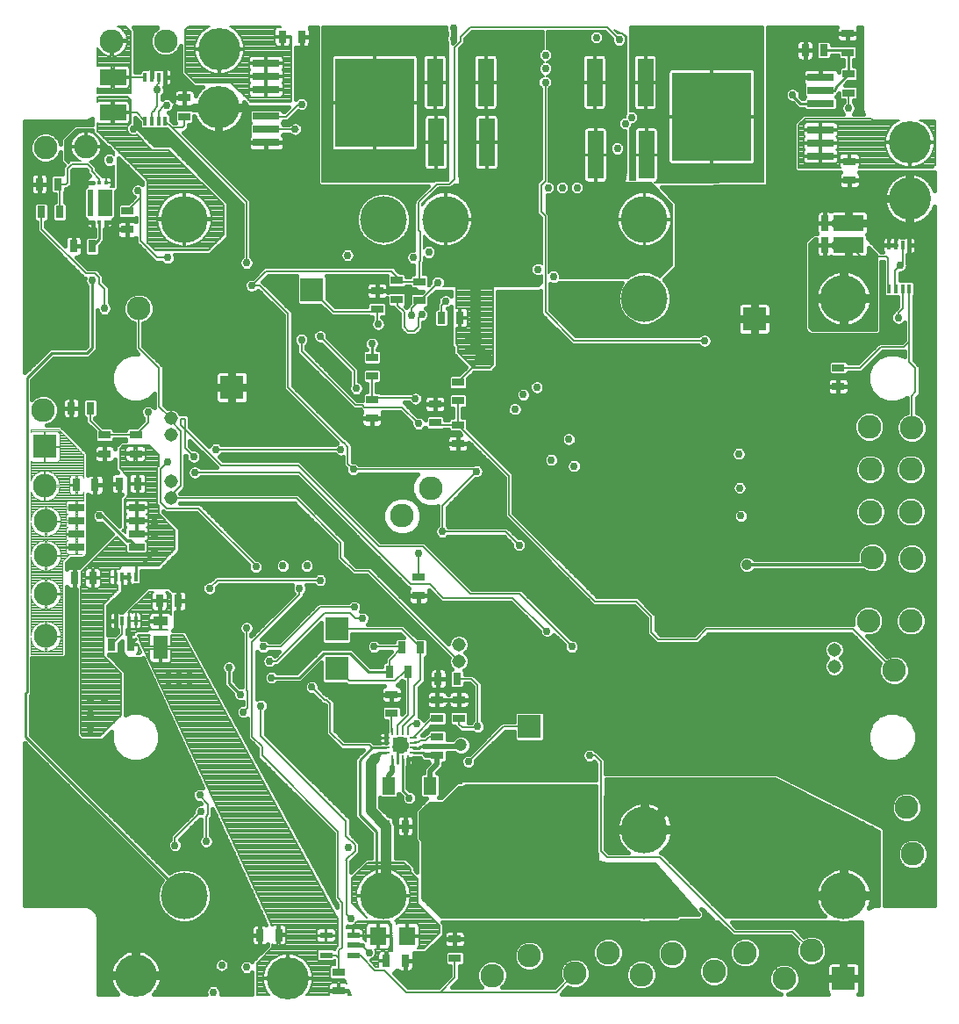
<source format=gbl>
G75*
%MOIN*%
%OFA0B0*%
%FSLAX25Y25*%
%IPPOS*%
%LPD*%
%AMOC8*
5,1,8,0,0,1.08239X$1,22.5*
%
%ADD10R,0.03150X0.04724*%
%ADD11R,0.04724X0.03150*%
%ADD12R,0.04921X0.06890*%
%ADD13C,0.17780*%
%ADD14R,0.05906X0.02756*%
%ADD15R,0.10000X0.05984*%
%ADD16R,0.10000X0.05945*%
%ADD17R,0.11600X0.05900*%
%ADD18R,0.02800X0.05900*%
%ADD19R,0.04724X0.02362*%
%ADD20R,0.05709X0.05709*%
%ADD21R,0.02756X0.00984*%
%ADD22R,0.00984X0.02756*%
%ADD23C,0.09000*%
%ADD24C,0.16000*%
%ADD25R,0.10236X0.02953*%
%ADD26R,0.29921X0.33465*%
%ADD27R,0.09000X0.09000*%
%ADD28C,0.05150*%
%ADD29R,0.05512X0.08661*%
%ADD30R,0.05512X0.03543*%
%ADD31R,0.01654X0.03504*%
%ADD32R,0.05591X0.09843*%
%ADD33R,0.02441X0.09843*%
%ADD34R,0.01575X0.01575*%
%ADD35R,0.06299X0.07087*%
%ADD36R,0.05906X0.18110*%
%ADD37C,0.01600*%
%ADD38C,0.02978*%
%ADD39C,0.00800*%
%ADD40C,0.01000*%
%ADD41C,0.01200*%
%ADD42C,0.00600*%
%ADD43C,0.02000*%
%ADD44C,0.04000*%
%ADD45C,0.00787*%
%ADD46C,0.00492*%
%ADD47C,0.04159*%
%ADD48C,0.04750*%
D10*
X0138414Y0100619D03*
X0145501Y0100619D03*
X0186446Y0090776D03*
X0193532Y0090776D03*
X0193532Y0141957D03*
X0186446Y0141957D03*
X0187627Y0200619D03*
X0194713Y0200619D03*
X0192351Y0209674D03*
X0199438Y0209674D03*
X0206131Y0197863D03*
X0213217Y0197863D03*
X0107312Y0227391D03*
X0100225Y0227391D03*
X0089202Y0210855D03*
X0082115Y0210855D03*
X0075028Y0236052D03*
X0067942Y0236052D03*
X0068729Y0271485D03*
X0075816Y0271485D03*
X0084871Y0271879D03*
X0091957Y0271879D03*
X0073847Y0300619D03*
X0066761Y0300619D03*
X0067548Y0362036D03*
X0074635Y0362036D03*
X0062430Y0375028D03*
X0055343Y0375028D03*
X0054556Y0385658D03*
X0061643Y0385658D03*
X0147076Y0441564D03*
X0154162Y0441564D03*
X0207312Y0334871D03*
X0214398Y0334871D03*
X0345501Y0436446D03*
X0352587Y0436446D03*
D11*
X0361643Y0435658D03*
X0361643Y0442745D03*
X0362036Y0427391D03*
X0362036Y0420304D03*
X0362430Y0394320D03*
X0362430Y0387233D03*
X0358099Y0315973D03*
X0358099Y0308887D03*
X0213611Y0310461D03*
X0213611Y0303375D03*
X0213611Y0294320D03*
X0213611Y0287233D03*
X0204950Y0295107D03*
X0204950Y0302194D03*
X0180934Y0303769D03*
X0180934Y0296682D03*
X0180934Y0312824D03*
X0180934Y0319910D03*
X0182902Y0338020D03*
X0182902Y0345107D03*
X0190383Y0341957D03*
X0190383Y0349044D03*
X0199044Y0348650D03*
X0199044Y0341564D03*
X0198650Y0236446D03*
X0198650Y0229359D03*
X0188414Y0191957D03*
X0188414Y0184871D03*
X0205737Y0182902D03*
X0205737Y0189989D03*
X0214005Y0189989D03*
X0214005Y0182902D03*
X0205737Y0175816D03*
X0205737Y0168729D03*
X0212430Y0099044D03*
X0212430Y0091957D03*
X0168335Y0086446D03*
X0168335Y0079359D03*
X0091170Y0283296D03*
X0091170Y0290383D03*
X0079359Y0290383D03*
X0079359Y0283296D03*
X0088020Y0368335D03*
X0088020Y0375422D03*
X0109674Y0411249D03*
X0109674Y0418335D03*
D12*
X0187233Y0157312D03*
X0202981Y0157312D03*
D13*
X0208887Y0140580D03*
X0185265Y0115580D03*
X0109674Y0115580D03*
X0284477Y0115580D03*
X0284477Y0140580D03*
X0360068Y0115580D03*
X0360068Y0342272D03*
X0284477Y0342272D03*
X0284477Y0372272D03*
X0208887Y0372272D03*
X0185265Y0372272D03*
X0109674Y0372272D03*
D14*
X0091564Y0262843D03*
X0091564Y0257843D03*
X0091564Y0252843D03*
X0091564Y0247843D03*
X0068729Y0247843D03*
X0068729Y0252843D03*
X0068729Y0257843D03*
X0068729Y0262843D03*
D15*
X0082509Y0426249D03*
D16*
X0082509Y0412784D03*
D17*
X0362074Y0370911D03*
X0362074Y0362611D03*
D18*
X0352974Y0362611D03*
X0352974Y0370911D03*
D19*
X0173871Y0100422D03*
X0173871Y0096682D03*
X0173871Y0092942D03*
X0163587Y0092942D03*
X0163587Y0100422D03*
D20*
X0191564Y0172666D03*
D21*
X0196682Y0171682D03*
X0196682Y0173650D03*
X0196682Y0175619D03*
X0196682Y0169713D03*
X0186446Y0169713D03*
X0186446Y0171682D03*
X0186446Y0173650D03*
X0186446Y0175619D03*
D22*
X0188611Y0177784D03*
X0190580Y0177784D03*
X0192548Y0177784D03*
X0194517Y0177784D03*
X0194517Y0167548D03*
X0192548Y0167548D03*
X0190580Y0167548D03*
X0188611Y0167548D03*
D23*
X0240776Y0092745D03*
X0226603Y0085265D03*
X0258099Y0086052D03*
X0270698Y0093926D03*
X0283296Y0085658D03*
X0295107Y0093532D03*
X0310855Y0086839D03*
X0322666Y0093926D03*
X0337627Y0084083D03*
X0347863Y0094713D03*
X0386446Y0131328D03*
X0384083Y0149044D03*
X0379359Y0201013D03*
X0385658Y0219910D03*
X0369517Y0219910D03*
X0371091Y0243926D03*
X0370304Y0261249D03*
X0385658Y0261249D03*
X0386052Y0243532D03*
X0385658Y0277391D03*
X0370304Y0277391D03*
X0369910Y0293532D03*
X0386052Y0293139D03*
X0203375Y0270304D03*
X0192351Y0259674D03*
X0092351Y0338414D03*
X0056131Y0299831D03*
X0056524Y0271091D03*
X0056918Y0257706D03*
X0056918Y0244713D03*
X0056918Y0230146D03*
X0056918Y0214005D03*
X0056918Y0399438D03*
X0072272Y0399831D03*
X0082115Y0439989D03*
X0102587Y0439989D03*
D24*
X0123060Y0436839D03*
X0122666Y0414792D03*
X0385265Y0401406D03*
X0385265Y0380146D03*
X0149044Y0084083D03*
X0091170Y0085265D03*
D25*
X0140776Y0401406D03*
X0140776Y0406406D03*
X0140776Y0411406D03*
X0140776Y0421406D03*
X0140776Y0426406D03*
X0140776Y0431406D03*
X0351406Y0426209D03*
X0351406Y0421209D03*
X0351406Y0416209D03*
X0351406Y0406209D03*
X0351406Y0401209D03*
X0351406Y0396209D03*
D26*
X0310068Y0411209D03*
X0182115Y0416406D03*
D27*
X0158099Y0345501D03*
X0127784Y0308493D03*
X0056524Y0286052D03*
X0167548Y0216761D03*
X0167548Y0201800D03*
X0240776Y0179753D03*
X0360068Y0084083D03*
X0326209Y0334477D03*
D28*
X0356524Y0208887D03*
X0356524Y0202587D03*
X0214005Y0204556D03*
X0214005Y0210855D03*
X0104556Y0266367D03*
X0104556Y0272666D03*
X0104556Y0290383D03*
X0104556Y0296682D03*
D29*
X0100619Y0209674D03*
D30*
X0100619Y0219713D03*
D31*
X0091170Y0219910D03*
X0088611Y0219910D03*
X0086052Y0219910D03*
X0083493Y0219910D03*
X0083493Y0236485D03*
X0086052Y0236485D03*
X0088611Y0236485D03*
X0091170Y0236485D03*
X0094713Y0409635D03*
X0097272Y0409635D03*
X0099831Y0409635D03*
X0102391Y0409635D03*
X0102391Y0426209D03*
X0099831Y0426209D03*
X0097272Y0426209D03*
X0094713Y0426209D03*
X0377391Y0362430D03*
X0379950Y0362430D03*
X0382509Y0362430D03*
X0385068Y0362430D03*
X0385068Y0345855D03*
X0382509Y0345855D03*
X0379950Y0345855D03*
X0377391Y0345855D03*
D32*
X0079517Y0378572D03*
D33*
X0074044Y0378572D03*
D34*
X0074871Y0386091D03*
X0077430Y0386091D03*
X0079989Y0386091D03*
X0079989Y0371131D03*
X0077430Y0371131D03*
X0074871Y0371131D03*
D35*
X0183296Y0100225D03*
X0194320Y0100225D03*
D36*
X0205343Y0401406D03*
X0224635Y0401406D03*
X0224241Y0424241D03*
X0204950Y0424241D03*
X0265580Y0424241D03*
X0284871Y0424241D03*
X0285265Y0396682D03*
X0265973Y0396682D03*
D37*
X0077085Y0107245D02*
X0077085Y0078266D01*
X0084309Y0078266D01*
X0083851Y0078724D01*
X0083165Y0079585D01*
X0082579Y0080517D01*
X0082102Y0081508D01*
X0081738Y0082547D01*
X0081493Y0083620D01*
X0081398Y0084465D01*
X0090370Y0084465D01*
X0090370Y0086065D01*
X0090370Y0095036D01*
X0089526Y0094941D01*
X0088453Y0094696D01*
X0087414Y0094333D01*
X0086422Y0093855D01*
X0085490Y0093270D01*
X0084630Y0092583D01*
X0083851Y0091805D01*
X0083165Y0090944D01*
X0082579Y0090012D01*
X0082102Y0089021D01*
X0081738Y0087982D01*
X0081493Y0086909D01*
X0081398Y0086065D01*
X0090370Y0086065D01*
X0091970Y0086065D01*
X0091970Y0095036D01*
X0092814Y0094941D01*
X0093887Y0094696D01*
X0094926Y0094333D01*
X0095918Y0093855D01*
X0096850Y0093270D01*
X0097711Y0092583D01*
X0098489Y0091805D01*
X0099175Y0090944D01*
X0099761Y0090012D01*
X0100238Y0089021D01*
X0100602Y0087982D01*
X0100847Y0086909D01*
X0100942Y0086065D01*
X0091970Y0086065D01*
X0091970Y0084465D01*
X0100942Y0084465D01*
X0100847Y0083620D01*
X0100602Y0082547D01*
X0100238Y0081508D01*
X0099761Y0080517D01*
X0099175Y0079585D01*
X0098489Y0078724D01*
X0098031Y0078266D01*
X0117860Y0078266D01*
X0117809Y0078391D01*
X0117809Y0079540D01*
X0118248Y0080602D01*
X0119061Y0081415D01*
X0120123Y0081854D01*
X0121272Y0081854D01*
X0122334Y0081415D01*
X0123147Y0080602D01*
X0123587Y0079540D01*
X0123587Y0078391D01*
X0123535Y0078266D01*
X0135433Y0078266D01*
X0135433Y0086466D01*
X0134933Y0085965D01*
X0133871Y0085525D01*
X0132721Y0085525D01*
X0131660Y0085965D01*
X0130847Y0086778D01*
X0130407Y0087840D01*
X0130407Y0088989D01*
X0130847Y0090051D01*
X0131660Y0090863D01*
X0132721Y0091303D01*
X0133871Y0091303D01*
X0134933Y0090863D01*
X0135433Y0090363D01*
X0135433Y0090735D01*
X0141339Y0096640D01*
X0141339Y0097061D01*
X0141094Y0096816D01*
X0140684Y0096579D01*
X0140226Y0096457D01*
X0138414Y0096457D01*
X0138414Y0100619D01*
X0138414Y0100619D01*
X0135039Y0100619D01*
X0135039Y0103218D01*
X0135162Y0103676D01*
X0135399Y0104086D01*
X0135734Y0104421D01*
X0136145Y0104658D01*
X0136602Y0104781D01*
X0138414Y0104781D01*
X0138414Y0100619D01*
X0138414Y0100619D01*
X0135039Y0100619D01*
X0135039Y0098020D01*
X0135162Y0097562D01*
X0135399Y0097151D01*
X0135734Y0096816D01*
X0136145Y0096579D01*
X0136602Y0096457D01*
X0138414Y0096457D01*
X0138414Y0100619D01*
X0138414Y0104781D01*
X0140226Y0104781D01*
X0140684Y0104658D01*
X0140765Y0104611D01*
X0120462Y0148497D01*
X0120462Y0145610D01*
X0119742Y0144889D01*
X0119742Y0138338D01*
X0120391Y0137688D01*
X0120831Y0136627D01*
X0120831Y0135477D01*
X0120391Y0134415D01*
X0119578Y0133603D01*
X0118516Y0133163D01*
X0117367Y0133163D01*
X0116305Y0133603D01*
X0115493Y0134415D01*
X0115053Y0135477D01*
X0115053Y0136627D01*
X0115493Y0137688D01*
X0116142Y0138338D01*
X0116142Y0144580D01*
X0115630Y0144580D01*
X0107936Y0136887D01*
X0108580Y0136244D01*
X0109020Y0135182D01*
X0109020Y0134032D01*
X0108580Y0132971D01*
X0107767Y0132158D01*
X0106705Y0131718D01*
X0105556Y0131718D01*
X0104494Y0132158D01*
X0103682Y0132971D01*
X0103242Y0134032D01*
X0103242Y0135182D01*
X0103682Y0136244D01*
X0104331Y0136893D01*
X0104331Y0138372D01*
X0113084Y0147126D01*
X0113084Y0148044D01*
X0113524Y0149106D01*
X0114337Y0149918D01*
X0115399Y0150358D01*
X0116050Y0150358D01*
X0115529Y0150880D01*
X0115005Y0150880D01*
X0113943Y0151319D01*
X0113130Y0152132D01*
X0112691Y0153194D01*
X0112691Y0154343D01*
X0113130Y0155405D01*
X0113943Y0156218D01*
X0115005Y0156657D01*
X0116154Y0156657D01*
X0116813Y0156384D01*
X0093897Y0205919D01*
X0093490Y0205512D01*
X0088062Y0205512D01*
X0087008Y0206566D01*
X0085827Y0207747D01*
X0085827Y0212021D01*
X0085090Y0211284D01*
X0085090Y0207913D01*
X0084270Y0207093D01*
X0080942Y0207093D01*
X0087458Y0200577D01*
X0087458Y0184310D01*
X0089326Y0185084D01*
X0093014Y0185084D01*
X0096420Y0183673D01*
X0099028Y0181066D01*
X0100439Y0177659D01*
X0100439Y0173972D01*
X0099028Y0170566D01*
X0096420Y0167958D01*
X0093014Y0166547D01*
X0089326Y0166547D01*
X0085920Y0167958D01*
X0083313Y0170566D01*
X0081902Y0173972D01*
X0081902Y0177659D01*
X0081988Y0177867D01*
X0078530Y0174409D01*
X0070346Y0174409D01*
X0069291Y0175464D01*
X0069291Y0175464D01*
X0068504Y0176251D01*
X0068504Y0231890D01*
X0067942Y0231890D01*
X0067942Y0236052D01*
X0067942Y0236052D01*
X0067942Y0240214D01*
X0069558Y0240214D01*
X0082306Y0252962D01*
X0078331Y0256937D01*
X0077965Y0256785D01*
X0076816Y0256785D01*
X0075754Y0257225D01*
X0074941Y0258038D01*
X0074502Y0259099D01*
X0074502Y0260249D01*
X0074941Y0261310D01*
X0075754Y0262123D01*
X0076816Y0262563D01*
X0077965Y0262563D01*
X0079027Y0262123D01*
X0079840Y0261310D01*
X0079999Y0260926D01*
X0085039Y0255886D01*
X0085039Y0266719D01*
X0086037Y0267717D01*
X0084871Y0267717D01*
X0084871Y0271879D01*
X0084871Y0271879D01*
X0081496Y0271879D01*
X0081496Y0274478D01*
X0081619Y0274936D01*
X0081856Y0275346D01*
X0082191Y0275681D01*
X0082601Y0275918D01*
X0083059Y0276041D01*
X0084462Y0276041D01*
X0083465Y0277039D01*
X0083465Y0281273D01*
X0083399Y0281026D01*
X0083162Y0280616D01*
X0082826Y0280281D01*
X0082416Y0280044D01*
X0081958Y0279921D01*
X0079359Y0279921D01*
X0079359Y0283296D01*
X0079359Y0283296D01*
X0075197Y0283296D01*
X0075197Y0281484D01*
X0075320Y0281026D01*
X0075556Y0280616D01*
X0075892Y0280281D01*
X0076302Y0280044D01*
X0076760Y0279921D01*
X0079359Y0279921D01*
X0079359Y0283296D01*
X0079359Y0283296D01*
X0075197Y0283296D01*
X0075197Y0285108D01*
X0075320Y0285566D01*
X0075556Y0285976D01*
X0075892Y0286311D01*
X0076302Y0286548D01*
X0076760Y0286671D01*
X0079359Y0286671D01*
X0079359Y0283296D01*
X0079359Y0283296D01*
X0079359Y0286671D01*
X0081958Y0286671D01*
X0082416Y0286548D01*
X0082826Y0286311D01*
X0083162Y0285976D01*
X0083399Y0285566D01*
X0083465Y0285319D01*
X0083465Y0286010D01*
X0084519Y0287065D01*
X0085700Y0288246D01*
X0087408Y0288246D01*
X0087408Y0288683D01*
X0083121Y0288683D01*
X0083121Y0288228D01*
X0082301Y0287408D01*
X0076417Y0287408D01*
X0075597Y0288228D01*
X0075597Y0291741D01*
X0072147Y0295190D01*
X0072147Y0296857D01*
X0071693Y0296857D01*
X0070872Y0297677D01*
X0070872Y0303561D01*
X0071693Y0304381D01*
X0076002Y0304381D01*
X0076822Y0303561D01*
X0076822Y0297677D01*
X0076002Y0296857D01*
X0075547Y0296857D01*
X0075547Y0296599D01*
X0078788Y0293357D01*
X0082301Y0293357D01*
X0083121Y0292537D01*
X0083121Y0292083D01*
X0087408Y0292083D01*
X0087408Y0292537D01*
X0088228Y0293357D01*
X0091599Y0293357D01*
X0094094Y0295853D01*
X0094094Y0296758D01*
X0093445Y0297408D01*
X0093006Y0298469D01*
X0093006Y0299619D01*
X0093445Y0300681D01*
X0094258Y0301493D01*
X0095320Y0301933D01*
X0096469Y0301933D01*
X0097531Y0301493D01*
X0098239Y0300786D01*
X0098239Y0305997D01*
X0096420Y0304179D01*
X0093014Y0302768D01*
X0089326Y0302768D01*
X0085920Y0304179D01*
X0083313Y0306786D01*
X0081902Y0310193D01*
X0081902Y0313880D01*
X0083313Y0317286D01*
X0085920Y0319894D01*
X0089326Y0321305D01*
X0091898Y0321305D01*
X0090551Y0322652D01*
X0090551Y0332774D01*
X0089009Y0333412D01*
X0087349Y0335072D01*
X0086451Y0337241D01*
X0086451Y0339588D01*
X0087349Y0341756D01*
X0089009Y0343416D01*
X0091178Y0344314D01*
X0093525Y0344314D01*
X0095693Y0343416D01*
X0097353Y0341756D01*
X0098251Y0339588D01*
X0098251Y0337241D01*
X0097353Y0335072D01*
X0095693Y0333412D01*
X0094151Y0332774D01*
X0094151Y0324143D01*
X0101839Y0316455D01*
X0101839Y0301945D01*
X0103314Y0300470D01*
X0103765Y0300657D01*
X0105347Y0300657D01*
X0106807Y0300052D01*
X0107926Y0298933D01*
X0108128Y0298445D01*
X0110676Y0298445D01*
X0111731Y0297391D01*
X0111731Y0293355D01*
X0119039Y0286047D01*
X0119237Y0286526D01*
X0120050Y0287339D01*
X0121112Y0287779D01*
X0122261Y0287779D01*
X0123323Y0287339D01*
X0123991Y0286671D01*
X0166837Y0286671D01*
X0167486Y0287320D01*
X0167617Y0287374D01*
X0147244Y0307747D01*
X0147244Y0335700D01*
X0137669Y0345276D01*
X0137550Y0345276D01*
X0136901Y0344626D01*
X0135839Y0344187D01*
X0134690Y0344187D01*
X0133628Y0344626D01*
X0132815Y0345439D01*
X0132376Y0346501D01*
X0132376Y0347650D01*
X0132815Y0348712D01*
X0133628Y0349525D01*
X0134690Y0349965D01*
X0135608Y0349965D01*
X0138976Y0353333D01*
X0140031Y0354387D01*
X0189160Y0354387D01*
X0191128Y0352419D01*
X0191528Y0352019D01*
X0193325Y0352019D01*
X0194145Y0351199D01*
X0194145Y0350450D01*
X0195282Y0350450D01*
X0195282Y0350805D01*
X0196102Y0351625D01*
X0196557Y0351625D01*
X0196557Y0354817D01*
X0196107Y0354817D01*
X0195045Y0355256D01*
X0194233Y0356069D01*
X0193793Y0357131D01*
X0193793Y0358280D01*
X0194233Y0359342D01*
X0195045Y0360155D01*
X0196107Y0360594D01*
X0196557Y0360594D01*
X0196557Y0378488D01*
X0196997Y0378929D01*
X0196997Y0379464D01*
X0202279Y0384746D01*
X0162740Y0384746D01*
X0161332Y0384746D01*
X0160336Y0385741D01*
X0160336Y0445019D01*
X0157184Y0445019D01*
X0157414Y0444621D01*
X0157537Y0444163D01*
X0157537Y0441564D01*
X0154162Y0441564D01*
X0154162Y0441564D01*
X0154162Y0441564D01*
X0154162Y0437402D01*
X0152350Y0437402D01*
X0152025Y0437489D01*
X0152025Y0417922D01*
X0152526Y0418422D01*
X0153588Y0418862D01*
X0154737Y0418862D01*
X0155799Y0418422D01*
X0156611Y0417610D01*
X0157051Y0416548D01*
X0157051Y0415399D01*
X0156611Y0414337D01*
X0155799Y0413524D01*
X0154737Y0413084D01*
X0153588Y0413084D01*
X0152916Y0413362D01*
X0149002Y0409449D01*
X0147294Y0409449D01*
X0147294Y0409350D01*
X0146851Y0408906D01*
X0147294Y0408463D01*
X0147294Y0408206D01*
X0149396Y0408206D01*
X0150164Y0408974D01*
X0151225Y0409413D01*
X0152375Y0409413D01*
X0153436Y0408974D01*
X0154249Y0408161D01*
X0154503Y0407548D01*
X0154781Y0407270D01*
X0154781Y0405779D01*
X0154503Y0405501D01*
X0154249Y0404888D01*
X0153436Y0404075D01*
X0152375Y0403635D01*
X0151225Y0403635D01*
X0150164Y0404075D01*
X0149632Y0404606D01*
X0147294Y0404606D01*
X0147294Y0404350D01*
X0147134Y0404189D01*
X0147335Y0403988D01*
X0147572Y0403577D01*
X0147694Y0403120D01*
X0147694Y0401406D01*
X0140777Y0401406D01*
X0140777Y0401406D01*
X0140776Y0401406D02*
X0140776Y0398130D01*
X0140776Y0401406D01*
X0133858Y0401406D01*
X0133858Y0399693D01*
X0133981Y0399235D01*
X0134218Y0398825D01*
X0134553Y0398490D01*
X0134963Y0398253D01*
X0135421Y0398130D01*
X0140776Y0398130D01*
X0146131Y0398130D01*
X0146589Y0398253D01*
X0147000Y0398490D01*
X0147335Y0398825D01*
X0147572Y0399235D01*
X0147694Y0399693D01*
X0147694Y0401406D01*
X0140777Y0401406D01*
X0140776Y0401406D02*
X0140776Y0401406D01*
X0140776Y0401406D01*
X0133858Y0401406D01*
X0133858Y0403120D01*
X0133981Y0403577D01*
X0134218Y0403988D01*
X0134419Y0404189D01*
X0134258Y0404350D01*
X0134258Y0408463D01*
X0134702Y0408906D01*
X0134258Y0409350D01*
X0134258Y0413463D01*
X0135078Y0414283D01*
X0146474Y0414283D01*
X0147294Y0413463D01*
X0147294Y0413049D01*
X0147511Y0413049D01*
X0149423Y0414961D01*
X0134125Y0414961D01*
X0132252Y0416834D01*
X0132343Y0416436D01*
X0132438Y0415592D01*
X0123466Y0415592D01*
X0123466Y0413992D01*
X0123466Y0405020D01*
X0124310Y0405115D01*
X0125383Y0405360D01*
X0126422Y0405724D01*
X0127414Y0406201D01*
X0128346Y0406787D01*
X0129207Y0407473D01*
X0129985Y0408252D01*
X0130671Y0409112D01*
X0131257Y0410044D01*
X0131734Y0411036D01*
X0132098Y0412075D01*
X0132343Y0413148D01*
X0132438Y0413992D01*
X0123466Y0413992D01*
X0121866Y0413992D01*
X0112894Y0413992D01*
X0112900Y0413940D01*
X0112616Y0414224D01*
X0106732Y0414224D01*
X0105912Y0413404D01*
X0105912Y0409094D01*
X0106215Y0408791D01*
X0105780Y0408791D01*
X0105774Y0408797D01*
X0104617Y0409953D01*
X0104617Y0411967D01*
X0103797Y0412787D01*
X0103788Y0412787D01*
X0104618Y0413130D01*
X0105430Y0413943D01*
X0105870Y0415005D01*
X0105870Y0415658D01*
X0105871Y0415655D01*
X0106207Y0415320D01*
X0106617Y0415083D01*
X0107075Y0414961D01*
X0109674Y0414961D01*
X0112273Y0414961D01*
X0112731Y0415083D01*
X0113141Y0415320D01*
X0113413Y0415592D01*
X0121866Y0415592D01*
X0121866Y0413992D01*
X0121866Y0405020D01*
X0121022Y0405115D01*
X0119949Y0405360D01*
X0118910Y0405724D01*
X0117918Y0406201D01*
X0116986Y0406787D01*
X0116126Y0407473D01*
X0115347Y0408252D01*
X0114661Y0409112D01*
X0114075Y0410044D01*
X0113598Y0411036D01*
X0113436Y0411498D01*
X0113436Y0409094D01*
X0112616Y0408274D01*
X0111468Y0408274D01*
X0111468Y0406963D01*
X0110417Y0405912D01*
X0109708Y0405203D01*
X0109368Y0405203D01*
X0134042Y0380529D01*
X0135096Y0379475D01*
X0135096Y0358023D01*
X0135745Y0357373D01*
X0136185Y0356312D01*
X0136185Y0355162D01*
X0135745Y0354101D01*
X0134933Y0353288D01*
X0133871Y0352848D01*
X0132721Y0352848D01*
X0131660Y0353288D01*
X0130847Y0354101D01*
X0130407Y0355162D01*
X0130407Y0356312D01*
X0130847Y0357373D01*
X0131496Y0358023D01*
X0131496Y0377984D01*
X0103228Y0406251D01*
X0102997Y0406483D01*
X0093307Y0406483D01*
X0092487Y0407303D01*
X0092487Y0409316D01*
X0091002Y0410801D01*
X0091002Y0407664D01*
X0098215Y0400450D01*
X0104514Y0400450D01*
X0105568Y0399396D01*
X0126435Y0378530D01*
X0126435Y0365621D01*
X0125380Y0364567D01*
X0119475Y0358661D01*
X0106106Y0358661D01*
X0106264Y0358280D01*
X0106264Y0357131D01*
X0105824Y0356069D01*
X0105011Y0355256D01*
X0103949Y0354817D01*
X0102800Y0354817D01*
X0101738Y0355256D01*
X0101089Y0355906D01*
X0098692Y0355906D01*
X0097638Y0356960D01*
X0091339Y0363259D01*
X0091339Y0365234D01*
X0091077Y0365083D01*
X0090620Y0364961D01*
X0088021Y0364961D01*
X0088021Y0368335D01*
X0088020Y0368335D01*
X0083858Y0368335D01*
X0083858Y0366524D01*
X0083981Y0366066D01*
X0084218Y0365655D01*
X0084553Y0365320D01*
X0084963Y0365083D01*
X0085421Y0364961D01*
X0088020Y0364961D01*
X0088020Y0368335D01*
X0088020Y0368335D01*
X0083858Y0368335D01*
X0083858Y0370147D01*
X0083981Y0370605D01*
X0084218Y0371015D01*
X0084553Y0371351D01*
X0084963Y0371588D01*
X0085421Y0371710D01*
X0088020Y0371710D01*
X0088020Y0368336D01*
X0088021Y0368336D01*
X0088021Y0371710D01*
X0090620Y0371710D01*
X0091077Y0371588D01*
X0091339Y0371588D01*
X0091339Y0371437D02*
X0091077Y0371588D01*
X0091339Y0371437D02*
X0091339Y0372823D01*
X0090963Y0372447D01*
X0085078Y0372447D01*
X0084258Y0373267D01*
X0084258Y0377577D01*
X0085078Y0378397D01*
X0088459Y0378397D01*
X0090737Y0380675D01*
X0090321Y0380847D01*
X0089508Y0381660D01*
X0089069Y0382721D01*
X0089069Y0383871D01*
X0089508Y0384933D01*
X0090321Y0385745D01*
X0091383Y0386185D01*
X0092532Y0386185D01*
X0093594Y0385745D01*
X0093701Y0385638D01*
X0093701Y0386487D01*
X0084602Y0395586D01*
X0084602Y0383773D01*
X0083712Y0382882D01*
X0083712Y0373070D01*
X0082892Y0372250D01*
X0082551Y0372250D01*
X0082576Y0372155D01*
X0082576Y0371131D01*
X0079989Y0371131D01*
X0079989Y0371131D01*
X0082576Y0371131D01*
X0082576Y0370106D01*
X0082454Y0369649D01*
X0082217Y0369238D01*
X0081882Y0368903D01*
X0081471Y0368666D01*
X0081013Y0368543D01*
X0079989Y0368543D01*
X0079989Y0371131D01*
X0079989Y0371131D01*
X0079989Y0368543D01*
X0079330Y0368543D01*
X0079330Y0364044D01*
X0077609Y0362324D01*
X0077609Y0359094D01*
X0076789Y0358274D01*
X0072480Y0358274D01*
X0071660Y0359094D01*
X0071660Y0364978D01*
X0072480Y0365798D01*
X0075530Y0365798D01*
X0075530Y0368543D01*
X0074871Y0368543D01*
X0074871Y0371131D01*
X0074871Y0371131D01*
X0072283Y0371131D01*
X0072283Y0372155D01*
X0072309Y0372250D01*
X0072244Y0372250D01*
X0071424Y0373070D01*
X0071424Y0384073D01*
X0072244Y0384893D01*
X0072330Y0384893D01*
X0072283Y0385067D01*
X0072283Y0386091D01*
X0074871Y0386091D01*
X0074871Y0386091D01*
X0072283Y0386091D01*
X0072283Y0387116D01*
X0072406Y0387574D01*
X0072643Y0387984D01*
X0072978Y0388319D01*
X0073389Y0388556D01*
X0073804Y0388667D01*
X0072768Y0389704D01*
X0072768Y0390751D01*
X0072247Y0391272D01*
X0067573Y0391272D01*
X0067053Y0390751D01*
X0067053Y0385373D01*
X0066592Y0384913D01*
X0065538Y0383858D01*
X0064617Y0383858D01*
X0064617Y0382716D01*
X0064230Y0382329D01*
X0064230Y0378791D01*
X0064585Y0378791D01*
X0065405Y0377970D01*
X0065405Y0372086D01*
X0064585Y0371266D01*
X0060275Y0371266D01*
X0059455Y0372086D01*
X0059455Y0377970D01*
X0060275Y0378791D01*
X0060630Y0378791D01*
X0060630Y0381896D01*
X0059488Y0381896D01*
X0058668Y0382716D01*
X0058668Y0388600D01*
X0059488Y0389420D01*
X0063453Y0389420D01*
X0063453Y0392242D01*
X0063959Y0392748D01*
X0062698Y0394009D01*
X0062698Y0397975D01*
X0061920Y0396096D01*
X0060260Y0394436D01*
X0058092Y0393538D01*
X0055745Y0393538D01*
X0053576Y0394436D01*
X0051916Y0396096D01*
X0051018Y0398264D01*
X0051018Y0400611D01*
X0051916Y0402780D01*
X0053576Y0404440D01*
X0055745Y0405338D01*
X0058092Y0405338D01*
X0060260Y0404440D01*
X0061920Y0402780D01*
X0062698Y0400900D01*
X0062698Y0402898D01*
X0063694Y0403894D01*
X0068025Y0408224D01*
X0074803Y0408224D01*
X0074803Y0410584D01*
X0074657Y0410438D01*
X0072599Y0409586D01*
X0049132Y0409586D01*
X0049132Y0314024D01*
X0057380Y0322272D01*
X0058493Y0323385D01*
X0071879Y0323385D01*
X0072735Y0324241D01*
X0072735Y0346858D01*
X0072185Y0347408D01*
X0071746Y0348469D01*
X0071746Y0349619D01*
X0071876Y0349933D01*
X0071472Y0349933D01*
X0070417Y0350987D01*
X0053543Y0367861D01*
X0053543Y0371266D01*
X0053189Y0371266D01*
X0052369Y0372086D01*
X0052369Y0377970D01*
X0053189Y0378791D01*
X0057498Y0378791D01*
X0058318Y0377970D01*
X0058318Y0372086D01*
X0057498Y0371266D01*
X0057143Y0371266D01*
X0057143Y0369352D01*
X0064173Y0362323D01*
X0064173Y0364635D01*
X0064296Y0365093D01*
X0064533Y0365504D01*
X0064868Y0365839D01*
X0065278Y0366076D01*
X0065736Y0366198D01*
X0067548Y0366198D01*
X0067548Y0362036D01*
X0067548Y0362036D01*
X0070923Y0362036D01*
X0070923Y0359437D01*
X0070800Y0358979D01*
X0070563Y0358569D01*
X0070228Y0358234D01*
X0069818Y0357997D01*
X0069360Y0357874D01*
X0068622Y0357874D01*
X0072963Y0353533D01*
X0076494Y0353533D01*
X0077548Y0352479D01*
X0078069Y0351958D01*
X0079124Y0350904D01*
X0079124Y0348676D01*
X0080105Y0347694D01*
X0081159Y0346640D01*
X0081159Y0340700D01*
X0081808Y0340051D01*
X0082248Y0338989D01*
X0082248Y0337840D01*
X0081808Y0336778D01*
X0080996Y0335965D01*
X0079934Y0335525D01*
X0078784Y0335525D01*
X0077723Y0335965D01*
X0076910Y0336778D01*
X0076535Y0337684D01*
X0076535Y0322667D01*
X0075422Y0321554D01*
X0073453Y0319585D01*
X0060067Y0319585D01*
X0051731Y0311249D01*
X0051731Y0303776D01*
X0052789Y0304833D01*
X0054957Y0305731D01*
X0057304Y0305731D01*
X0059473Y0304833D01*
X0061132Y0303174D01*
X0062031Y0301005D01*
X0062031Y0298658D01*
X0061132Y0296489D01*
X0059473Y0294830D01*
X0057463Y0293997D01*
X0062718Y0293997D01*
X0072167Y0284548D01*
X0073131Y0283584D01*
X0073131Y0275283D01*
X0073136Y0275288D01*
X0073546Y0275525D01*
X0074004Y0275647D01*
X0075816Y0275647D01*
X0075816Y0271485D01*
X0075816Y0271485D01*
X0079191Y0271485D01*
X0079191Y0274084D01*
X0079068Y0274542D01*
X0078831Y0274952D01*
X0078496Y0275288D01*
X0078085Y0275525D01*
X0077628Y0275647D01*
X0075816Y0275647D01*
X0075816Y0271485D01*
X0079191Y0271485D01*
X0079191Y0268886D01*
X0079068Y0268428D01*
X0078831Y0268018D01*
X0078496Y0267682D01*
X0078085Y0267445D01*
X0077628Y0267323D01*
X0075816Y0267323D01*
X0075816Y0271485D01*
X0075816Y0271485D01*
X0075816Y0271485D01*
X0075816Y0267323D01*
X0074004Y0267323D01*
X0073546Y0267445D01*
X0073136Y0267682D01*
X0073131Y0267687D01*
X0073131Y0245213D01*
X0072167Y0244248D01*
X0072167Y0244248D01*
X0071379Y0243461D01*
X0066655Y0243461D01*
X0064863Y0241669D01*
X0064863Y0239410D01*
X0064927Y0239519D01*
X0065262Y0239855D01*
X0065672Y0240091D01*
X0066130Y0240214D01*
X0067942Y0240214D01*
X0067942Y0236052D01*
X0067942Y0236052D01*
X0067942Y0231890D01*
X0066130Y0231890D01*
X0065672Y0232012D01*
X0065262Y0232249D01*
X0064927Y0232585D01*
X0064863Y0232694D01*
X0064863Y0206630D01*
X0063899Y0205666D01*
X0051731Y0205666D01*
X0051731Y0191958D01*
X0051338Y0191564D01*
X0051338Y0176603D01*
X0103845Y0124096D01*
X0105702Y0125168D01*
X0108319Y0125869D01*
X0111029Y0125869D01*
X0113646Y0125168D01*
X0115992Y0123813D01*
X0117908Y0121898D01*
X0119263Y0119551D01*
X0119964Y0116934D01*
X0119964Y0114225D01*
X0119263Y0111608D01*
X0117908Y0109261D01*
X0115992Y0107346D01*
X0113646Y0105991D01*
X0111029Y0105290D01*
X0108319Y0105290D01*
X0105702Y0105991D01*
X0103356Y0107346D01*
X0101440Y0109261D01*
X0100085Y0111608D01*
X0099384Y0114225D01*
X0099384Y0116934D01*
X0100085Y0119551D01*
X0101158Y0121409D01*
X0049132Y0173434D01*
X0049132Y0111731D01*
X0072599Y0111731D01*
X0074657Y0110878D01*
X0076232Y0109303D01*
X0077085Y0107245D01*
X0076841Y0107833D02*
X0102868Y0107833D01*
X0101342Y0109432D02*
X0076103Y0109432D01*
X0074290Y0111030D02*
X0100419Y0111030D01*
X0099812Y0112629D02*
X0049132Y0112629D01*
X0049132Y0114227D02*
X0099384Y0114227D01*
X0099384Y0115826D02*
X0049132Y0115826D01*
X0049132Y0117424D02*
X0099516Y0117424D01*
X0099944Y0119023D02*
X0049132Y0119023D01*
X0049132Y0120621D02*
X0100703Y0120621D01*
X0100347Y0122220D02*
X0049132Y0122220D01*
X0049132Y0123819D02*
X0098748Y0123819D01*
X0097150Y0125417D02*
X0049132Y0125417D01*
X0049132Y0127016D02*
X0095551Y0127016D01*
X0093953Y0128614D02*
X0049132Y0128614D01*
X0049132Y0130213D02*
X0092354Y0130213D01*
X0090755Y0131811D02*
X0049132Y0131811D01*
X0049132Y0133410D02*
X0089157Y0133410D01*
X0087558Y0135008D02*
X0049132Y0135008D01*
X0049132Y0136607D02*
X0085960Y0136607D01*
X0084361Y0138205D02*
X0049132Y0138205D01*
X0049132Y0139804D02*
X0082763Y0139804D01*
X0081164Y0141402D02*
X0049132Y0141402D01*
X0049132Y0143001D02*
X0079566Y0143001D01*
X0077967Y0144599D02*
X0049132Y0144599D01*
X0049132Y0146198D02*
X0076369Y0146198D01*
X0074770Y0147796D02*
X0049132Y0147796D01*
X0049132Y0149395D02*
X0073172Y0149395D01*
X0071573Y0150993D02*
X0049132Y0150993D01*
X0049132Y0152592D02*
X0069975Y0152592D01*
X0068376Y0154190D02*
X0049132Y0154190D01*
X0049132Y0155789D02*
X0066778Y0155789D01*
X0065179Y0157387D02*
X0049132Y0157387D01*
X0049132Y0158986D02*
X0063581Y0158986D01*
X0061982Y0160584D02*
X0049132Y0160584D01*
X0049132Y0162183D02*
X0060384Y0162183D01*
X0058785Y0163781D02*
X0049132Y0163781D01*
X0049132Y0165380D02*
X0057187Y0165380D01*
X0055588Y0166978D02*
X0049132Y0166978D01*
X0049132Y0168577D02*
X0053990Y0168577D01*
X0052391Y0170175D02*
X0049132Y0170175D01*
X0049132Y0171774D02*
X0050793Y0171774D01*
X0049194Y0173372D02*
X0049132Y0173372D01*
X0051371Y0176569D02*
X0068504Y0176569D01*
X0068504Y0178168D02*
X0051338Y0178168D01*
X0051338Y0179766D02*
X0068504Y0179766D01*
X0068504Y0181365D02*
X0051338Y0181365D01*
X0051338Y0182963D02*
X0068504Y0182963D01*
X0068504Y0184562D02*
X0051338Y0184562D01*
X0051338Y0186160D02*
X0068504Y0186160D01*
X0068504Y0187759D02*
X0051338Y0187759D01*
X0051338Y0189357D02*
X0068504Y0189357D01*
X0068504Y0190956D02*
X0051338Y0190956D01*
X0051731Y0192554D02*
X0068504Y0192554D01*
X0068504Y0194153D02*
X0051731Y0194153D01*
X0051731Y0195752D02*
X0068504Y0195752D01*
X0068504Y0197350D02*
X0051731Y0197350D01*
X0051731Y0198949D02*
X0068504Y0198949D01*
X0068504Y0200547D02*
X0051731Y0200547D01*
X0051731Y0202146D02*
X0068504Y0202146D01*
X0068504Y0203744D02*
X0051731Y0203744D01*
X0051731Y0205343D02*
X0068504Y0205343D01*
X0068504Y0206941D02*
X0064863Y0206941D01*
X0064863Y0208540D02*
X0068504Y0208540D01*
X0068504Y0210138D02*
X0064863Y0210138D01*
X0064863Y0211737D02*
X0068504Y0211737D01*
X0068504Y0213335D02*
X0064863Y0213335D01*
X0064863Y0214934D02*
X0068504Y0214934D01*
X0068504Y0216532D02*
X0064863Y0216532D01*
X0064863Y0218131D02*
X0068504Y0218131D01*
X0068504Y0219729D02*
X0064863Y0219729D01*
X0064863Y0221328D02*
X0068504Y0221328D01*
X0068504Y0222926D02*
X0064863Y0222926D01*
X0064863Y0224525D02*
X0068504Y0224525D01*
X0068504Y0226123D02*
X0064863Y0226123D01*
X0064863Y0227722D02*
X0068504Y0227722D01*
X0068504Y0229320D02*
X0064863Y0229320D01*
X0064863Y0230919D02*
X0068504Y0230919D01*
X0067942Y0232517D02*
X0067942Y0232517D01*
X0067942Y0234116D02*
X0067942Y0234116D01*
X0067942Y0235714D02*
X0067942Y0235714D01*
X0067942Y0237313D02*
X0067942Y0237313D01*
X0067942Y0238911D02*
X0067942Y0238911D01*
X0069854Y0240510D02*
X0064863Y0240510D01*
X0065302Y0242108D02*
X0071453Y0242108D01*
X0071625Y0243707D02*
X0073051Y0243707D01*
X0073131Y0245305D02*
X0074650Y0245305D01*
X0073131Y0246904D02*
X0076248Y0246904D01*
X0077847Y0248502D02*
X0073131Y0248502D01*
X0073131Y0250101D02*
X0079445Y0250101D01*
X0081044Y0251699D02*
X0073131Y0251699D01*
X0073131Y0253298D02*
X0081970Y0253298D01*
X0080372Y0254896D02*
X0073131Y0254896D01*
X0073131Y0256495D02*
X0078773Y0256495D01*
X0081233Y0259692D02*
X0085039Y0259692D01*
X0085039Y0261290D02*
X0079848Y0261290D01*
X0082831Y0258093D02*
X0085039Y0258093D01*
X0085039Y0256495D02*
X0084430Y0256495D01*
X0085039Y0262889D02*
X0073131Y0262889D01*
X0073131Y0264488D02*
X0085039Y0264488D01*
X0085039Y0266086D02*
X0073131Y0266086D01*
X0073131Y0267685D02*
X0073134Y0267685D01*
X0075816Y0267685D02*
X0075816Y0267685D01*
X0075816Y0269283D02*
X0075816Y0269283D01*
X0075816Y0270882D02*
X0075816Y0270882D01*
X0075816Y0272480D02*
X0075816Y0272480D01*
X0075816Y0274079D02*
X0075816Y0274079D01*
X0073131Y0275677D02*
X0082187Y0275677D01*
X0081496Y0274079D02*
X0079191Y0274079D01*
X0079191Y0272480D02*
X0081496Y0272480D01*
X0081496Y0271879D02*
X0081496Y0269280D01*
X0081619Y0268822D01*
X0081856Y0268411D01*
X0082191Y0268076D01*
X0082601Y0267839D01*
X0083059Y0267717D01*
X0084871Y0267717D01*
X0084871Y0271879D01*
X0084871Y0271879D01*
X0081496Y0271879D01*
X0081496Y0270882D02*
X0079191Y0270882D01*
X0079191Y0269283D02*
X0081496Y0269283D01*
X0084871Y0269283D02*
X0084871Y0269283D01*
X0084871Y0270882D02*
X0084871Y0270882D01*
X0086005Y0267685D02*
X0078498Y0267685D01*
X0074933Y0261290D02*
X0073131Y0261290D01*
X0073131Y0259692D02*
X0074502Y0259692D01*
X0074918Y0258093D02*
X0073131Y0258093D01*
X0073131Y0277276D02*
X0083465Y0277276D01*
X0083465Y0278874D02*
X0073131Y0278874D01*
X0073131Y0280473D02*
X0075700Y0280473D01*
X0075197Y0282071D02*
X0073131Y0282071D01*
X0073046Y0283670D02*
X0075197Y0283670D01*
X0075240Y0285268D02*
X0071447Y0285268D01*
X0069849Y0286867D02*
X0084321Y0286867D01*
X0083121Y0288465D02*
X0087408Y0288465D01*
X0088131Y0293261D02*
X0082398Y0293261D01*
X0077287Y0294859D02*
X0093101Y0294859D01*
X0094094Y0296458D02*
X0075688Y0296458D01*
X0076822Y0298056D02*
X0093177Y0298056D01*
X0093020Y0299655D02*
X0076822Y0299655D01*
X0076822Y0301253D02*
X0094018Y0301253D01*
X0093217Y0302852D02*
X0098239Y0302852D01*
X0098239Y0304450D02*
X0096692Y0304450D01*
X0097771Y0301253D02*
X0098239Y0301253D01*
X0101839Y0302852D02*
X0121880Y0302852D01*
X0121844Y0302888D02*
X0122179Y0302553D01*
X0122589Y0302316D01*
X0123047Y0302193D01*
X0127084Y0302193D01*
X0127084Y0307793D01*
X0121484Y0307793D01*
X0121484Y0303756D01*
X0121607Y0303298D01*
X0121844Y0302888D01*
X0121484Y0304450D02*
X0101839Y0304450D01*
X0101839Y0306049D02*
X0121484Y0306049D01*
X0121484Y0307647D02*
X0101839Y0307647D01*
X0101839Y0309246D02*
X0121484Y0309246D01*
X0121484Y0309193D02*
X0127084Y0309193D01*
X0127084Y0307793D01*
X0128484Y0307793D01*
X0128484Y0302193D01*
X0132521Y0302193D01*
X0132979Y0302316D01*
X0133389Y0302553D01*
X0133725Y0302888D01*
X0133962Y0303298D01*
X0134084Y0303756D01*
X0134084Y0307793D01*
X0128484Y0307793D01*
X0128484Y0309193D01*
X0127084Y0309193D01*
X0127084Y0314793D01*
X0123047Y0314793D01*
X0122589Y0314670D01*
X0122179Y0314433D01*
X0121844Y0314098D01*
X0121607Y0313688D01*
X0121484Y0313230D01*
X0121484Y0309193D01*
X0121484Y0310844D02*
X0101839Y0310844D01*
X0101839Y0312443D02*
X0121484Y0312443D01*
X0121811Y0314041D02*
X0101839Y0314041D01*
X0101839Y0315640D02*
X0147244Y0315640D01*
X0147244Y0317238D02*
X0101055Y0317238D01*
X0099457Y0318837D02*
X0147244Y0318837D01*
X0147244Y0320435D02*
X0097858Y0320435D01*
X0096260Y0322034D02*
X0147244Y0322034D01*
X0147244Y0323632D02*
X0094661Y0323632D01*
X0094151Y0325231D02*
X0147244Y0325231D01*
X0147244Y0326829D02*
X0094151Y0326829D01*
X0094151Y0328428D02*
X0147244Y0328428D01*
X0147244Y0330026D02*
X0094151Y0330026D01*
X0094151Y0331625D02*
X0147244Y0331625D01*
X0147244Y0333223D02*
X0095237Y0333223D01*
X0097103Y0334822D02*
X0147244Y0334822D01*
X0146524Y0336421D02*
X0097911Y0336421D01*
X0098251Y0338019D02*
X0144925Y0338019D01*
X0143327Y0339618D02*
X0098239Y0339618D01*
X0097577Y0341216D02*
X0141728Y0341216D01*
X0140130Y0342815D02*
X0096295Y0342815D01*
X0088408Y0342815D02*
X0081159Y0342815D01*
X0081159Y0344413D02*
X0134143Y0344413D01*
X0132578Y0346012D02*
X0081159Y0346012D01*
X0080189Y0347610D02*
X0132376Y0347610D01*
X0133312Y0349209D02*
X0079124Y0349209D01*
X0079124Y0350807D02*
X0136451Y0350807D01*
X0138049Y0352406D02*
X0077621Y0352406D01*
X0072492Y0354004D02*
X0130943Y0354004D01*
X0130407Y0355603D02*
X0105358Y0355603D01*
X0106264Y0357201D02*
X0130776Y0357201D01*
X0131496Y0358800D02*
X0119613Y0358800D01*
X0121211Y0360398D02*
X0131496Y0360398D01*
X0131496Y0361997D02*
X0122810Y0361997D01*
X0124409Y0363595D02*
X0131496Y0363595D01*
X0131496Y0365194D02*
X0126007Y0365194D01*
X0126435Y0366792D02*
X0131496Y0366792D01*
X0131496Y0368391D02*
X0126435Y0368391D01*
X0126435Y0369989D02*
X0131496Y0369989D01*
X0131496Y0371588D02*
X0126435Y0371588D01*
X0126435Y0373186D02*
X0131496Y0373186D01*
X0131496Y0374785D02*
X0126435Y0374785D01*
X0126435Y0376383D02*
X0131496Y0376383D01*
X0131496Y0377982D02*
X0126435Y0377982D01*
X0125384Y0379580D02*
X0129899Y0379580D01*
X0128301Y0381179D02*
X0123786Y0381179D01*
X0122187Y0382777D02*
X0126702Y0382777D01*
X0125104Y0384376D02*
X0120589Y0384376D01*
X0118990Y0385974D02*
X0123505Y0385974D01*
X0121907Y0387573D02*
X0117392Y0387573D01*
X0115793Y0389171D02*
X0120308Y0389171D01*
X0118710Y0390770D02*
X0114195Y0390770D01*
X0112596Y0392368D02*
X0117111Y0392368D01*
X0115513Y0393967D02*
X0110998Y0393967D01*
X0109399Y0395565D02*
X0113914Y0395565D01*
X0112316Y0397164D02*
X0107801Y0397164D01*
X0106202Y0398762D02*
X0110717Y0398762D01*
X0109119Y0400361D02*
X0104604Y0400361D01*
X0107520Y0401959D02*
X0096706Y0401959D01*
X0095107Y0403558D02*
X0105922Y0403558D01*
X0104323Y0405156D02*
X0093509Y0405156D01*
X0093034Y0406755D02*
X0091910Y0406755D01*
X0092487Y0408354D02*
X0091002Y0408354D01*
X0091002Y0409952D02*
X0091850Y0409952D01*
X0101238Y0417922D02*
X0101238Y0419151D01*
X0101887Y0419801D01*
X0102327Y0420862D01*
X0102327Y0422012D01*
X0102059Y0422657D01*
X0102390Y0422657D01*
X0102390Y0426209D01*
X0102391Y0426209D01*
X0102391Y0426209D01*
X0105017Y0426209D01*
X0105017Y0424220D01*
X0104895Y0423763D01*
X0104658Y0423352D01*
X0104323Y0423017D01*
X0103912Y0422780D01*
X0103454Y0422657D01*
X0102391Y0422657D01*
X0102391Y0426209D01*
X0105017Y0426209D01*
X0105017Y0428198D01*
X0104895Y0428656D01*
X0104658Y0429067D01*
X0104323Y0429402D01*
X0103912Y0429639D01*
X0103454Y0429761D01*
X0102391Y0429761D01*
X0102391Y0426210D01*
X0102390Y0426210D01*
X0102390Y0429761D01*
X0101327Y0429761D01*
X0100869Y0429639D01*
X0100459Y0429402D01*
X0100418Y0429361D01*
X0099245Y0429361D01*
X0099204Y0429402D01*
X0098794Y0429639D01*
X0098336Y0429761D01*
X0097272Y0429761D01*
X0096209Y0429761D01*
X0095751Y0429639D01*
X0095340Y0429402D01*
X0095300Y0429361D01*
X0093307Y0429361D01*
X0092487Y0428541D01*
X0092487Y0428049D01*
X0091002Y0428049D01*
X0091002Y0444278D01*
X0090261Y0445019D01*
X0099313Y0445019D01*
X0099245Y0444991D01*
X0097586Y0443331D01*
X0096687Y0441163D01*
X0096687Y0438815D01*
X0097586Y0436647D01*
X0099245Y0434987D01*
X0101414Y0434089D01*
X0103761Y0434089D01*
X0105929Y0434987D01*
X0107589Y0436647D01*
X0108268Y0438285D01*
X0108268Y0427432D01*
X0113259Y0422441D01*
X0116539Y0422441D01*
X0116126Y0422111D01*
X0115347Y0421333D01*
X0114661Y0420472D01*
X0114075Y0419540D01*
X0113836Y0419043D01*
X0113836Y0420147D01*
X0113714Y0420605D01*
X0113477Y0421015D01*
X0113141Y0421351D01*
X0112731Y0421588D01*
X0112273Y0421710D01*
X0109674Y0421710D01*
X0107075Y0421710D01*
X0106617Y0421588D01*
X0106207Y0421351D01*
X0105871Y0421015D01*
X0105634Y0420605D01*
X0105512Y0420147D01*
X0105512Y0418335D01*
X0105512Y0417019D01*
X0105430Y0417216D01*
X0104618Y0418029D01*
X0103556Y0418468D01*
X0102406Y0418468D01*
X0101345Y0418029D01*
X0101238Y0417922D01*
X0101238Y0417945D02*
X0101261Y0417945D01*
X0101630Y0419543D02*
X0105512Y0419543D01*
X0105512Y0418335D02*
X0109674Y0418335D01*
X0109674Y0414961D01*
X0109674Y0418335D01*
X0109674Y0418335D01*
X0105512Y0418335D01*
X0105512Y0417945D02*
X0104702Y0417945D01*
X0105763Y0414748D02*
X0121866Y0414748D01*
X0121866Y0413149D02*
X0123466Y0413149D01*
X0123466Y0411551D02*
X0121866Y0411551D01*
X0121866Y0409952D02*
X0123466Y0409952D01*
X0123466Y0408354D02*
X0121866Y0408354D01*
X0121866Y0406755D02*
X0123466Y0406755D01*
X0123466Y0405156D02*
X0121866Y0405156D01*
X0120842Y0405156D02*
X0109414Y0405156D01*
X0111013Y0403558D02*
X0133976Y0403558D01*
X0133858Y0401959D02*
X0112611Y0401959D01*
X0114210Y0400361D02*
X0133858Y0400361D01*
X0134280Y0398762D02*
X0115808Y0398762D01*
X0117407Y0397164D02*
X0160336Y0397164D01*
X0160336Y0398762D02*
X0147273Y0398762D01*
X0147694Y0400361D02*
X0160336Y0400361D01*
X0160336Y0401959D02*
X0147694Y0401959D01*
X0147577Y0403558D02*
X0160336Y0403558D01*
X0160336Y0405156D02*
X0154360Y0405156D01*
X0154781Y0406755D02*
X0160336Y0406755D01*
X0160336Y0408354D02*
X0154057Y0408354D01*
X0151104Y0411551D02*
X0160336Y0411551D01*
X0160336Y0413149D02*
X0154893Y0413149D01*
X0153431Y0413149D02*
X0152703Y0413149D01*
X0149210Y0414748D02*
X0123466Y0414748D01*
X0115266Y0408354D02*
X0112696Y0408354D01*
X0113436Y0409952D02*
X0114133Y0409952D01*
X0111260Y0406755D02*
X0117037Y0406755D01*
X0124490Y0405156D02*
X0134258Y0405156D01*
X0134258Y0406755D02*
X0128295Y0406755D01*
X0130066Y0408354D02*
X0134258Y0408354D01*
X0134258Y0409952D02*
X0131199Y0409952D01*
X0131914Y0411551D02*
X0134258Y0411551D01*
X0134258Y0413149D02*
X0132343Y0413149D01*
X0132353Y0416346D02*
X0132740Y0416346D01*
X0147294Y0413149D02*
X0147611Y0413149D01*
X0149505Y0409952D02*
X0160336Y0409952D01*
X0160336Y0414748D02*
X0156782Y0414748D01*
X0157051Y0416346D02*
X0160336Y0416346D01*
X0160336Y0417945D02*
X0156276Y0417945D01*
X0152048Y0417945D02*
X0152025Y0417945D01*
X0152025Y0419543D02*
X0160336Y0419543D01*
X0160336Y0421142D02*
X0152025Y0421142D01*
X0152025Y0422740D02*
X0160336Y0422740D01*
X0160336Y0424339D02*
X0152025Y0424339D01*
X0152025Y0425937D02*
X0160336Y0425937D01*
X0160336Y0427536D02*
X0152025Y0427536D01*
X0152025Y0429134D02*
X0160336Y0429134D01*
X0160336Y0430733D02*
X0152025Y0430733D01*
X0152025Y0432331D02*
X0160336Y0432331D01*
X0160336Y0433930D02*
X0152025Y0433930D01*
X0152025Y0435528D02*
X0160336Y0435528D01*
X0160336Y0437127D02*
X0152025Y0437127D01*
X0154162Y0437402D02*
X0154162Y0441564D01*
X0157537Y0441564D01*
X0157537Y0438965D01*
X0157414Y0438507D01*
X0157177Y0438096D01*
X0156842Y0437761D01*
X0156432Y0437524D01*
X0155974Y0437402D01*
X0154162Y0437402D01*
X0154162Y0438725D02*
X0154162Y0438725D01*
X0154162Y0440324D02*
X0154162Y0440324D01*
X0157537Y0440324D02*
X0160336Y0440324D01*
X0160336Y0441922D02*
X0157537Y0441922D01*
X0157537Y0443521D02*
X0160336Y0443521D01*
X0160336Y0438725D02*
X0157473Y0438725D01*
X0149543Y0408354D02*
X0147294Y0408354D01*
X0140776Y0400361D02*
X0140776Y0400361D01*
X0140776Y0398762D02*
X0140776Y0398762D01*
X0130195Y0384376D02*
X0201909Y0384376D01*
X0200311Y0382777D02*
X0131793Y0382777D01*
X0133392Y0381179D02*
X0180111Y0381179D01*
X0178946Y0380506D02*
X0177031Y0378591D01*
X0175676Y0376244D01*
X0174975Y0373627D01*
X0174975Y0370918D01*
X0175676Y0368301D01*
X0177031Y0365954D01*
X0178946Y0364039D01*
X0181293Y0362684D01*
X0183910Y0361983D01*
X0186619Y0361983D01*
X0189236Y0362684D01*
X0191583Y0364039D01*
X0193498Y0365954D01*
X0194853Y0368301D01*
X0195554Y0370918D01*
X0195554Y0373627D01*
X0194853Y0376244D01*
X0193498Y0378591D01*
X0191583Y0380506D01*
X0189236Y0381861D01*
X0186619Y0382562D01*
X0183910Y0382562D01*
X0181293Y0381861D01*
X0178946Y0380506D01*
X0178021Y0379580D02*
X0134990Y0379580D01*
X0135096Y0377982D02*
X0176679Y0377982D01*
X0175756Y0376383D02*
X0135096Y0376383D01*
X0135096Y0374785D02*
X0175285Y0374785D01*
X0174975Y0373186D02*
X0135096Y0373186D01*
X0135096Y0371588D02*
X0174975Y0371588D01*
X0175224Y0369989D02*
X0135096Y0369989D01*
X0135096Y0368391D02*
X0175652Y0368391D01*
X0176547Y0366792D02*
X0135096Y0366792D01*
X0135096Y0365194D02*
X0177791Y0365194D01*
X0179714Y0363595D02*
X0135096Y0363595D01*
X0135096Y0361997D02*
X0183858Y0361997D01*
X0186672Y0361997D02*
X0196557Y0361997D01*
X0196557Y0363595D02*
X0190815Y0363595D01*
X0192738Y0365194D02*
X0196557Y0365194D01*
X0196557Y0366792D02*
X0193982Y0366792D01*
X0194877Y0368391D02*
X0196557Y0368391D01*
X0196557Y0369989D02*
X0195306Y0369989D01*
X0195554Y0371588D02*
X0196557Y0371588D01*
X0196557Y0373186D02*
X0195554Y0373186D01*
X0195244Y0374785D02*
X0196557Y0374785D01*
X0196557Y0376383D02*
X0194773Y0376383D01*
X0193850Y0377982D02*
X0196557Y0377982D01*
X0197113Y0379580D02*
X0192509Y0379580D01*
X0190418Y0381179D02*
X0198712Y0381179D01*
X0195633Y0360398D02*
X0173956Y0360398D01*
X0174080Y0360275D02*
X0173267Y0361087D01*
X0172205Y0361527D01*
X0171056Y0361527D01*
X0169994Y0361087D01*
X0169181Y0360275D01*
X0168741Y0359213D01*
X0168741Y0358064D01*
X0169181Y0357002D01*
X0169994Y0356189D01*
X0171056Y0355749D01*
X0172205Y0355749D01*
X0173267Y0356189D01*
X0174080Y0357002D01*
X0174519Y0358064D01*
X0174519Y0359213D01*
X0174080Y0360275D01*
X0174519Y0358800D02*
X0194008Y0358800D01*
X0193793Y0357201D02*
X0174162Y0357201D01*
X0169099Y0357201D02*
X0135817Y0357201D01*
X0136185Y0355603D02*
X0194699Y0355603D01*
X0196557Y0354004D02*
X0189543Y0354004D01*
X0191142Y0352406D02*
X0196557Y0352406D01*
X0195284Y0350807D02*
X0194145Y0350807D01*
X0194106Y0346850D02*
X0195282Y0346850D01*
X0195282Y0346496D01*
X0196102Y0345676D01*
X0197253Y0345676D01*
X0197946Y0344982D01*
X0200310Y0344982D01*
X0199867Y0344539D01*
X0196102Y0344539D01*
X0195282Y0343718D01*
X0195282Y0340347D01*
X0194094Y0339160D01*
X0194094Y0338823D01*
X0193951Y0338966D01*
X0193630Y0339288D01*
X0194145Y0339803D01*
X0194145Y0344112D01*
X0193325Y0344932D01*
X0187441Y0344932D01*
X0187065Y0344556D01*
X0187065Y0345107D01*
X0182902Y0345107D01*
X0178740Y0345107D01*
X0178740Y0343295D01*
X0178863Y0342838D01*
X0179100Y0342427D01*
X0179435Y0342092D01*
X0179845Y0341855D01*
X0180303Y0341732D01*
X0182902Y0341732D01*
X0182902Y0345107D01*
X0182902Y0345107D01*
X0178740Y0345107D01*
X0178740Y0346919D01*
X0178863Y0347377D01*
X0179100Y0347787D01*
X0179435Y0348122D01*
X0179845Y0348359D01*
X0180303Y0348482D01*
X0182902Y0348482D01*
X0182902Y0345107D01*
X0182902Y0345107D01*
X0182902Y0345107D01*
X0182902Y0341732D01*
X0185502Y0341732D01*
X0185959Y0341855D01*
X0186370Y0342092D01*
X0186620Y0342343D01*
X0186620Y0340219D01*
X0185844Y0340995D01*
X0179960Y0340995D01*
X0179140Y0340175D01*
X0179140Y0339033D01*
X0167113Y0339033D01*
X0163999Y0342146D01*
X0163999Y0350581D01*
X0163792Y0350787D01*
X0186620Y0350787D01*
X0186620Y0347872D01*
X0186370Y0348122D01*
X0185959Y0348359D01*
X0185502Y0348482D01*
X0182902Y0348482D01*
X0182902Y0345107D01*
X0182902Y0345107D01*
X0187065Y0345107D01*
X0187065Y0346445D01*
X0187441Y0346069D01*
X0193325Y0346069D01*
X0194106Y0346850D01*
X0195766Y0346012D02*
X0187065Y0346012D01*
X0186620Y0349209D02*
X0163999Y0349209D01*
X0163999Y0347610D02*
X0178998Y0347610D01*
X0178740Y0346012D02*
X0163999Y0346012D01*
X0163999Y0344413D02*
X0178740Y0344413D01*
X0178876Y0342815D02*
X0163999Y0342815D01*
X0164930Y0341216D02*
X0186620Y0341216D01*
X0186665Y0339759D02*
X0187441Y0338983D01*
X0188976Y0338983D01*
X0188976Y0338850D01*
X0191406Y0336421D01*
X0191406Y0330649D01*
X0192460Y0329595D01*
X0192981Y0329074D01*
X0194035Y0328020D01*
X0197754Y0328020D01*
X0199329Y0329595D01*
X0200383Y0330649D01*
X0200383Y0333163D01*
X0200406Y0333163D01*
X0201468Y0333603D01*
X0202281Y0334415D01*
X0202720Y0335477D01*
X0202720Y0336627D01*
X0202281Y0337688D01*
X0201468Y0338501D01*
X0201256Y0338589D01*
X0201986Y0338589D01*
X0202806Y0339409D01*
X0202806Y0342387D01*
X0205401Y0344982D01*
X0211024Y0344982D01*
X0211024Y0343119D01*
X0210523Y0343619D01*
X0209461Y0344059D01*
X0208312Y0344059D01*
X0207250Y0343619D01*
X0206437Y0342807D01*
X0205998Y0341745D01*
X0205998Y0340827D01*
X0205512Y0340341D01*
X0205512Y0338633D01*
X0205157Y0338633D01*
X0204337Y0337813D01*
X0204337Y0331929D01*
X0205157Y0331109D01*
X0209467Y0331109D01*
X0210287Y0331929D01*
X0210287Y0337813D01*
X0209714Y0338386D01*
X0210523Y0338721D01*
X0211024Y0339221D01*
X0211024Y0324283D01*
X0211811Y0323495D01*
X0211811Y0321133D01*
X0216774Y0316170D01*
X0214040Y0313436D01*
X0210669Y0313436D01*
X0209849Y0312616D01*
X0209849Y0308307D01*
X0210669Y0307487D01*
X0216553Y0307487D01*
X0217373Y0308307D01*
X0217373Y0311678D01*
X0219868Y0314173D01*
X0226561Y0314173D01*
X0227742Y0315354D01*
X0228797Y0316409D01*
X0228797Y0344982D01*
X0243753Y0344982D01*
X0243863Y0344899D01*
X0244440Y0344982D01*
X0245024Y0344982D01*
X0245039Y0344997D01*
X0245039Y0336331D01*
X0246093Y0335276D01*
X0255906Y0325464D01*
X0256960Y0324409D01*
X0305026Y0324409D01*
X0305675Y0323760D01*
X0306737Y0323320D01*
X0307886Y0323320D01*
X0308948Y0323760D01*
X0309761Y0324573D01*
X0310201Y0325635D01*
X0310201Y0326784D01*
X0309761Y0327846D01*
X0308948Y0328659D01*
X0307886Y0329098D01*
X0306737Y0329098D01*
X0305675Y0328659D01*
X0305026Y0328009D01*
X0258451Y0328009D01*
X0248639Y0337822D01*
X0248639Y0347792D01*
X0249398Y0347477D01*
X0250547Y0347477D01*
X0251609Y0347917D01*
X0251823Y0348131D01*
X0275978Y0348131D01*
X0274889Y0346244D01*
X0274187Y0343627D01*
X0274187Y0340918D01*
X0274889Y0338301D01*
X0276243Y0335954D01*
X0278159Y0334039D01*
X0280505Y0332684D01*
X0283122Y0331983D01*
X0285832Y0331983D01*
X0288449Y0332684D01*
X0290795Y0334039D01*
X0292711Y0335954D01*
X0294066Y0338301D01*
X0294767Y0340918D01*
X0294767Y0343627D01*
X0294066Y0346244D01*
X0292711Y0348591D01*
X0291932Y0349370D01*
X0296807Y0354245D01*
X0296807Y0378488D01*
X0290913Y0384383D01*
X0329761Y0384746D01*
X0330457Y0384746D01*
X0330463Y0384752D01*
X0330473Y0384752D01*
X0330960Y0385249D01*
X0331453Y0385741D01*
X0331453Y0385751D01*
X0331459Y0385757D01*
X0331453Y0386454D01*
X0331453Y0445019D01*
X0357606Y0445019D01*
X0357603Y0445014D01*
X0357480Y0444557D01*
X0357480Y0442745D01*
X0361642Y0442745D01*
X0361642Y0442745D01*
X0357480Y0442745D01*
X0357480Y0440933D01*
X0357603Y0440475D01*
X0357840Y0440065D01*
X0358175Y0439730D01*
X0358586Y0439493D01*
X0359043Y0439370D01*
X0361642Y0439370D01*
X0361642Y0442745D01*
X0361643Y0442745D01*
X0365805Y0442745D01*
X0365805Y0444557D01*
X0365682Y0445014D01*
X0365679Y0445019D01*
X0367066Y0445019D01*
X0367066Y0414072D01*
X0367816Y0412261D01*
X0363985Y0412261D01*
X0364485Y0412762D01*
X0364925Y0413824D01*
X0364925Y0414973D01*
X0364485Y0416035D01*
X0363836Y0416684D01*
X0363836Y0417329D01*
X0364978Y0417329D01*
X0365798Y0418149D01*
X0365798Y0422459D01*
X0364978Y0423279D01*
X0360611Y0423279D01*
X0361748Y0424416D01*
X0364978Y0424416D01*
X0365798Y0425236D01*
X0365798Y0429545D01*
X0364978Y0430365D01*
X0363936Y0430365D01*
X0363936Y0432683D01*
X0364585Y0432683D01*
X0365405Y0433504D01*
X0365405Y0437813D01*
X0364585Y0438633D01*
X0358700Y0438633D01*
X0358413Y0438346D01*
X0355562Y0438346D01*
X0355562Y0439388D01*
X0354742Y0440208D01*
X0350433Y0440208D01*
X0349613Y0439388D01*
X0349613Y0433504D01*
X0350433Y0432683D01*
X0354742Y0432683D01*
X0355562Y0433504D01*
X0355562Y0434546D01*
X0357880Y0434546D01*
X0357880Y0433504D01*
X0358700Y0432683D01*
X0360136Y0432683D01*
X0360136Y0430365D01*
X0359094Y0430365D01*
X0358274Y0429545D01*
X0358274Y0428111D01*
X0358202Y0428381D01*
X0357965Y0428791D01*
X0357630Y0429126D01*
X0357219Y0429363D01*
X0356761Y0429486D01*
X0351406Y0429486D01*
X0346051Y0429486D01*
X0345593Y0429363D01*
X0345183Y0429126D01*
X0344848Y0428791D01*
X0344611Y0428381D01*
X0344488Y0427923D01*
X0344488Y0426209D01*
X0344488Y0424496D01*
X0344611Y0424038D01*
X0344848Y0423628D01*
X0345049Y0423427D01*
X0344888Y0423266D01*
X0344888Y0419153D01*
X0345332Y0418709D01*
X0344888Y0418266D01*
X0344888Y0418109D01*
X0344477Y0418109D01*
X0343659Y0418927D01*
X0343665Y0418942D01*
X0343665Y0420091D01*
X0343226Y0421153D01*
X0342413Y0421966D01*
X0341351Y0422405D01*
X0340202Y0422405D01*
X0339140Y0421966D01*
X0338327Y0421153D01*
X0337887Y0420091D01*
X0337887Y0418942D01*
X0338327Y0417880D01*
X0339140Y0417067D01*
X0340202Y0416628D01*
X0340585Y0416628D01*
X0342903Y0414309D01*
X0344888Y0414309D01*
X0344888Y0414153D01*
X0345708Y0413333D01*
X0357104Y0413333D01*
X0357924Y0414153D01*
X0357924Y0418266D01*
X0357481Y0418709D01*
X0357924Y0419153D01*
X0357924Y0419804D01*
X0358274Y0420154D01*
X0358274Y0418149D01*
X0359094Y0417329D01*
X0360236Y0417329D01*
X0360236Y0416684D01*
X0359587Y0416035D01*
X0359147Y0414973D01*
X0359147Y0413824D01*
X0359587Y0412762D01*
X0360088Y0412261D01*
X0344755Y0412261D01*
X0341339Y0408845D01*
X0341339Y0391212D01*
X0342393Y0390157D01*
X0358872Y0390157D01*
X0358627Y0389913D01*
X0358390Y0389503D01*
X0358268Y0389045D01*
X0358268Y0387233D01*
X0358268Y0385421D01*
X0358390Y0384963D01*
X0358627Y0384553D01*
X0358962Y0384218D01*
X0359373Y0383981D01*
X0359831Y0383858D01*
X0362430Y0383858D01*
X0365029Y0383858D01*
X0365487Y0383981D01*
X0365897Y0384218D01*
X0366232Y0384553D01*
X0366469Y0384963D01*
X0366592Y0385421D01*
X0366592Y0387233D01*
X0362430Y0387233D01*
X0362430Y0387233D01*
X0362430Y0383858D01*
X0362430Y0387233D01*
X0362430Y0387233D01*
X0366592Y0387233D01*
X0366592Y0389045D01*
X0366469Y0389503D01*
X0366232Y0389913D01*
X0365988Y0390157D01*
X0394625Y0390157D01*
X0394625Y0383067D01*
X0394333Y0383903D01*
X0393855Y0384894D01*
X0393270Y0385826D01*
X0392583Y0386687D01*
X0391805Y0387465D01*
X0390944Y0388152D01*
X0390012Y0388737D01*
X0389021Y0389215D01*
X0387982Y0389578D01*
X0386909Y0389823D01*
X0386065Y0389918D01*
X0386065Y0380947D01*
X0384465Y0380947D01*
X0384465Y0389918D01*
X0383620Y0389823D01*
X0382547Y0389578D01*
X0381508Y0389215D01*
X0380517Y0388737D01*
X0379585Y0388152D01*
X0378724Y0387465D01*
X0377946Y0386687D01*
X0377259Y0385826D01*
X0376674Y0384894D01*
X0376196Y0383903D01*
X0375833Y0382864D01*
X0375588Y0381791D01*
X0375493Y0380946D01*
X0384465Y0380946D01*
X0384465Y0379346D01*
X0386065Y0379346D01*
X0386065Y0370375D01*
X0386909Y0370470D01*
X0387982Y0370715D01*
X0389021Y0371078D01*
X0390012Y0371556D01*
X0390944Y0372141D01*
X0391805Y0372828D01*
X0392583Y0373606D01*
X0393270Y0374467D01*
X0393855Y0375399D01*
X0394333Y0376390D01*
X0394625Y0377226D01*
X0394625Y0111731D01*
X0375654Y0111731D01*
X0375654Y0139470D01*
X0375829Y0139820D01*
X0375654Y0140346D01*
X0375654Y0140900D01*
X0375376Y0141177D01*
X0375252Y0141549D01*
X0374757Y0141797D01*
X0374365Y0142189D01*
X0373973Y0142189D01*
X0335387Y0161482D01*
X0334995Y0161874D01*
X0334603Y0161874D01*
X0334252Y0162049D01*
X0333726Y0161874D01*
X0269925Y0161874D01*
X0269742Y0161877D01*
X0269742Y0167113D01*
X0267380Y0169475D01*
X0266325Y0170529D01*
X0265897Y0170529D01*
X0265247Y0171178D01*
X0264186Y0171618D01*
X0263036Y0171618D01*
X0261975Y0171178D01*
X0261162Y0170366D01*
X0260722Y0169304D01*
X0260722Y0168154D01*
X0261162Y0167093D01*
X0261975Y0166280D01*
X0263036Y0165840D01*
X0264186Y0165840D01*
X0265247Y0166280D01*
X0265365Y0166398D01*
X0266142Y0165621D01*
X0266142Y0159520D01*
X0265880Y0159524D01*
X0265867Y0159512D01*
X0213881Y0159512D01*
X0212592Y0158223D01*
X0207188Y0152819D01*
X0206374Y0152819D01*
X0206842Y0153287D01*
X0206842Y0161337D01*
X0206022Y0162157D01*
X0205708Y0162157D01*
X0207772Y0164220D01*
X0208137Y0165102D01*
X0208137Y0165754D01*
X0208679Y0165754D01*
X0209499Y0166574D01*
X0209499Y0169872D01*
X0212247Y0169872D01*
X0212654Y0169466D01*
X0214041Y0168891D01*
X0215543Y0168891D01*
X0216930Y0169466D01*
X0217992Y0170528D01*
X0218567Y0171915D01*
X0218567Y0173417D01*
X0217992Y0174804D01*
X0216930Y0175866D01*
X0215543Y0176441D01*
X0214041Y0176441D01*
X0212654Y0175866D01*
X0211592Y0174804D01*
X0211537Y0174672D01*
X0209499Y0174672D01*
X0209499Y0177970D01*
X0208679Y0178791D01*
X0202795Y0178791D01*
X0201975Y0177970D01*
X0201975Y0177616D01*
X0201842Y0177616D01*
X0200787Y0176561D01*
X0200661Y0176435D01*
X0200043Y0176435D01*
X0203536Y0179928D01*
X0208679Y0179928D01*
X0209499Y0180748D01*
X0209499Y0185057D01*
X0208679Y0185877D01*
X0202795Y0185877D01*
X0201975Y0185057D01*
X0201975Y0183457D01*
X0200539Y0182022D01*
X0200312Y0182570D01*
X0199499Y0183383D01*
X0198876Y0183641D01*
X0198876Y0194361D01*
X0201238Y0196724D01*
X0201238Y0205912D01*
X0201592Y0205912D01*
X0202413Y0206732D01*
X0202413Y0212616D01*
X0201592Y0213436D01*
X0198221Y0213436D01*
X0194151Y0217506D01*
X0194151Y0217506D01*
X0193097Y0218561D01*
X0179339Y0218561D01*
X0179840Y0219061D01*
X0180280Y0220123D01*
X0180280Y0221272D01*
X0179840Y0222334D01*
X0179027Y0223147D01*
X0177965Y0223587D01*
X0176816Y0223587D01*
X0176728Y0223550D01*
X0177130Y0224521D01*
X0177130Y0225670D01*
X0176690Y0226732D01*
X0175877Y0227544D01*
X0174816Y0227984D01*
X0173666Y0227984D01*
X0172604Y0227544D01*
X0171888Y0226828D01*
X0160503Y0226828D01*
X0159449Y0225774D01*
X0145543Y0211868D01*
X0141881Y0211868D01*
X0141232Y0212517D01*
X0140170Y0212957D01*
X0139124Y0212957D01*
X0154120Y0227953D01*
X0155175Y0229007D01*
X0155175Y0229829D01*
X0155824Y0230478D01*
X0156264Y0231540D01*
X0156264Y0232690D01*
X0155943Y0233465D01*
X0158963Y0233465D01*
X0159612Y0232815D01*
X0160674Y0232376D01*
X0161823Y0232376D01*
X0162885Y0232815D01*
X0163698Y0233628D01*
X0164138Y0234690D01*
X0164138Y0235839D01*
X0163698Y0236901D01*
X0162885Y0237714D01*
X0161823Y0238154D01*
X0160674Y0238154D01*
X0159612Y0237714D01*
X0158963Y0237065D01*
X0121527Y0237065D01*
X0120472Y0236010D01*
X0119466Y0235004D01*
X0118681Y0235004D01*
X0117619Y0234564D01*
X0116807Y0233751D01*
X0116367Y0232690D01*
X0116367Y0231540D01*
X0116807Y0230478D01*
X0117619Y0229666D01*
X0118681Y0229226D01*
X0119831Y0229226D01*
X0120892Y0229666D01*
X0121705Y0230478D01*
X0122145Y0231540D01*
X0122145Y0232591D01*
X0123018Y0233465D01*
X0150807Y0233465D01*
X0150486Y0232690D01*
X0150486Y0231540D01*
X0150926Y0230478D01*
X0151240Y0230164D01*
X0135096Y0214020D01*
X0135096Y0214869D01*
X0135745Y0215518D01*
X0136185Y0216580D01*
X0136185Y0217729D01*
X0135745Y0218791D01*
X0134933Y0219603D01*
X0133871Y0220043D01*
X0132721Y0220043D01*
X0131660Y0219603D01*
X0130847Y0218791D01*
X0130407Y0217729D01*
X0130407Y0216580D01*
X0130847Y0215518D01*
X0131496Y0214869D01*
X0131496Y0194846D01*
X0130732Y0194846D01*
X0128503Y0197075D01*
X0128503Y0200008D01*
X0129052Y0200557D01*
X0129492Y0201619D01*
X0129492Y0202768D01*
X0129052Y0203830D01*
X0128240Y0204643D01*
X0127178Y0205083D01*
X0126028Y0205083D01*
X0124967Y0204643D01*
X0124154Y0203830D01*
X0123714Y0202768D01*
X0123714Y0201619D01*
X0124154Y0200557D01*
X0124703Y0200008D01*
X0124703Y0195501D01*
X0128045Y0192159D01*
X0128045Y0191383D01*
X0128485Y0190321D01*
X0129297Y0189508D01*
X0130359Y0189069D01*
X0131509Y0189069D01*
X0131823Y0189199D01*
X0131823Y0188154D01*
X0131540Y0188154D01*
X0130478Y0187714D01*
X0129666Y0186901D01*
X0129226Y0185839D01*
X0129226Y0184690D01*
X0129666Y0183628D01*
X0130478Y0182815D01*
X0131540Y0182376D01*
X0132690Y0182376D01*
X0133670Y0182782D01*
X0133670Y0175191D01*
X0134724Y0174137D01*
X0137402Y0171460D01*
X0137402Y0167984D01*
X0138456Y0166929D01*
X0166209Y0139176D01*
X0166209Y0129809D01*
X0166061Y0129477D01*
X0166209Y0129093D01*
X0166209Y0128681D01*
X0166330Y0128559D01*
X0166330Y0115107D01*
X0166213Y0114567D01*
X0166330Y0114384D01*
X0166330Y0114168D01*
X0166720Y0113777D01*
X0167717Y0112228D01*
X0167717Y0111147D01*
X0111080Y0214858D01*
X0111080Y0215144D01*
X0110736Y0215488D01*
X0110503Y0215916D01*
X0110228Y0215996D01*
X0110026Y0216198D01*
X0109539Y0216198D01*
X0109072Y0216336D01*
X0108821Y0216198D01*
X0105358Y0216198D01*
X0106356Y0217196D01*
X0106356Y0223228D01*
X0107312Y0223228D01*
X0109124Y0223228D01*
X0109581Y0223351D01*
X0109992Y0223588D01*
X0110327Y0223923D01*
X0110564Y0224334D01*
X0110687Y0224791D01*
X0110687Y0227390D01*
X0107312Y0227390D01*
X0107312Y0223228D01*
X0107312Y0227390D01*
X0107312Y0227390D01*
X0107312Y0227391D01*
X0107312Y0227391D01*
X0107312Y0231553D01*
X0109124Y0231553D01*
X0109581Y0231430D01*
X0109992Y0231193D01*
X0110327Y0230858D01*
X0110564Y0230448D01*
X0110687Y0229990D01*
X0110687Y0227391D01*
X0107312Y0227391D01*
X0107312Y0231553D01*
X0105500Y0231553D01*
X0105343Y0231511D01*
X0104120Y0232734D01*
X0095543Y0232734D01*
X0086881Y0224072D01*
X0085871Y0223062D01*
X0085465Y0223062D01*
X0085425Y0223103D01*
X0085014Y0223340D01*
X0084557Y0223462D01*
X0083493Y0223462D01*
X0083493Y0219910D01*
X0083493Y0216358D01*
X0084252Y0216358D01*
X0084252Y0215538D01*
X0083332Y0214617D01*
X0080765Y0214617D01*
X0080765Y0225464D01*
X0085223Y0229921D01*
X0086277Y0230976D01*
X0086277Y0232933D01*
X0087116Y0232933D01*
X0087331Y0232991D01*
X0087547Y0232933D01*
X0088611Y0232933D01*
X0088611Y0234243D01*
X0088611Y0234244D01*
X0088611Y0232933D01*
X0089675Y0232933D01*
X0090133Y0233056D01*
X0090543Y0233293D01*
X0090583Y0233333D01*
X0092577Y0233333D01*
X0093397Y0234153D01*
X0093397Y0238817D01*
X0093237Y0238976D01*
X0100577Y0238976D01*
X0106876Y0245276D01*
X0107931Y0246330D01*
X0107931Y0254908D01*
X0101631Y0261207D01*
X0101631Y0261407D01*
X0102247Y0260792D01*
X0114278Y0260792D01*
X0133998Y0241072D01*
X0133950Y0240957D01*
X0133950Y0239808D01*
X0134390Y0238746D01*
X0135203Y0237934D01*
X0136265Y0237494D01*
X0137414Y0237494D01*
X0138476Y0237934D01*
X0139289Y0238746D01*
X0139728Y0239808D01*
X0139728Y0240957D01*
X0139289Y0242019D01*
X0138476Y0242832D01*
X0137414Y0243272D01*
X0136890Y0243272D01*
X0116824Y0263338D01*
X0115769Y0264392D01*
X0108040Y0264392D01*
X0108113Y0264567D01*
X0151448Y0264567D01*
X0167323Y0248692D01*
X0167323Y0243180D01*
X0168377Y0242126D01*
X0173495Y0237008D01*
X0179007Y0237008D01*
X0210217Y0205798D01*
X0210030Y0205347D01*
X0210030Y0203765D01*
X0210635Y0202304D01*
X0211314Y0201625D01*
X0211063Y0201625D01*
X0210243Y0200805D01*
X0210243Y0194921D01*
X0211063Y0194101D01*
X0215372Y0194101D01*
X0216192Y0194921D01*
X0216192Y0196069D01*
X0217986Y0196069D01*
X0219298Y0194758D01*
X0219298Y0182045D01*
X0218642Y0181389D01*
X0218547Y0181159D01*
X0217767Y0181159D01*
X0217767Y0185057D01*
X0216947Y0185877D01*
X0211063Y0185877D01*
X0210243Y0185057D01*
X0210243Y0180748D01*
X0211063Y0179928D01*
X0212205Y0179928D01*
X0212205Y0179795D01*
X0213259Y0178740D01*
X0214440Y0177559D01*
X0219199Y0177559D01*
X0219455Y0177304D01*
X0220517Y0176864D01*
X0221666Y0176864D01*
X0222728Y0177304D01*
X0223540Y0178116D01*
X0223980Y0179178D01*
X0223980Y0180327D01*
X0223540Y0181389D01*
X0222885Y0182045D01*
X0222885Y0196244D01*
X0220523Y0198606D01*
X0219472Y0199657D01*
X0216192Y0199657D01*
X0216192Y0200805D01*
X0215941Y0201056D01*
X0216256Y0201186D01*
X0217374Y0202304D01*
X0217980Y0203765D01*
X0217980Y0205347D01*
X0217374Y0206807D01*
X0216476Y0207705D01*
X0217374Y0208604D01*
X0217980Y0210064D01*
X0217980Y0211646D01*
X0217374Y0213107D01*
X0216256Y0214225D01*
X0214795Y0214830D01*
X0213214Y0214830D01*
X0211753Y0214225D01*
X0210635Y0213107D01*
X0210030Y0211646D01*
X0210030Y0211076D01*
X0181553Y0239553D01*
X0180498Y0240608D01*
X0174987Y0240608D01*
X0170923Y0244672D01*
X0170923Y0250183D01*
X0169868Y0251238D01*
X0153994Y0267113D01*
X0152939Y0268167D01*
X0108113Y0268167D01*
X0108062Y0268289D01*
X0109076Y0269303D01*
X0110131Y0270357D01*
X0110131Y0282656D01*
X0110328Y0282458D01*
X0110328Y0281540D01*
X0110768Y0280478D01*
X0111581Y0279666D01*
X0112643Y0279226D01*
X0113792Y0279226D01*
X0114854Y0279666D01*
X0115666Y0280478D01*
X0116106Y0281540D01*
X0116106Y0282690D01*
X0115666Y0283751D01*
X0114854Y0284564D01*
X0113792Y0285004D01*
X0112874Y0285004D01*
X0111731Y0286147D01*
X0111731Y0288263D01*
X0121985Y0278009D01*
X0115897Y0278009D01*
X0115247Y0278659D01*
X0114186Y0279098D01*
X0113036Y0279098D01*
X0111975Y0278659D01*
X0111162Y0277846D01*
X0110722Y0276784D01*
X0110722Y0275635D01*
X0111162Y0274573D01*
X0111975Y0273760D01*
X0113036Y0273320D01*
X0114186Y0273320D01*
X0115247Y0273760D01*
X0115897Y0274409D01*
X0152507Y0274409D01*
X0193991Y0232925D01*
X0194863Y0232054D01*
X0194848Y0232039D01*
X0194611Y0231629D01*
X0194488Y0231171D01*
X0194488Y0229359D01*
X0194488Y0227547D01*
X0194611Y0227089D01*
X0194848Y0226679D01*
X0195183Y0226344D01*
X0195593Y0226107D01*
X0196051Y0225984D01*
X0198650Y0225984D01*
X0198650Y0229359D01*
X0194488Y0229359D01*
X0198650Y0229359D01*
X0198650Y0229359D01*
X0198650Y0229359D01*
X0198650Y0225984D01*
X0201250Y0225984D01*
X0201707Y0226107D01*
X0202118Y0226344D01*
X0202453Y0226679D01*
X0202690Y0227089D01*
X0202813Y0227547D01*
X0202813Y0229359D01*
X0202813Y0231171D01*
X0202761Y0231365D01*
X0207354Y0226772D01*
X0233732Y0226772D01*
X0244580Y0215923D01*
X0244580Y0215399D01*
X0245020Y0214337D01*
X0245833Y0213524D01*
X0246895Y0213084D01*
X0248044Y0213084D01*
X0249106Y0213524D01*
X0249918Y0214337D01*
X0250049Y0214651D01*
X0254037Y0210662D01*
X0254029Y0210642D01*
X0254029Y0209493D01*
X0254469Y0208431D01*
X0255282Y0207619D01*
X0256343Y0207179D01*
X0257493Y0207179D01*
X0258555Y0207619D01*
X0259367Y0208431D01*
X0259807Y0209493D01*
X0259807Y0210642D01*
X0259367Y0211704D01*
X0258555Y0212517D01*
X0257493Y0212957D01*
X0257362Y0212957D01*
X0257270Y0213049D01*
X0256742Y0213049D01*
X0237819Y0231972D01*
X0219056Y0231972D01*
X0201038Y0249990D01*
X0184281Y0249990D01*
X0154626Y0279644D01*
X0153572Y0280698D01*
X0124387Y0280698D01*
X0122843Y0282242D01*
X0123323Y0282441D01*
X0123953Y0283071D01*
X0166837Y0283071D01*
X0167486Y0282422D01*
X0168548Y0281982D01*
X0169697Y0281982D01*
X0170012Y0282112D01*
X0170012Y0278680D01*
X0170958Y0277734D01*
X0170958Y0276816D01*
X0171398Y0275754D01*
X0172211Y0274941D01*
X0173273Y0274502D01*
X0174422Y0274502D01*
X0175484Y0274941D01*
X0176133Y0275591D01*
X0198338Y0275591D01*
X0197186Y0274439D01*
X0196075Y0271756D01*
X0196075Y0268852D01*
X0197186Y0266169D01*
X0199240Y0264115D01*
X0201923Y0263004D01*
X0204827Y0263004D01*
X0205906Y0263451D01*
X0205906Y0256054D01*
X0205256Y0255405D01*
X0204817Y0254343D01*
X0204817Y0253194D01*
X0205256Y0252132D01*
X0206069Y0251319D01*
X0207131Y0250880D01*
X0208280Y0250880D01*
X0209342Y0251319D01*
X0209991Y0251969D01*
X0230976Y0251969D01*
X0233950Y0248994D01*
X0233950Y0248076D01*
X0234390Y0247014D01*
X0235203Y0246201D01*
X0236265Y0245761D01*
X0237414Y0245761D01*
X0238476Y0246201D01*
X0239289Y0247014D01*
X0239728Y0248076D01*
X0239728Y0249225D01*
X0239289Y0250287D01*
X0238476Y0251100D01*
X0237414Y0251539D01*
X0236496Y0251539D01*
X0233521Y0254514D01*
X0232467Y0255568D01*
X0209991Y0255568D01*
X0209505Y0256054D01*
X0209505Y0262865D01*
X0220354Y0273714D01*
X0221272Y0273714D01*
X0222334Y0274154D01*
X0223147Y0274967D01*
X0223587Y0276028D01*
X0223587Y0277178D01*
X0223147Y0278240D01*
X0222334Y0279052D01*
X0221272Y0279492D01*
X0220123Y0279492D01*
X0219395Y0279191D01*
X0176133Y0279191D01*
X0175484Y0279840D01*
X0174422Y0280280D01*
X0173612Y0280280D01*
X0173612Y0286730D01*
X0172557Y0287785D01*
X0170982Y0289360D01*
X0170723Y0289360D01*
X0150844Y0309238D01*
X0150844Y0337191D01*
X0140214Y0347821D01*
X0139385Y0348650D01*
X0141522Y0350787D01*
X0152406Y0350787D01*
X0152199Y0350581D01*
X0152199Y0340421D01*
X0153019Y0339601D01*
X0161454Y0339601D01*
X0165621Y0335433D01*
X0179573Y0335433D01*
X0179960Y0335046D01*
X0181102Y0335046D01*
X0181102Y0334401D01*
X0180847Y0334145D01*
X0180407Y0333083D01*
X0180407Y0331934D01*
X0180847Y0330872D01*
X0181660Y0330059D01*
X0182721Y0329620D01*
X0183871Y0329620D01*
X0184933Y0330059D01*
X0185745Y0330872D01*
X0186185Y0331934D01*
X0186185Y0333083D01*
X0185745Y0334145D01*
X0184933Y0334958D01*
X0184720Y0335046D01*
X0185844Y0335046D01*
X0186665Y0335866D01*
X0186665Y0339759D01*
X0186665Y0339618D02*
X0186806Y0339618D01*
X0186665Y0338019D02*
X0189807Y0338019D01*
X0191406Y0336421D02*
X0186665Y0336421D01*
X0185068Y0334822D02*
X0191406Y0334822D01*
X0191406Y0333223D02*
X0186127Y0333223D01*
X0186057Y0331625D02*
X0191406Y0331625D01*
X0192028Y0330026D02*
X0184853Y0330026D01*
X0181739Y0330026D02*
X0163092Y0330026D01*
X0162885Y0330233D02*
X0161823Y0330673D01*
X0160674Y0330673D01*
X0159612Y0330233D01*
X0158800Y0329421D01*
X0158360Y0328359D01*
X0158360Y0327210D01*
X0158800Y0326148D01*
X0159612Y0325335D01*
X0160674Y0324895D01*
X0161592Y0324895D01*
X0172441Y0314047D01*
X0172441Y0309402D01*
X0172139Y0308674D01*
X0172139Y0307525D01*
X0172579Y0306463D01*
X0173392Y0305650D01*
X0174454Y0305210D01*
X0175603Y0305210D01*
X0176665Y0305650D01*
X0177477Y0306463D01*
X0177917Y0307525D01*
X0177917Y0308674D01*
X0177477Y0309736D01*
X0176665Y0310548D01*
X0176041Y0310807D01*
X0176041Y0315538D01*
X0174987Y0316592D01*
X0164138Y0327441D01*
X0164138Y0328359D01*
X0163698Y0329421D01*
X0162885Y0330233D01*
X0164109Y0328428D02*
X0193627Y0328428D01*
X0198162Y0328428D02*
X0211024Y0328428D01*
X0211024Y0330026D02*
X0199761Y0330026D01*
X0200383Y0331625D02*
X0204641Y0331625D01*
X0204337Y0333223D02*
X0200552Y0333223D01*
X0202449Y0334822D02*
X0204337Y0334822D01*
X0204337Y0336421D02*
X0202720Y0336421D01*
X0201950Y0338019D02*
X0204543Y0338019D01*
X0205512Y0339618D02*
X0202806Y0339618D01*
X0202806Y0341216D02*
X0205998Y0341216D01*
X0206445Y0342815D02*
X0203234Y0342815D01*
X0204833Y0344413D02*
X0211024Y0344413D01*
X0211024Y0338019D02*
X0210081Y0338019D01*
X0210287Y0336421D02*
X0211024Y0336421D01*
X0211024Y0334822D02*
X0210287Y0334822D01*
X0210287Y0333223D02*
X0211024Y0333223D01*
X0211024Y0331625D02*
X0209983Y0331625D01*
X0211024Y0326829D02*
X0183218Y0326829D01*
X0183383Y0326665D02*
X0182570Y0327477D01*
X0181509Y0327917D01*
X0180359Y0327917D01*
X0179297Y0327477D01*
X0178485Y0326665D01*
X0178045Y0325603D01*
X0178045Y0324454D01*
X0178485Y0323392D01*
X0178992Y0322885D01*
X0177992Y0322885D01*
X0177172Y0322065D01*
X0177172Y0317756D01*
X0177992Y0316935D01*
X0183876Y0316935D01*
X0184696Y0317756D01*
X0184696Y0322065D01*
X0183876Y0322885D01*
X0182876Y0322885D01*
X0183383Y0323392D01*
X0183823Y0324454D01*
X0183823Y0325603D01*
X0183383Y0326665D01*
X0183823Y0325231D02*
X0211024Y0325231D01*
X0211674Y0323632D02*
X0183483Y0323632D01*
X0184696Y0322034D02*
X0211811Y0322034D01*
X0212509Y0320435D02*
X0184696Y0320435D01*
X0184696Y0318837D02*
X0214107Y0318837D01*
X0215706Y0317238D02*
X0184179Y0317238D01*
X0183876Y0315798D02*
X0177992Y0315798D01*
X0177172Y0314978D01*
X0177172Y0310669D01*
X0177992Y0309849D01*
X0179134Y0309849D01*
X0179134Y0306743D01*
X0177992Y0306743D01*
X0177172Y0305923D01*
X0177172Y0303600D01*
X0175380Y0303600D01*
X0155962Y0323018D01*
X0155962Y0324318D01*
X0156611Y0324967D01*
X0157051Y0326028D01*
X0157051Y0327178D01*
X0156611Y0328240D01*
X0155799Y0329052D01*
X0154737Y0329492D01*
X0153588Y0329492D01*
X0152526Y0329052D01*
X0151713Y0328240D01*
X0151273Y0327178D01*
X0151273Y0326028D01*
X0151713Y0324967D01*
X0152362Y0324318D01*
X0152362Y0321527D01*
X0153417Y0320472D01*
X0172835Y0301054D01*
X0173889Y0300000D01*
X0176523Y0300000D01*
X0177146Y0299377D01*
X0177131Y0299362D01*
X0176894Y0298951D01*
X0176772Y0298494D01*
X0176772Y0296682D01*
X0180934Y0296682D01*
X0185096Y0296682D01*
X0185096Y0298494D01*
X0184973Y0298951D01*
X0184834Y0299194D01*
X0191624Y0299194D01*
X0195761Y0295057D01*
X0195761Y0294139D01*
X0196201Y0293077D01*
X0197014Y0292264D01*
X0198076Y0291824D01*
X0199225Y0291824D01*
X0200287Y0292264D01*
X0201100Y0293077D01*
X0201187Y0293289D01*
X0201187Y0292952D01*
X0202007Y0292132D01*
X0207892Y0292132D01*
X0208285Y0292526D01*
X0209849Y0292526D01*
X0209849Y0292165D01*
X0210669Y0291345D01*
X0214040Y0291345D01*
X0214777Y0290608D01*
X0213611Y0290608D01*
X0211012Y0290608D01*
X0210554Y0290485D01*
X0210144Y0290248D01*
X0209808Y0289913D01*
X0209571Y0289503D01*
X0209449Y0289045D01*
X0209449Y0287233D01*
X0209449Y0285421D01*
X0209571Y0284963D01*
X0209808Y0284553D01*
X0210144Y0284218D01*
X0210554Y0283981D01*
X0211012Y0283858D01*
X0213611Y0283858D01*
X0213611Y0287233D01*
X0213611Y0287233D01*
X0213611Y0283858D01*
X0216210Y0283858D01*
X0216668Y0283981D01*
X0217078Y0284218D01*
X0217414Y0284553D01*
X0217651Y0284963D01*
X0217773Y0285421D01*
X0217773Y0287233D01*
X0213611Y0287233D01*
X0209449Y0287233D01*
X0213611Y0287233D01*
X0213611Y0287233D01*
X0213611Y0287233D01*
X0217773Y0287233D01*
X0217773Y0287612D01*
X0231169Y0274216D01*
X0231169Y0259389D01*
X0264013Y0226546D01*
X0265067Y0225491D01*
X0280488Y0225491D01*
X0285237Y0220743D01*
X0285237Y0214849D01*
X0288008Y0212078D01*
X0289062Y0211024D01*
X0304908Y0211024D01*
X0308845Y0214961D01*
X0362865Y0214961D01*
X0374098Y0203728D01*
X0373459Y0202186D01*
X0373459Y0199839D01*
X0374357Y0197671D01*
X0376017Y0196011D01*
X0378185Y0195113D01*
X0380533Y0195113D01*
X0382701Y0196011D01*
X0384361Y0197671D01*
X0385259Y0199839D01*
X0385259Y0202186D01*
X0384361Y0204355D01*
X0382701Y0206014D01*
X0380533Y0206913D01*
X0378185Y0206913D01*
X0376643Y0206274D01*
X0368907Y0214010D01*
X0370690Y0214010D01*
X0372859Y0214908D01*
X0374518Y0216568D01*
X0375417Y0218737D01*
X0375417Y0221084D01*
X0374518Y0223252D01*
X0372859Y0224912D01*
X0370690Y0225810D01*
X0368343Y0225810D01*
X0366174Y0224912D01*
X0364515Y0223252D01*
X0363617Y0221084D01*
X0363617Y0218737D01*
X0363689Y0218561D01*
X0307354Y0218561D01*
X0306299Y0217506D01*
X0303417Y0214624D01*
X0290553Y0214624D01*
X0288837Y0216340D01*
X0288837Y0222234D01*
X0287783Y0223288D01*
X0281980Y0229091D01*
X0266559Y0229091D01*
X0234769Y0260881D01*
X0234769Y0275707D01*
X0233715Y0276761D01*
X0217373Y0293103D01*
X0217373Y0296474D01*
X0216553Y0297294D01*
X0215411Y0297294D01*
X0215411Y0300400D01*
X0216553Y0300400D01*
X0217373Y0301220D01*
X0217373Y0305530D01*
X0216553Y0306350D01*
X0210669Y0306350D01*
X0209849Y0305530D01*
X0209849Y0301220D01*
X0210669Y0300400D01*
X0211811Y0300400D01*
X0211811Y0297294D01*
X0210669Y0297294D01*
X0209849Y0296474D01*
X0209849Y0296113D01*
X0208712Y0296113D01*
X0208712Y0297262D01*
X0207892Y0298082D01*
X0202007Y0298082D01*
X0201187Y0297262D01*
X0201187Y0296138D01*
X0201100Y0296350D01*
X0200287Y0297163D01*
X0199225Y0297602D01*
X0198307Y0297602D01*
X0193153Y0302756D01*
X0194925Y0302756D01*
X0195020Y0302526D01*
X0195833Y0301713D01*
X0196895Y0301273D01*
X0198044Y0301273D01*
X0199106Y0301713D01*
X0199918Y0302526D01*
X0200358Y0303588D01*
X0200358Y0304737D01*
X0199918Y0305799D01*
X0199106Y0306611D01*
X0198044Y0307051D01*
X0196895Y0307051D01*
X0195833Y0306611D01*
X0195577Y0306356D01*
X0184263Y0306356D01*
X0183876Y0306743D01*
X0182734Y0306743D01*
X0182734Y0309849D01*
X0183876Y0309849D01*
X0184696Y0310669D01*
X0184696Y0314978D01*
X0183876Y0315798D01*
X0184035Y0315640D02*
X0216244Y0315640D01*
X0214645Y0314041D02*
X0184696Y0314041D01*
X0184696Y0312443D02*
X0209849Y0312443D01*
X0209849Y0310844D02*
X0184696Y0310844D01*
X0182734Y0309246D02*
X0209849Y0309246D01*
X0210508Y0307647D02*
X0182734Y0307647D01*
X0179134Y0307647D02*
X0177917Y0307647D01*
X0177680Y0309246D02*
X0179134Y0309246D01*
X0177172Y0310844D02*
X0176041Y0310844D01*
X0176041Y0312443D02*
X0177172Y0312443D01*
X0177172Y0314041D02*
X0176041Y0314041D01*
X0175939Y0315640D02*
X0177833Y0315640D01*
X0177689Y0317238D02*
X0174340Y0317238D01*
X0172742Y0318837D02*
X0177172Y0318837D01*
X0177172Y0320435D02*
X0171143Y0320435D01*
X0169545Y0322034D02*
X0177172Y0322034D01*
X0178385Y0323632D02*
X0167946Y0323632D01*
X0166348Y0325231D02*
X0178045Y0325231D01*
X0178649Y0326829D02*
X0164749Y0326829D01*
X0162855Y0323632D02*
X0155962Y0323632D01*
X0156721Y0325231D02*
X0159864Y0325231D01*
X0158517Y0326829D02*
X0157051Y0326829D01*
X0156423Y0328428D02*
X0158388Y0328428D01*
X0159405Y0330026D02*
X0150844Y0330026D01*
X0150844Y0328428D02*
X0151901Y0328428D01*
X0151273Y0326829D02*
X0150844Y0326829D01*
X0150844Y0325231D02*
X0151604Y0325231D01*
X0152362Y0323632D02*
X0150844Y0323632D01*
X0150844Y0322034D02*
X0152362Y0322034D01*
X0153417Y0320472D02*
X0153417Y0320472D01*
X0153454Y0320435D02*
X0150844Y0320435D01*
X0150844Y0318837D02*
X0155052Y0318837D01*
X0156651Y0317238D02*
X0150844Y0317238D01*
X0150844Y0315640D02*
X0158249Y0315640D01*
X0159848Y0314041D02*
X0150844Y0314041D01*
X0150844Y0312443D02*
X0161446Y0312443D01*
X0163045Y0310844D02*
X0150844Y0310844D01*
X0150844Y0309246D02*
X0164643Y0309246D01*
X0166242Y0307647D02*
X0152435Y0307647D01*
X0154034Y0306049D02*
X0167840Y0306049D01*
X0169439Y0304450D02*
X0155632Y0304450D01*
X0157231Y0302852D02*
X0171037Y0302852D01*
X0172636Y0301253D02*
X0158829Y0301253D01*
X0160428Y0299655D02*
X0176868Y0299655D01*
X0176772Y0298056D02*
X0162026Y0298056D01*
X0163625Y0296458D02*
X0176772Y0296458D01*
X0176772Y0296682D02*
X0176772Y0294870D01*
X0176894Y0294412D01*
X0177131Y0294002D01*
X0177466Y0293667D01*
X0177877Y0293430D01*
X0178335Y0293307D01*
X0180934Y0293307D01*
X0183533Y0293307D01*
X0183991Y0293430D01*
X0184401Y0293667D01*
X0184736Y0294002D01*
X0184973Y0294412D01*
X0185096Y0294870D01*
X0185096Y0296682D01*
X0180934Y0296682D01*
X0180934Y0296682D01*
X0180934Y0293307D01*
X0180934Y0296682D01*
X0180934Y0296682D01*
X0180934Y0296682D01*
X0176772Y0296682D01*
X0176775Y0294859D02*
X0165223Y0294859D01*
X0166822Y0293261D02*
X0196125Y0293261D01*
X0195761Y0294859D02*
X0185093Y0294859D01*
X0185096Y0296458D02*
X0194360Y0296458D01*
X0192762Y0298056D02*
X0185096Y0298056D01*
X0180934Y0296458D02*
X0180934Y0296458D01*
X0180934Y0294859D02*
X0180934Y0294859D01*
X0173475Y0286867D02*
X0209449Y0286867D01*
X0209449Y0288465D02*
X0171877Y0288465D01*
X0170019Y0290064D02*
X0209959Y0290064D01*
X0210352Y0291662D02*
X0168420Y0291662D01*
X0166526Y0288465D02*
X0116620Y0288465D01*
X0118219Y0286867D02*
X0119578Y0286867D01*
X0123795Y0286867D02*
X0167033Y0286867D01*
X0164928Y0290064D02*
X0115022Y0290064D01*
X0113423Y0291662D02*
X0163329Y0291662D01*
X0161731Y0293261D02*
X0111825Y0293261D01*
X0111731Y0294859D02*
X0160132Y0294859D01*
X0158534Y0296458D02*
X0111731Y0296458D01*
X0111066Y0298056D02*
X0156935Y0298056D01*
X0155337Y0299655D02*
X0107204Y0299655D01*
X0102530Y0301253D02*
X0153738Y0301253D01*
X0152140Y0302852D02*
X0133689Y0302852D01*
X0134084Y0304450D02*
X0150541Y0304450D01*
X0148943Y0306049D02*
X0134084Y0306049D01*
X0134084Y0307647D02*
X0147344Y0307647D01*
X0147244Y0309246D02*
X0134084Y0309246D01*
X0134084Y0309193D02*
X0134084Y0313230D01*
X0133962Y0313688D01*
X0133725Y0314098D01*
X0133389Y0314433D01*
X0132979Y0314670D01*
X0132521Y0314793D01*
X0128484Y0314793D01*
X0128484Y0309193D01*
X0134084Y0309193D01*
X0134084Y0310844D02*
X0147244Y0310844D01*
X0147244Y0312443D02*
X0134084Y0312443D01*
X0133757Y0314041D02*
X0147244Y0314041D01*
X0156946Y0322034D02*
X0164454Y0322034D01*
X0166052Y0320435D02*
X0158545Y0320435D01*
X0160143Y0318837D02*
X0167651Y0318837D01*
X0169249Y0317238D02*
X0161742Y0317238D01*
X0163340Y0315640D02*
X0170848Y0315640D01*
X0172441Y0314041D02*
X0164939Y0314041D01*
X0166537Y0312443D02*
X0172441Y0312443D01*
X0172441Y0310844D02*
X0168136Y0310844D01*
X0169734Y0309246D02*
X0172376Y0309246D01*
X0172139Y0307647D02*
X0171333Y0307647D01*
X0172931Y0306049D02*
X0172993Y0306049D01*
X0174530Y0304450D02*
X0177172Y0304450D01*
X0177064Y0306049D02*
X0177297Y0306049D01*
X0172835Y0301054D02*
X0172835Y0301054D01*
X0173612Y0285268D02*
X0209490Y0285268D01*
X0213611Y0285268D02*
X0213611Y0285268D01*
X0213611Y0286867D02*
X0213611Y0286867D01*
X0213611Y0287233D02*
X0213611Y0290608D01*
X0213611Y0287233D01*
X0213611Y0287233D01*
X0213611Y0288465D02*
X0213611Y0288465D01*
X0213611Y0290064D02*
X0213611Y0290064D01*
X0217373Y0293261D02*
X0364010Y0293261D01*
X0364010Y0292359D02*
X0364908Y0290190D01*
X0366568Y0288530D01*
X0368737Y0287632D01*
X0371084Y0287632D01*
X0373252Y0288530D01*
X0374912Y0290190D01*
X0375810Y0292359D01*
X0375810Y0294706D01*
X0374912Y0296874D01*
X0373252Y0298534D01*
X0371084Y0299432D01*
X0368737Y0299432D01*
X0366568Y0298534D01*
X0364908Y0296874D01*
X0364010Y0294706D01*
X0364010Y0292359D01*
X0364299Y0291662D02*
X0256395Y0291662D01*
X0256312Y0291697D02*
X0255162Y0291697D01*
X0254101Y0291257D01*
X0253288Y0290444D01*
X0252848Y0289383D01*
X0252848Y0288233D01*
X0253288Y0287171D01*
X0254101Y0286359D01*
X0255162Y0285919D01*
X0256312Y0285919D01*
X0257373Y0286359D01*
X0258186Y0287171D01*
X0258626Y0288233D01*
X0258626Y0289383D01*
X0258186Y0290444D01*
X0257373Y0291257D01*
X0256312Y0291697D01*
X0255079Y0291662D02*
X0218814Y0291662D01*
X0220413Y0290064D02*
X0253130Y0290064D01*
X0252848Y0288465D02*
X0222011Y0288465D01*
X0223610Y0286867D02*
X0253593Y0286867D01*
X0257881Y0286867D02*
X0394625Y0286867D01*
X0394625Y0288465D02*
X0389722Y0288465D01*
X0389394Y0288137D02*
X0391054Y0289796D01*
X0391952Y0291965D01*
X0391952Y0294312D01*
X0391054Y0296481D01*
X0389394Y0298140D01*
X0387852Y0298779D01*
X0387852Y0304577D01*
X0389240Y0305965D01*
X0389240Y0316455D01*
X0388186Y0317510D01*
X0388186Y0317510D01*
X0386868Y0318828D01*
X0386868Y0343096D01*
X0387294Y0343523D01*
X0387294Y0348187D01*
X0386474Y0349007D01*
X0381553Y0349007D01*
X0381553Y0351992D01*
X0382228Y0351992D01*
X0383289Y0352432D01*
X0384102Y0353245D01*
X0384542Y0354307D01*
X0384542Y0355456D01*
X0384309Y0356019D01*
X0384309Y0358878D01*
X0385068Y0358878D01*
X0386131Y0358878D01*
X0386589Y0359001D01*
X0387000Y0359238D01*
X0387335Y0359573D01*
X0387572Y0359983D01*
X0387694Y0360441D01*
X0387694Y0362430D01*
X0387694Y0364419D01*
X0387572Y0364877D01*
X0387335Y0365287D01*
X0387000Y0365622D01*
X0386589Y0365859D01*
X0386131Y0365982D01*
X0385068Y0365982D01*
X0385068Y0362430D01*
X0387694Y0362430D01*
X0385068Y0362430D01*
X0385068Y0362430D01*
X0385068Y0362430D01*
X0385068Y0358878D01*
X0385068Y0362430D01*
X0385068Y0362430D01*
X0385068Y0365982D01*
X0384004Y0365982D01*
X0383546Y0365859D01*
X0383136Y0365622D01*
X0383095Y0365582D01*
X0381922Y0365582D01*
X0381882Y0365622D01*
X0381471Y0365859D01*
X0381013Y0365982D01*
X0379950Y0365982D01*
X0379950Y0364671D01*
X0379950Y0364672D01*
X0379950Y0365982D01*
X0378886Y0365982D01*
X0378670Y0365924D01*
X0378454Y0365982D01*
X0377391Y0365982D01*
X0377391Y0364672D01*
X0377390Y0364671D01*
X0377390Y0365982D01*
X0376327Y0365982D01*
X0375869Y0365859D01*
X0375459Y0365622D01*
X0375123Y0365287D01*
X0374886Y0364877D01*
X0374764Y0364419D01*
X0374764Y0362430D01*
X0377390Y0362430D01*
X0377390Y0362430D01*
X0374764Y0362430D01*
X0374764Y0360441D01*
X0374886Y0359983D01*
X0374958Y0359860D01*
X0374410Y0359860D01*
X0369274Y0364996D01*
X0369274Y0366141D01*
X0368925Y0366489D01*
X0368979Y0366520D01*
X0369314Y0366855D01*
X0369551Y0367266D01*
X0369674Y0367724D01*
X0369674Y0370236D01*
X0362749Y0370236D01*
X0362749Y0371586D01*
X0361399Y0371586D01*
X0361399Y0375661D01*
X0356037Y0375661D01*
X0355579Y0375538D01*
X0355324Y0375391D01*
X0355069Y0375538D01*
X0354611Y0375661D01*
X0352974Y0375661D01*
X0351337Y0375661D01*
X0350879Y0375538D01*
X0350469Y0375301D01*
X0350134Y0374966D01*
X0349897Y0374555D01*
X0349774Y0374098D01*
X0349774Y0370911D01*
X0352974Y0370911D01*
X0352974Y0375661D01*
X0352974Y0370911D01*
X0352974Y0370911D01*
X0352974Y0370911D01*
X0356174Y0370911D01*
X0356174Y0371586D01*
X0361399Y0371586D01*
X0361399Y0370236D01*
X0356174Y0370236D01*
X0356174Y0370911D01*
X0352974Y0370911D01*
X0352974Y0370911D01*
X0349774Y0370911D01*
X0349774Y0367724D01*
X0349897Y0367266D01*
X0350055Y0366992D01*
X0348527Y0366992D01*
X0346558Y0365024D01*
X0345269Y0363735D01*
X0345269Y0330416D01*
X0346057Y0329629D01*
X0347345Y0328340D01*
X0373184Y0328340D01*
X0374472Y0329629D01*
X0374472Y0356260D01*
X0375197Y0356260D01*
X0375197Y0348220D01*
X0375164Y0348187D01*
X0375164Y0343523D01*
X0375984Y0342703D01*
X0380709Y0342703D01*
X0380709Y0339160D01*
X0380188Y0338639D01*
X0379134Y0337585D01*
X0379134Y0337156D01*
X0378485Y0336507D01*
X0378045Y0335446D01*
X0378045Y0334296D01*
X0378485Y0333234D01*
X0379297Y0332422D01*
X0380359Y0331982D01*
X0381509Y0331982D01*
X0382570Y0332422D01*
X0383268Y0333119D01*
X0383268Y0326659D01*
X0382250Y0325641D01*
X0373498Y0325641D01*
X0372447Y0324590D01*
X0365624Y0317767D01*
X0361861Y0317767D01*
X0361861Y0318128D01*
X0361041Y0318948D01*
X0355157Y0318948D01*
X0354337Y0318128D01*
X0354337Y0313819D01*
X0355157Y0312998D01*
X0361041Y0312998D01*
X0361861Y0313819D01*
X0361861Y0314180D01*
X0367110Y0314180D01*
X0374984Y0322054D01*
X0383268Y0322054D01*
X0383268Y0320123D01*
X0380415Y0321305D01*
X0376728Y0321305D01*
X0373321Y0319894D01*
X0370714Y0317286D01*
X0369303Y0313880D01*
X0369303Y0310193D01*
X0370714Y0306786D01*
X0373321Y0304179D01*
X0376728Y0302768D01*
X0380415Y0302768D01*
X0383822Y0304179D01*
X0384252Y0304609D01*
X0384252Y0298779D01*
X0382710Y0298140D01*
X0381050Y0296481D01*
X0380152Y0294312D01*
X0380152Y0291965D01*
X0381050Y0289796D01*
X0382710Y0288137D01*
X0384878Y0287239D01*
X0387226Y0287239D01*
X0389394Y0288137D01*
X0391164Y0290064D02*
X0394625Y0290064D01*
X0394625Y0291662D02*
X0391827Y0291662D01*
X0391952Y0293261D02*
X0394625Y0293261D01*
X0394625Y0294859D02*
X0391725Y0294859D01*
X0391063Y0296458D02*
X0394625Y0296458D01*
X0394625Y0298056D02*
X0389478Y0298056D01*
X0387852Y0299655D02*
X0394625Y0299655D01*
X0394625Y0301253D02*
X0387852Y0301253D01*
X0387852Y0302852D02*
X0394625Y0302852D01*
X0394625Y0304450D02*
X0387852Y0304450D01*
X0389240Y0306049D02*
X0394625Y0306049D01*
X0394625Y0307647D02*
X0389240Y0307647D01*
X0389240Y0309246D02*
X0394625Y0309246D01*
X0394625Y0310844D02*
X0389240Y0310844D01*
X0389240Y0312443D02*
X0394625Y0312443D01*
X0394625Y0314041D02*
X0389240Y0314041D01*
X0389240Y0315640D02*
X0394625Y0315640D01*
X0394625Y0317238D02*
X0388457Y0317238D01*
X0386868Y0318837D02*
X0394625Y0318837D01*
X0394625Y0320435D02*
X0386868Y0320435D01*
X0386868Y0322034D02*
X0394625Y0322034D01*
X0394625Y0323632D02*
X0386868Y0323632D01*
X0386868Y0325231D02*
X0394625Y0325231D01*
X0394625Y0326829D02*
X0386868Y0326829D01*
X0386868Y0328428D02*
X0394625Y0328428D01*
X0394625Y0330026D02*
X0386868Y0330026D01*
X0386868Y0331625D02*
X0394625Y0331625D01*
X0394625Y0333223D02*
X0386868Y0333223D01*
X0386868Y0334822D02*
X0394625Y0334822D01*
X0394625Y0336421D02*
X0386868Y0336421D01*
X0386868Y0338019D02*
X0394625Y0338019D01*
X0394625Y0339618D02*
X0386868Y0339618D01*
X0386868Y0341216D02*
X0394625Y0341216D01*
X0394625Y0342815D02*
X0386868Y0342815D01*
X0387294Y0344413D02*
X0394625Y0344413D01*
X0394625Y0346012D02*
X0387294Y0346012D01*
X0387294Y0347610D02*
X0394625Y0347610D01*
X0394625Y0349209D02*
X0381553Y0349209D01*
X0381553Y0350807D02*
X0394625Y0350807D01*
X0394625Y0352406D02*
X0383226Y0352406D01*
X0384417Y0354004D02*
X0394625Y0354004D01*
X0394625Y0355603D02*
X0384481Y0355603D01*
X0384309Y0357201D02*
X0394625Y0357201D01*
X0394625Y0358800D02*
X0384309Y0358800D01*
X0385068Y0360398D02*
X0385068Y0360398D01*
X0385068Y0361997D02*
X0385068Y0361997D01*
X0385068Y0363595D02*
X0385068Y0363595D01*
X0385068Y0365194D02*
X0385068Y0365194D01*
X0387389Y0365194D02*
X0394625Y0365194D01*
X0394625Y0366792D02*
X0369251Y0366792D01*
X0369274Y0365194D02*
X0375070Y0365194D01*
X0374764Y0363595D02*
X0370675Y0363595D01*
X0372274Y0361997D02*
X0374764Y0361997D01*
X0374775Y0360398D02*
X0373872Y0360398D01*
X0372272Y0358887D02*
X0372272Y0330540D01*
X0348257Y0330540D01*
X0347469Y0331328D01*
X0347469Y0362824D01*
X0349438Y0364792D01*
X0349774Y0364792D01*
X0349774Y0362611D01*
X0352974Y0362611D01*
X0352974Y0362611D01*
X0356174Y0362611D01*
X0356174Y0363286D01*
X0361399Y0363286D01*
X0361399Y0361936D01*
X0356174Y0361936D01*
X0356174Y0362611D01*
X0352974Y0362611D01*
X0352974Y0362611D01*
X0349774Y0362611D01*
X0349774Y0359424D01*
X0349897Y0358966D01*
X0350134Y0358555D01*
X0350469Y0358220D01*
X0350879Y0357983D01*
X0351337Y0357861D01*
X0352974Y0357861D01*
X0354611Y0357861D01*
X0355069Y0357983D01*
X0355324Y0358131D01*
X0355579Y0357983D01*
X0356037Y0357861D01*
X0361399Y0357861D01*
X0361399Y0361936D01*
X0362749Y0361936D01*
X0362749Y0357861D01*
X0368111Y0357861D01*
X0368569Y0357983D01*
X0368979Y0358220D01*
X0369314Y0358555D01*
X0369551Y0358966D01*
X0369674Y0359424D01*
X0369674Y0361485D01*
X0372272Y0358887D01*
X0372272Y0358800D02*
X0369455Y0358800D01*
X0369674Y0360398D02*
X0370761Y0360398D01*
X0372272Y0357201D02*
X0347469Y0357201D01*
X0347469Y0355603D02*
X0372272Y0355603D01*
X0372272Y0354004D02*
X0347469Y0354004D01*
X0347469Y0352406D02*
X0356661Y0352406D01*
X0357104Y0352561D02*
X0355970Y0352164D01*
X0354889Y0351643D01*
X0353872Y0351004D01*
X0352933Y0350256D01*
X0352084Y0349407D01*
X0351336Y0348468D01*
X0350697Y0347451D01*
X0350176Y0346370D01*
X0349780Y0345236D01*
X0349512Y0344066D01*
X0349400Y0343072D01*
X0359268Y0343072D01*
X0359268Y0341472D01*
X0360868Y0341472D01*
X0360868Y0331605D01*
X0361861Y0331717D01*
X0363032Y0331984D01*
X0364165Y0332381D01*
X0365247Y0332902D01*
X0366263Y0333541D01*
X0367202Y0334289D01*
X0368051Y0335138D01*
X0368800Y0336077D01*
X0369438Y0337093D01*
X0369959Y0338175D01*
X0370356Y0339308D01*
X0370623Y0340479D01*
X0370735Y0341472D01*
X0360868Y0341472D01*
X0360868Y0343072D01*
X0370735Y0343072D01*
X0370623Y0344066D01*
X0370356Y0345236D01*
X0369959Y0346370D01*
X0369438Y0347451D01*
X0368800Y0348468D01*
X0368051Y0349407D01*
X0367202Y0350256D01*
X0366263Y0351004D01*
X0365247Y0351643D01*
X0364165Y0352164D01*
X0363032Y0352561D01*
X0361861Y0352828D01*
X0360868Y0352940D01*
X0360868Y0343072D01*
X0359268Y0343072D01*
X0359268Y0352940D01*
X0358274Y0352828D01*
X0357104Y0352561D01*
X0359268Y0352406D02*
X0360868Y0352406D01*
X0360868Y0350807D02*
X0359268Y0350807D01*
X0359268Y0349209D02*
X0360868Y0349209D01*
X0360868Y0347610D02*
X0359268Y0347610D01*
X0359268Y0346012D02*
X0360868Y0346012D01*
X0360868Y0344413D02*
X0359268Y0344413D01*
X0359268Y0342815D02*
X0347469Y0342815D01*
X0347469Y0344413D02*
X0349592Y0344413D01*
X0350051Y0346012D02*
X0347469Y0346012D01*
X0347469Y0347610D02*
X0350797Y0347610D01*
X0351926Y0349209D02*
X0347469Y0349209D01*
X0347469Y0350807D02*
X0353625Y0350807D01*
X0352974Y0357861D02*
X0352974Y0362610D01*
X0352974Y0362610D01*
X0352974Y0357861D01*
X0352974Y0358800D02*
X0352974Y0358800D01*
X0352974Y0360398D02*
X0352974Y0360398D01*
X0352974Y0361997D02*
X0352974Y0361997D01*
X0349774Y0361997D02*
X0347469Y0361997D01*
X0347469Y0360398D02*
X0349774Y0360398D01*
X0349993Y0358800D02*
X0347469Y0358800D01*
X0345269Y0358800D02*
X0296807Y0358800D01*
X0296807Y0360398D02*
X0345269Y0360398D01*
X0345269Y0361997D02*
X0296807Y0361997D01*
X0296807Y0363595D02*
X0345269Y0363595D01*
X0346728Y0365194D02*
X0296807Y0365194D01*
X0296807Y0366792D02*
X0348327Y0366792D01*
X0349774Y0368391D02*
X0296807Y0368391D01*
X0296807Y0369989D02*
X0349774Y0369989D01*
X0349774Y0371588D02*
X0296807Y0371588D01*
X0296807Y0373186D02*
X0349774Y0373186D01*
X0350029Y0374785D02*
X0296807Y0374785D01*
X0296807Y0376383D02*
X0376200Y0376383D01*
X0376196Y0376390D02*
X0376674Y0375399D01*
X0377259Y0374467D01*
X0377946Y0373606D01*
X0378724Y0372828D01*
X0379585Y0372141D01*
X0380517Y0371556D01*
X0381508Y0371078D01*
X0382547Y0370715D01*
X0383620Y0370470D01*
X0384465Y0370375D01*
X0384465Y0379346D01*
X0375493Y0379346D01*
X0375588Y0378502D01*
X0375833Y0377429D01*
X0376196Y0376390D01*
X0375707Y0377982D02*
X0296807Y0377982D01*
X0295715Y0379580D02*
X0384465Y0379580D01*
X0384465Y0377982D02*
X0386065Y0377982D01*
X0386065Y0376383D02*
X0384465Y0376383D01*
X0384465Y0374785D02*
X0386065Y0374785D01*
X0386065Y0373186D02*
X0384465Y0373186D01*
X0384465Y0371588D02*
X0386065Y0371588D01*
X0390063Y0371588D02*
X0394625Y0371588D01*
X0394625Y0373186D02*
X0392164Y0373186D01*
X0393470Y0374785D02*
X0394625Y0374785D01*
X0394625Y0376383D02*
X0394329Y0376383D01*
X0394625Y0369989D02*
X0369674Y0369989D01*
X0369674Y0371586D02*
X0362749Y0371586D01*
X0362749Y0375661D01*
X0368111Y0375661D01*
X0368569Y0375538D01*
X0368979Y0375301D01*
X0369314Y0374966D01*
X0369551Y0374555D01*
X0369674Y0374098D01*
X0369674Y0371586D01*
X0369674Y0371588D02*
X0380466Y0371588D01*
X0378365Y0373186D02*
X0369674Y0373186D01*
X0369419Y0374785D02*
X0377059Y0374785D01*
X0375519Y0381179D02*
X0294117Y0381179D01*
X0292518Y0382777D02*
X0375813Y0382777D01*
X0376424Y0384376D02*
X0366055Y0384376D01*
X0366592Y0385974D02*
X0377377Y0385974D01*
X0378859Y0387573D02*
X0366592Y0387573D01*
X0366558Y0389171D02*
X0381418Y0389171D01*
X0384465Y0389171D02*
X0386065Y0389171D01*
X0386065Y0387573D02*
X0384465Y0387573D01*
X0384465Y0385974D02*
X0386065Y0385974D01*
X0386065Y0384376D02*
X0384465Y0384376D01*
X0384465Y0382777D02*
X0386065Y0382777D01*
X0386065Y0381179D02*
X0384465Y0381179D01*
X0389111Y0389171D02*
X0394625Y0389171D01*
X0394625Y0387573D02*
X0391670Y0387573D01*
X0393152Y0385974D02*
X0394625Y0385974D01*
X0394625Y0384376D02*
X0394105Y0384376D01*
X0394625Y0368391D02*
X0369674Y0368391D01*
X0362749Y0371588D02*
X0361399Y0371588D01*
X0361399Y0373186D02*
X0362749Y0373186D01*
X0362749Y0374785D02*
X0361399Y0374785D01*
X0352974Y0374785D02*
X0352974Y0374785D01*
X0352974Y0373186D02*
X0352974Y0373186D01*
X0352974Y0371588D02*
X0352974Y0371588D01*
X0349774Y0363595D02*
X0348241Y0363595D01*
X0345269Y0357201D02*
X0296807Y0357201D01*
X0296807Y0355603D02*
X0345269Y0355603D01*
X0345269Y0354004D02*
X0296566Y0354004D01*
X0294967Y0352406D02*
X0345269Y0352406D01*
X0345269Y0350807D02*
X0293369Y0350807D01*
X0292093Y0349209D02*
X0345269Y0349209D01*
X0345269Y0347610D02*
X0293277Y0347610D01*
X0294128Y0346012D02*
X0345269Y0346012D01*
X0345269Y0344413D02*
X0294556Y0344413D01*
X0294767Y0342815D02*
X0345269Y0342815D01*
X0345269Y0341216D02*
X0294767Y0341216D01*
X0294419Y0339618D02*
X0320018Y0339618D01*
X0320032Y0339672D02*
X0319909Y0339214D01*
X0319909Y0335177D01*
X0325509Y0335177D01*
X0325509Y0333777D01*
X0319909Y0333777D01*
X0319909Y0329740D01*
X0320032Y0329282D01*
X0320269Y0328872D01*
X0320604Y0328537D01*
X0321015Y0328300D01*
X0321472Y0328177D01*
X0325509Y0328177D01*
X0325509Y0333777D01*
X0326909Y0333777D01*
X0326909Y0328177D01*
X0330946Y0328177D01*
X0331404Y0328300D01*
X0331815Y0328537D01*
X0332150Y0328872D01*
X0332387Y0329282D01*
X0332509Y0329740D01*
X0332509Y0333777D01*
X0326910Y0333777D01*
X0326910Y0335177D01*
X0332509Y0335177D01*
X0332509Y0339214D01*
X0332387Y0339672D01*
X0332150Y0340082D01*
X0331815Y0340418D01*
X0331404Y0340654D01*
X0330946Y0340777D01*
X0326909Y0340777D01*
X0326909Y0335177D01*
X0325509Y0335177D01*
X0325509Y0340777D01*
X0321472Y0340777D01*
X0321015Y0340654D01*
X0320604Y0340418D01*
X0320269Y0340082D01*
X0320032Y0339672D01*
X0319909Y0338019D02*
X0293903Y0338019D01*
X0292980Y0336421D02*
X0319909Y0336421D01*
X0319909Y0333223D02*
X0289383Y0333223D01*
X0291579Y0334822D02*
X0325509Y0334822D01*
X0326910Y0334822D02*
X0345269Y0334822D01*
X0345269Y0336421D02*
X0332509Y0336421D01*
X0332509Y0338019D02*
X0345269Y0338019D01*
X0345269Y0339618D02*
X0332401Y0339618D01*
X0326909Y0339618D02*
X0325509Y0339618D01*
X0325509Y0338019D02*
X0326909Y0338019D01*
X0326909Y0336421D02*
X0325509Y0336421D01*
X0325509Y0333223D02*
X0326909Y0333223D01*
X0326909Y0331625D02*
X0325509Y0331625D01*
X0325509Y0330026D02*
X0326909Y0330026D01*
X0326909Y0328428D02*
X0325509Y0328428D01*
X0320793Y0328428D02*
X0309179Y0328428D01*
X0310182Y0326829D02*
X0383268Y0326829D01*
X0383268Y0328428D02*
X0373272Y0328428D01*
X0374472Y0330026D02*
X0383268Y0330026D01*
X0383268Y0331625D02*
X0374472Y0331625D01*
X0374472Y0333223D02*
X0378496Y0333223D01*
X0378045Y0334822D02*
X0374472Y0334822D01*
X0374472Y0336421D02*
X0378449Y0336421D01*
X0379568Y0338019D02*
X0374472Y0338019D01*
X0374472Y0339618D02*
X0380709Y0339618D01*
X0380188Y0338639D02*
X0380188Y0338639D01*
X0380709Y0341216D02*
X0374472Y0341216D01*
X0374472Y0342815D02*
X0375872Y0342815D01*
X0375164Y0344413D02*
X0374472Y0344413D01*
X0374472Y0346012D02*
X0375164Y0346012D01*
X0375164Y0347610D02*
X0374472Y0347610D01*
X0374472Y0349209D02*
X0375197Y0349209D01*
X0375197Y0350807D02*
X0374472Y0350807D01*
X0374472Y0352406D02*
X0375197Y0352406D01*
X0375197Y0354004D02*
X0374472Y0354004D01*
X0374472Y0355603D02*
X0375197Y0355603D01*
X0372272Y0352406D02*
X0363475Y0352406D01*
X0366511Y0350807D02*
X0372272Y0350807D01*
X0372272Y0349209D02*
X0368209Y0349209D01*
X0369339Y0347610D02*
X0372272Y0347610D01*
X0372272Y0346012D02*
X0370085Y0346012D01*
X0370544Y0344413D02*
X0372272Y0344413D01*
X0372272Y0342815D02*
X0360868Y0342815D01*
X0360868Y0341216D02*
X0359268Y0341216D01*
X0359268Y0341472D02*
X0359268Y0331605D01*
X0358274Y0331717D01*
X0357104Y0331984D01*
X0355970Y0332381D01*
X0354889Y0332902D01*
X0353872Y0333541D01*
X0352933Y0334289D01*
X0352084Y0335138D01*
X0351336Y0336077D01*
X0350697Y0337093D01*
X0350176Y0338175D01*
X0349780Y0339308D01*
X0349512Y0340479D01*
X0349400Y0341472D01*
X0359268Y0341472D01*
X0359268Y0339618D02*
X0360868Y0339618D01*
X0360868Y0338019D02*
X0359268Y0338019D01*
X0359268Y0336421D02*
X0360868Y0336421D01*
X0360868Y0334822D02*
X0359268Y0334822D01*
X0359268Y0333223D02*
X0360868Y0333223D01*
X0360868Y0331625D02*
X0359268Y0331625D01*
X0359092Y0331625D02*
X0347469Y0331625D01*
X0347469Y0333223D02*
X0354377Y0333223D01*
X0352401Y0334822D02*
X0347469Y0334822D01*
X0347469Y0336421D02*
X0351120Y0336421D01*
X0350251Y0338019D02*
X0347469Y0338019D01*
X0347469Y0339618D02*
X0349709Y0339618D01*
X0349429Y0341216D02*
X0347469Y0341216D01*
X0345269Y0333223D02*
X0332509Y0333223D01*
X0332509Y0331625D02*
X0345269Y0331625D01*
X0345659Y0330026D02*
X0332509Y0330026D01*
X0331626Y0328428D02*
X0347258Y0328428D01*
X0355046Y0318837D02*
X0228797Y0318837D01*
X0228797Y0320435D02*
X0368292Y0320435D01*
X0366694Y0318837D02*
X0361152Y0318837D01*
X0361861Y0314041D02*
X0369370Y0314041D01*
X0369303Y0312443D02*
X0218138Y0312443D01*
X0217373Y0310844D02*
X0241798Y0310844D01*
X0241896Y0310942D02*
X0241083Y0310129D01*
X0240643Y0309068D01*
X0240643Y0307918D01*
X0241083Y0306856D01*
X0241896Y0306044D01*
X0242958Y0305604D01*
X0244107Y0305604D01*
X0245169Y0306044D01*
X0245981Y0306856D01*
X0246421Y0307918D01*
X0246421Y0309068D01*
X0245981Y0310129D01*
X0245169Y0310942D01*
X0244107Y0311382D01*
X0242958Y0311382D01*
X0241896Y0310942D01*
X0240717Y0309246D02*
X0217373Y0309246D01*
X0216714Y0307647D02*
X0236239Y0307647D01*
X0235965Y0307373D02*
X0235525Y0306312D01*
X0235525Y0305162D01*
X0235965Y0304101D01*
X0236778Y0303288D01*
X0237840Y0302848D01*
X0238989Y0302848D01*
X0240051Y0303288D01*
X0240863Y0304101D01*
X0241303Y0305162D01*
X0241303Y0306312D01*
X0240863Y0307373D01*
X0240051Y0308186D01*
X0238989Y0308626D01*
X0237840Y0308626D01*
X0236778Y0308186D01*
X0235965Y0307373D01*
X0235525Y0306049D02*
X0216854Y0306049D01*
X0217373Y0304450D02*
X0235820Y0304450D01*
X0235839Y0303114D02*
X0234690Y0303114D01*
X0233628Y0302674D01*
X0232815Y0301862D01*
X0232376Y0300800D01*
X0232376Y0299651D01*
X0232815Y0298589D01*
X0233628Y0297776D01*
X0234690Y0297336D01*
X0235839Y0297336D01*
X0236901Y0297776D01*
X0237714Y0298589D01*
X0238154Y0299651D01*
X0238154Y0300800D01*
X0237714Y0301862D01*
X0236901Y0302674D01*
X0235839Y0303114D01*
X0236473Y0302852D02*
X0237830Y0302852D01*
X0238998Y0302852D02*
X0376525Y0302852D01*
X0373050Y0304450D02*
X0241008Y0304450D01*
X0241303Y0306049D02*
X0241891Y0306049D01*
X0240756Y0307647D02*
X0240589Y0307647D01*
X0245174Y0306049D02*
X0354454Y0306049D01*
X0354297Y0306207D02*
X0354632Y0305871D01*
X0355042Y0305634D01*
X0355500Y0305512D01*
X0358099Y0305512D01*
X0358099Y0308886D01*
X0358099Y0308886D01*
X0358099Y0305512D01*
X0360698Y0305512D01*
X0361156Y0305634D01*
X0361567Y0305871D01*
X0361902Y0306207D01*
X0362139Y0306617D01*
X0362261Y0307075D01*
X0362261Y0308887D01*
X0362261Y0310698D01*
X0362139Y0311156D01*
X0361902Y0311567D01*
X0361567Y0311902D01*
X0361156Y0312139D01*
X0360698Y0312261D01*
X0358099Y0312261D01*
X0355500Y0312261D01*
X0355042Y0312139D01*
X0354632Y0311902D01*
X0354297Y0311567D01*
X0354060Y0311156D01*
X0353937Y0310698D01*
X0353937Y0308887D01*
X0358099Y0308887D01*
X0358099Y0312261D01*
X0358099Y0308887D01*
X0358099Y0308887D01*
X0358099Y0308887D01*
X0353937Y0308887D01*
X0353937Y0307075D01*
X0354060Y0306617D01*
X0354297Y0306207D01*
X0353937Y0307647D02*
X0246309Y0307647D01*
X0246347Y0309246D02*
X0353937Y0309246D01*
X0353976Y0310844D02*
X0245266Y0310844D01*
X0237966Y0301253D02*
X0384252Y0301253D01*
X0384252Y0299655D02*
X0238154Y0299655D01*
X0237181Y0298056D02*
X0366090Y0298056D01*
X0364736Y0296458D02*
X0217373Y0296458D01*
X0217373Y0294859D02*
X0364074Y0294859D01*
X0365035Y0290064D02*
X0258344Y0290064D01*
X0258626Y0288465D02*
X0366726Y0288465D01*
X0369130Y0283291D02*
X0366962Y0282392D01*
X0365302Y0280733D01*
X0364404Y0278564D01*
X0364404Y0276217D01*
X0365302Y0274048D01*
X0366962Y0272389D01*
X0369130Y0271491D01*
X0371478Y0271491D01*
X0373646Y0272389D01*
X0375306Y0274048D01*
X0376204Y0276217D01*
X0376204Y0278564D01*
X0375306Y0280733D01*
X0373646Y0282392D01*
X0371478Y0283291D01*
X0369130Y0283291D01*
X0366641Y0282071D02*
X0322924Y0282071D01*
X0322753Y0281660D02*
X0323193Y0282721D01*
X0323193Y0283871D01*
X0322753Y0284933D01*
X0321940Y0285745D01*
X0320879Y0286185D01*
X0319729Y0286185D01*
X0318667Y0285745D01*
X0317855Y0284933D01*
X0317415Y0283871D01*
X0317415Y0282721D01*
X0317855Y0281660D01*
X0318667Y0280847D01*
X0319729Y0280407D01*
X0320879Y0280407D01*
X0321940Y0280847D01*
X0322753Y0281660D01*
X0323193Y0283670D02*
X0394625Y0283670D01*
X0394625Y0285268D02*
X0322417Y0285268D01*
X0318190Y0285268D02*
X0225208Y0285268D01*
X0226807Y0283670D02*
X0248100Y0283670D01*
X0248469Y0283823D02*
X0247408Y0283383D01*
X0246595Y0282570D01*
X0246155Y0281509D01*
X0246155Y0280359D01*
X0246595Y0279297D01*
X0247408Y0278485D01*
X0248469Y0278045D01*
X0249619Y0278045D01*
X0250681Y0278485D01*
X0251493Y0279297D01*
X0251933Y0280359D01*
X0251933Y0281509D01*
X0251493Y0282570D01*
X0250681Y0283383D01*
X0249619Y0283823D01*
X0248469Y0283823D01*
X0249989Y0283670D02*
X0317415Y0283670D01*
X0317684Y0282071D02*
X0251700Y0282071D01*
X0251933Y0280473D02*
X0255521Y0280473D01*
X0255256Y0280208D02*
X0254817Y0279146D01*
X0254817Y0277997D01*
X0255256Y0276935D01*
X0256069Y0276122D01*
X0257131Y0275683D01*
X0258280Y0275683D01*
X0259342Y0276122D01*
X0260155Y0276935D01*
X0260594Y0277997D01*
X0260594Y0279146D01*
X0260155Y0280208D01*
X0259342Y0281021D01*
X0258280Y0281461D01*
X0257131Y0281461D01*
X0256069Y0281021D01*
X0255256Y0280208D01*
X0254817Y0278874D02*
X0251070Y0278874D01*
X0247018Y0278874D02*
X0231602Y0278874D01*
X0230004Y0280473D02*
X0246155Y0280473D01*
X0246388Y0282071D02*
X0228405Y0282071D01*
X0226511Y0278874D02*
X0222512Y0278874D01*
X0223546Y0277276D02*
X0228110Y0277276D01*
X0229708Y0275677D02*
X0223441Y0275677D01*
X0222152Y0274079D02*
X0231169Y0274079D01*
X0231169Y0272480D02*
X0219120Y0272480D01*
X0217522Y0270882D02*
X0231169Y0270882D01*
X0231169Y0269283D02*
X0215923Y0269283D01*
X0214325Y0267685D02*
X0231169Y0267685D01*
X0231169Y0266086D02*
X0212726Y0266086D01*
X0211128Y0264488D02*
X0231169Y0264488D01*
X0231169Y0262889D02*
X0209529Y0262889D01*
X0209505Y0261290D02*
X0231169Y0261290D01*
X0231169Y0259692D02*
X0209505Y0259692D01*
X0209505Y0258093D02*
X0232465Y0258093D01*
X0234064Y0256495D02*
X0209505Y0256495D01*
X0205906Y0256495D02*
X0198936Y0256495D01*
X0198540Y0255539D02*
X0199651Y0258222D01*
X0199651Y0261126D01*
X0198540Y0263809D01*
X0196486Y0265863D01*
X0193803Y0266974D01*
X0190899Y0266974D01*
X0188216Y0265863D01*
X0186163Y0263809D01*
X0185051Y0261126D01*
X0185051Y0258222D01*
X0186163Y0255539D01*
X0188216Y0253485D01*
X0190899Y0252374D01*
X0193803Y0252374D01*
X0196486Y0253485D01*
X0198540Y0255539D01*
X0197897Y0254896D02*
X0205046Y0254896D01*
X0204817Y0253298D02*
X0196034Y0253298D01*
X0199598Y0258093D02*
X0205906Y0258093D01*
X0205906Y0259692D02*
X0199651Y0259692D01*
X0199583Y0261290D02*
X0205906Y0261290D01*
X0205906Y0262889D02*
X0198921Y0262889D01*
X0198867Y0264488D02*
X0197861Y0264488D01*
X0197269Y0266086D02*
X0195947Y0266086D01*
X0196558Y0267685D02*
X0166586Y0267685D01*
X0164987Y0269283D02*
X0196075Y0269283D01*
X0196075Y0270882D02*
X0163389Y0270882D01*
X0161790Y0272480D02*
X0196375Y0272480D01*
X0197037Y0274079D02*
X0160192Y0274079D01*
X0158593Y0275677D02*
X0171475Y0275677D01*
X0170958Y0277276D02*
X0156995Y0277276D01*
X0155396Y0278874D02*
X0170012Y0278874D01*
X0170012Y0280473D02*
X0153798Y0280473D01*
X0152838Y0274079D02*
X0115566Y0274079D01*
X0111656Y0274079D02*
X0110131Y0274079D01*
X0110131Y0275677D02*
X0110722Y0275677D01*
X0110926Y0277276D02*
X0110131Y0277276D01*
X0110131Y0278874D02*
X0112495Y0278874D01*
X0114727Y0278874D02*
X0121120Y0278874D01*
X0119522Y0280473D02*
X0115661Y0280473D01*
X0116106Y0282071D02*
X0117923Y0282071D01*
X0116324Y0283670D02*
X0115700Y0283670D01*
X0114726Y0285268D02*
X0112610Y0285268D01*
X0113127Y0286867D02*
X0111731Y0286867D01*
X0110328Y0282071D02*
X0110131Y0282071D01*
X0110131Y0280473D02*
X0110774Y0280473D01*
X0110131Y0272480D02*
X0154436Y0272480D01*
X0156035Y0270882D02*
X0110131Y0270882D01*
X0109057Y0269283D02*
X0157633Y0269283D01*
X0159232Y0267685D02*
X0153422Y0267685D01*
X0153994Y0267113D02*
X0153994Y0267113D01*
X0155020Y0266086D02*
X0160830Y0266086D01*
X0162429Y0264488D02*
X0156619Y0264488D01*
X0158217Y0262889D02*
X0164027Y0262889D01*
X0165626Y0261290D02*
X0159816Y0261290D01*
X0161414Y0259692D02*
X0167224Y0259692D01*
X0168823Y0258093D02*
X0163013Y0258093D01*
X0164611Y0256495D02*
X0170421Y0256495D01*
X0172020Y0254896D02*
X0166210Y0254896D01*
X0167808Y0253298D02*
X0173618Y0253298D01*
X0175217Y0251699D02*
X0169407Y0251699D01*
X0169868Y0251238D02*
X0169868Y0251238D01*
X0170923Y0250101D02*
X0176816Y0250101D01*
X0178414Y0248502D02*
X0170923Y0248502D01*
X0170923Y0246904D02*
X0180013Y0246904D01*
X0181611Y0245305D02*
X0170923Y0245305D01*
X0171888Y0243707D02*
X0183210Y0243707D01*
X0184808Y0242108D02*
X0173486Y0242108D01*
X0171592Y0238911D02*
X0158416Y0238911D01*
X0158645Y0239140D02*
X0159085Y0240202D01*
X0159085Y0241351D01*
X0158645Y0242413D01*
X0157832Y0243226D01*
X0156770Y0243665D01*
X0155621Y0243665D01*
X0154559Y0243226D01*
X0153747Y0242413D01*
X0153307Y0241351D01*
X0153307Y0240202D01*
X0153747Y0239140D01*
X0154559Y0238327D01*
X0155621Y0237887D01*
X0156770Y0237887D01*
X0157832Y0238327D01*
X0158645Y0239140D01*
X0159085Y0240510D02*
X0169993Y0240510D01*
X0168395Y0242108D02*
X0158771Y0242108D01*
X0159211Y0237313D02*
X0093397Y0237313D01*
X0093397Y0235714D02*
X0120177Y0235714D01*
X0117171Y0234116D02*
X0093359Y0234116D01*
X0095326Y0232517D02*
X0086277Y0232517D01*
X0086220Y0230919D02*
X0093728Y0230919D01*
X0092129Y0229320D02*
X0084622Y0229320D01*
X0083023Y0227722D02*
X0090530Y0227722D01*
X0088932Y0226123D02*
X0081425Y0226123D01*
X0080765Y0224525D02*
X0087333Y0224525D01*
X0083493Y0223462D02*
X0082429Y0223462D01*
X0081971Y0223340D01*
X0081561Y0223103D01*
X0081226Y0222767D01*
X0080989Y0222357D01*
X0080866Y0221899D01*
X0080866Y0219910D01*
X0080866Y0217921D01*
X0080989Y0217463D01*
X0081226Y0217053D01*
X0081561Y0216718D01*
X0081971Y0216481D01*
X0082429Y0216358D01*
X0083493Y0216358D01*
X0083493Y0219910D01*
X0083493Y0219910D01*
X0080866Y0219910D01*
X0083493Y0219910D01*
X0083493Y0219910D01*
X0083493Y0219910D01*
X0083493Y0223462D01*
X0083493Y0222926D02*
X0083493Y0222926D01*
X0083493Y0221328D02*
X0083493Y0221328D01*
X0083493Y0219729D02*
X0083493Y0219729D01*
X0083493Y0218131D02*
X0083493Y0218131D01*
X0083493Y0216532D02*
X0083493Y0216532D01*
X0083648Y0214934D02*
X0080765Y0214934D01*
X0080765Y0216532D02*
X0081883Y0216532D01*
X0080866Y0218131D02*
X0080765Y0218131D01*
X0080765Y0219729D02*
X0080866Y0219729D01*
X0080866Y0221328D02*
X0080765Y0221328D01*
X0080765Y0222926D02*
X0081385Y0222926D01*
X0085542Y0211737D02*
X0085827Y0211737D01*
X0085827Y0210138D02*
X0085090Y0210138D01*
X0085090Y0208540D02*
X0085827Y0208540D01*
X0086633Y0206941D02*
X0081094Y0206941D01*
X0082693Y0205343D02*
X0094164Y0205343D01*
X0094903Y0203744D02*
X0084291Y0203744D01*
X0085890Y0202146D02*
X0095643Y0202146D01*
X0096382Y0200547D02*
X0087458Y0200547D01*
X0087458Y0198949D02*
X0097122Y0198949D01*
X0097861Y0197350D02*
X0087458Y0197350D01*
X0087458Y0195752D02*
X0098601Y0195752D01*
X0099340Y0194153D02*
X0087458Y0194153D01*
X0087458Y0192554D02*
X0100080Y0192554D01*
X0100819Y0190956D02*
X0087458Y0190956D01*
X0087458Y0189357D02*
X0101559Y0189357D01*
X0102298Y0187759D02*
X0087458Y0187759D01*
X0087458Y0186160D02*
X0103038Y0186160D01*
X0103778Y0184562D02*
X0094275Y0184562D01*
X0097130Y0182963D02*
X0104517Y0182963D01*
X0105257Y0181365D02*
X0098729Y0181365D01*
X0099566Y0179766D02*
X0105996Y0179766D01*
X0106736Y0178168D02*
X0100228Y0178168D01*
X0100439Y0176569D02*
X0107475Y0176569D01*
X0108215Y0174971D02*
X0100439Y0174971D01*
X0100190Y0173372D02*
X0108954Y0173372D01*
X0109694Y0171774D02*
X0099528Y0171774D01*
X0098637Y0170175D02*
X0110433Y0170175D01*
X0111173Y0168577D02*
X0097039Y0168577D01*
X0094054Y0166978D02*
X0111912Y0166978D01*
X0112652Y0165380D02*
X0062561Y0165380D01*
X0064159Y0163781D02*
X0113391Y0163781D01*
X0114131Y0162183D02*
X0065758Y0162183D01*
X0067356Y0160584D02*
X0114870Y0160584D01*
X0115610Y0158986D02*
X0068955Y0158986D01*
X0070553Y0157387D02*
X0116349Y0157387D01*
X0113514Y0155789D02*
X0072152Y0155789D01*
X0073750Y0154190D02*
X0112691Y0154190D01*
X0112940Y0152592D02*
X0075349Y0152592D01*
X0076947Y0150993D02*
X0114730Y0150993D01*
X0113813Y0149395D02*
X0078546Y0149395D01*
X0080144Y0147796D02*
X0113084Y0147796D01*
X0112156Y0146198D02*
X0081743Y0146198D01*
X0083341Y0144599D02*
X0110558Y0144599D01*
X0108959Y0143001D02*
X0084940Y0143001D01*
X0086538Y0141402D02*
X0107360Y0141402D01*
X0105762Y0139804D02*
X0088137Y0139804D01*
X0089735Y0138205D02*
X0104331Y0138205D01*
X0104045Y0136607D02*
X0091334Y0136607D01*
X0092932Y0135008D02*
X0103242Y0135008D01*
X0103500Y0133410D02*
X0094531Y0133410D01*
X0096129Y0131811D02*
X0105332Y0131811D01*
X0106930Y0131811D02*
X0128182Y0131811D01*
X0128921Y0130213D02*
X0097728Y0130213D01*
X0099326Y0128614D02*
X0129661Y0128614D01*
X0130400Y0127016D02*
X0100925Y0127016D01*
X0102524Y0125417D02*
X0106631Y0125417D01*
X0112717Y0125417D02*
X0131140Y0125417D01*
X0131879Y0123819D02*
X0115983Y0123819D01*
X0117585Y0122220D02*
X0132619Y0122220D01*
X0133359Y0120621D02*
X0118645Y0120621D01*
X0119404Y0119023D02*
X0134098Y0119023D01*
X0134838Y0117424D02*
X0119832Y0117424D01*
X0119964Y0115826D02*
X0135577Y0115826D01*
X0136317Y0114227D02*
X0119964Y0114227D01*
X0119536Y0112629D02*
X0137056Y0112629D01*
X0137796Y0111030D02*
X0118929Y0111030D01*
X0118006Y0109432D02*
X0138535Y0109432D01*
X0139275Y0107833D02*
X0116480Y0107833D01*
X0114068Y0106235D02*
X0140014Y0106235D01*
X0140722Y0104636D02*
X0140754Y0104636D01*
X0138414Y0104636D02*
X0138414Y0104636D01*
X0138414Y0103038D02*
X0138414Y0103038D01*
X0138414Y0101439D02*
X0138414Y0101439D01*
X0138414Y0100619D02*
X0138414Y0100619D01*
X0138414Y0099841D02*
X0138414Y0099841D01*
X0138414Y0098242D02*
X0138414Y0098242D01*
X0138414Y0096644D02*
X0138414Y0096644D01*
X0139744Y0095045D02*
X0077085Y0095045D01*
X0077085Y0093447D02*
X0085772Y0093447D01*
X0083895Y0091848D02*
X0077085Y0091848D01*
X0077085Y0090250D02*
X0082728Y0090250D01*
X0081973Y0088651D02*
X0077085Y0088651D01*
X0077085Y0087053D02*
X0081526Y0087053D01*
X0081467Y0083856D02*
X0077085Y0083856D01*
X0077085Y0085454D02*
X0090370Y0085454D01*
X0090370Y0087053D02*
X0091970Y0087053D01*
X0091970Y0088651D02*
X0090370Y0088651D01*
X0090370Y0090250D02*
X0091970Y0090250D01*
X0091970Y0091848D02*
X0090370Y0091848D01*
X0090370Y0093447D02*
X0091970Y0093447D01*
X0096568Y0093447D02*
X0138145Y0093447D01*
X0136547Y0091848D02*
X0125007Y0091848D01*
X0125484Y0091651D02*
X0124422Y0092091D01*
X0123273Y0092091D01*
X0122211Y0091651D01*
X0121398Y0090838D01*
X0120958Y0089776D01*
X0120958Y0088627D01*
X0121398Y0087565D01*
X0122211Y0086752D01*
X0123273Y0086313D01*
X0124422Y0086313D01*
X0125484Y0086752D01*
X0126296Y0087565D01*
X0126736Y0088627D01*
X0126736Y0089776D01*
X0126296Y0090838D01*
X0125484Y0091651D01*
X0126540Y0090250D02*
X0131046Y0090250D01*
X0130407Y0088651D02*
X0126736Y0088651D01*
X0125784Y0087053D02*
X0130733Y0087053D01*
X0135433Y0085454D02*
X0091970Y0085454D01*
X0098446Y0091848D02*
X0122688Y0091848D01*
X0121154Y0090250D02*
X0099612Y0090250D01*
X0100368Y0088651D02*
X0120958Y0088651D01*
X0121910Y0087053D02*
X0100814Y0087053D01*
X0100873Y0083856D02*
X0135433Y0083856D01*
X0135433Y0082257D02*
X0100500Y0082257D01*
X0099829Y0080659D02*
X0118305Y0080659D01*
X0117809Y0079060D02*
X0098757Y0079060D01*
X0083583Y0079060D02*
X0077085Y0079060D01*
X0077085Y0080659D02*
X0082511Y0080659D01*
X0081840Y0082257D02*
X0077085Y0082257D01*
X0077085Y0096644D02*
X0136033Y0096644D01*
X0135039Y0098242D02*
X0077085Y0098242D01*
X0077085Y0099841D02*
X0135039Y0099841D01*
X0135039Y0101439D02*
X0077085Y0101439D01*
X0077085Y0103038D02*
X0135039Y0103038D01*
X0136106Y0104636D02*
X0077085Y0104636D01*
X0077085Y0106235D02*
X0105280Y0106235D01*
X0108762Y0133410D02*
X0116772Y0133410D01*
X0115247Y0135008D02*
X0109020Y0135008D01*
X0108217Y0136607D02*
X0115053Y0136607D01*
X0116009Y0138205D02*
X0109255Y0138205D01*
X0110853Y0139804D02*
X0116142Y0139804D01*
X0116142Y0141402D02*
X0112452Y0141402D01*
X0114050Y0143001D02*
X0116142Y0143001D01*
X0119742Y0143001D02*
X0123005Y0143001D01*
X0122266Y0144599D02*
X0119742Y0144599D01*
X0120462Y0146198D02*
X0121526Y0146198D01*
X0120787Y0147796D02*
X0120462Y0147796D01*
X0119742Y0141402D02*
X0123745Y0141402D01*
X0124484Y0139804D02*
X0119742Y0139804D01*
X0119874Y0138205D02*
X0125224Y0138205D01*
X0125963Y0136607D02*
X0120831Y0136607D01*
X0120636Y0135008D02*
X0126703Y0135008D01*
X0127442Y0133410D02*
X0119112Y0133410D01*
X0143338Y0155789D02*
X0149596Y0155789D01*
X0147998Y0157387D02*
X0142465Y0157387D01*
X0141592Y0158986D02*
X0146399Y0158986D01*
X0144801Y0160584D02*
X0140719Y0160584D01*
X0139846Y0162183D02*
X0143202Y0162183D01*
X0141604Y0163781D02*
X0138973Y0163781D01*
X0138100Y0165380D02*
X0140005Y0165380D01*
X0138407Y0166978D02*
X0137227Y0166978D01*
X0137402Y0168577D02*
X0136354Y0168577D01*
X0135481Y0170175D02*
X0137402Y0170175D01*
X0137087Y0171774D02*
X0134608Y0171774D01*
X0133736Y0173372D02*
X0135489Y0173372D01*
X0133890Y0174971D02*
X0132863Y0174971D01*
X0133670Y0176569D02*
X0131990Y0176569D01*
X0131117Y0178168D02*
X0133670Y0178168D01*
X0133670Y0179766D02*
X0130244Y0179766D01*
X0129371Y0181365D02*
X0133670Y0181365D01*
X0130330Y0182963D02*
X0128498Y0182963D01*
X0129279Y0184562D02*
X0127625Y0184562D01*
X0126752Y0186160D02*
X0129359Y0186160D01*
X0130588Y0187759D02*
X0125879Y0187759D01*
X0125006Y0189357D02*
X0129662Y0189357D01*
X0128222Y0190956D02*
X0124133Y0190956D01*
X0123260Y0192554D02*
X0127650Y0192554D01*
X0126051Y0194153D02*
X0122387Y0194153D01*
X0121514Y0195752D02*
X0124703Y0195752D01*
X0124703Y0197350D02*
X0120641Y0197350D01*
X0119768Y0198949D02*
X0124703Y0198949D01*
X0124164Y0200547D02*
X0118895Y0200547D01*
X0118023Y0202146D02*
X0123714Y0202146D01*
X0124118Y0203744D02*
X0117150Y0203744D01*
X0116277Y0205343D02*
X0131496Y0205343D01*
X0131496Y0206941D02*
X0115404Y0206941D01*
X0114531Y0208540D02*
X0131496Y0208540D01*
X0131496Y0210138D02*
X0113658Y0210138D01*
X0112785Y0211737D02*
X0131496Y0211737D01*
X0131496Y0213335D02*
X0111912Y0213335D01*
X0111080Y0214934D02*
X0131431Y0214934D01*
X0130427Y0216532D02*
X0105692Y0216532D01*
X0106356Y0218131D02*
X0130573Y0218131D01*
X0131963Y0219729D02*
X0106356Y0219729D01*
X0106356Y0221328D02*
X0142404Y0221328D01*
X0144003Y0222926D02*
X0106356Y0222926D01*
X0107312Y0224525D02*
X0107312Y0224525D01*
X0107312Y0226123D02*
X0107312Y0226123D01*
X0107312Y0227722D02*
X0107312Y0227722D01*
X0107312Y0229320D02*
X0107312Y0229320D01*
X0107312Y0230919D02*
X0107312Y0230919D01*
X0110266Y0230919D02*
X0116624Y0230919D01*
X0116367Y0232517D02*
X0104337Y0232517D01*
X0110687Y0229320D02*
X0118454Y0229320D01*
X0120058Y0229320D02*
X0150397Y0229320D01*
X0150743Y0230919D02*
X0121887Y0230919D01*
X0122145Y0232517D02*
X0150486Y0232517D01*
X0148798Y0227722D02*
X0110687Y0227722D01*
X0110687Y0226123D02*
X0147200Y0226123D01*
X0145601Y0224525D02*
X0110615Y0224525D01*
X0102111Y0240510D02*
X0133950Y0240510D01*
X0134322Y0238911D02*
X0093302Y0238911D01*
X0088611Y0236485D02*
X0086277Y0236485D01*
X0086277Y0236485D01*
X0088611Y0236485D01*
X0088611Y0236485D01*
X0088611Y0234116D02*
X0088611Y0234116D01*
X0103709Y0242108D02*
X0132962Y0242108D01*
X0131363Y0243707D02*
X0105308Y0243707D01*
X0106906Y0245305D02*
X0129765Y0245305D01*
X0128166Y0246904D02*
X0107931Y0246904D01*
X0107931Y0248502D02*
X0126568Y0248502D01*
X0124969Y0250101D02*
X0107931Y0250101D01*
X0107931Y0251699D02*
X0123371Y0251699D01*
X0121772Y0253298D02*
X0107931Y0253298D01*
X0107931Y0254896D02*
X0120174Y0254896D01*
X0118575Y0256495D02*
X0106344Y0256495D01*
X0104745Y0258093D02*
X0116977Y0258093D01*
X0115378Y0259692D02*
X0103147Y0259692D01*
X0101748Y0261290D02*
X0101631Y0261290D01*
X0108080Y0264488D02*
X0151528Y0264488D01*
X0153126Y0262889D02*
X0117272Y0262889D01*
X0118871Y0261290D02*
X0154725Y0261290D01*
X0156323Y0259692D02*
X0120469Y0259692D01*
X0122068Y0258093D02*
X0157922Y0258093D01*
X0159520Y0256495D02*
X0123666Y0256495D01*
X0125265Y0254896D02*
X0161119Y0254896D01*
X0162717Y0253298D02*
X0126863Y0253298D01*
X0128462Y0251699D02*
X0164316Y0251699D01*
X0165914Y0250101D02*
X0130060Y0250101D01*
X0131659Y0248502D02*
X0167323Y0248502D01*
X0167323Y0246904D02*
X0133257Y0246904D01*
X0134856Y0245305D02*
X0167323Y0245305D01*
X0167323Y0243707D02*
X0136454Y0243707D01*
X0139199Y0242108D02*
X0144500Y0242108D01*
X0144626Y0242413D02*
X0144187Y0241351D01*
X0144187Y0240202D01*
X0144626Y0239140D01*
X0145439Y0238327D01*
X0146501Y0237887D01*
X0147650Y0237887D01*
X0148712Y0238327D01*
X0149525Y0239140D01*
X0149965Y0240202D01*
X0149965Y0241351D01*
X0149525Y0242413D01*
X0148712Y0243226D01*
X0147650Y0243665D01*
X0146501Y0243665D01*
X0145439Y0243226D01*
X0144626Y0242413D01*
X0144187Y0240510D02*
X0139728Y0240510D01*
X0139357Y0238911D02*
X0144855Y0238911D01*
X0149296Y0238911D02*
X0153975Y0238911D01*
X0153307Y0240510D02*
X0149965Y0240510D01*
X0149651Y0242108D02*
X0153621Y0242108D01*
X0156264Y0232517D02*
X0160332Y0232517D01*
X0162166Y0232517D02*
X0183498Y0232517D01*
X0185096Y0230919D02*
X0156006Y0230919D01*
X0155175Y0229320D02*
X0186695Y0229320D01*
X0188293Y0227722D02*
X0175449Y0227722D01*
X0176942Y0226123D02*
X0189892Y0226123D01*
X0191490Y0224525D02*
X0177130Y0224525D01*
X0179248Y0222926D02*
X0193089Y0222926D01*
X0194687Y0221328D02*
X0180257Y0221328D01*
X0180116Y0219729D02*
X0196286Y0219729D01*
X0197884Y0218131D02*
X0193527Y0218131D01*
X0195125Y0216532D02*
X0199483Y0216532D01*
X0201081Y0214934D02*
X0196724Y0214934D01*
X0193130Y0213436D02*
X0190196Y0213436D01*
X0189376Y0212616D01*
X0189376Y0211868D01*
X0184007Y0211868D01*
X0183358Y0212517D01*
X0182296Y0212957D01*
X0181147Y0212957D01*
X0180085Y0212517D01*
X0179272Y0211704D01*
X0178832Y0210642D01*
X0178832Y0209493D01*
X0179272Y0208431D01*
X0180085Y0207619D01*
X0181147Y0207179D01*
X0182296Y0207179D01*
X0183358Y0207619D01*
X0184007Y0208268D01*
X0188399Y0208268D01*
X0186881Y0206750D01*
X0185827Y0205695D01*
X0185827Y0204381D01*
X0185472Y0204381D01*
X0184652Y0203561D01*
X0184652Y0202519D01*
X0180355Y0202519D01*
X0173374Y0209500D01*
X0161723Y0209500D01*
X0152379Y0200157D01*
X0144931Y0200157D01*
X0144381Y0200706D01*
X0143320Y0201146D01*
X0142170Y0201146D01*
X0141108Y0200706D01*
X0140296Y0199893D01*
X0139856Y0198831D01*
X0139856Y0197682D01*
X0140296Y0196620D01*
X0141108Y0195808D01*
X0142170Y0195368D01*
X0143320Y0195368D01*
X0144381Y0195808D01*
X0144931Y0196357D01*
X0153953Y0196357D01*
X0161648Y0204052D01*
X0161648Y0196720D01*
X0162468Y0195900D01*
X0170902Y0195900D01*
X0171546Y0195257D01*
X0185533Y0195257D01*
X0185357Y0195210D01*
X0184947Y0194973D01*
X0184612Y0194637D01*
X0184375Y0194227D01*
X0184252Y0193769D01*
X0184252Y0191958D01*
X0188414Y0191958D01*
X0188414Y0191957D01*
X0188414Y0191957D01*
X0188414Y0188583D01*
X0185815Y0188583D01*
X0185357Y0188705D01*
X0184947Y0188942D01*
X0184612Y0189277D01*
X0184375Y0189688D01*
X0184252Y0190146D01*
X0184252Y0191957D01*
X0188414Y0191957D01*
X0188414Y0188583D01*
X0191013Y0188583D01*
X0191471Y0188705D01*
X0191882Y0188942D01*
X0192217Y0189277D01*
X0192454Y0189688D01*
X0192576Y0190146D01*
X0192576Y0191957D01*
X0188414Y0191957D01*
X0188414Y0191958D01*
X0192576Y0191958D01*
X0192576Y0193769D01*
X0192454Y0194227D01*
X0192217Y0194637D01*
X0191882Y0194973D01*
X0191471Y0195210D01*
X0191013Y0195332D01*
X0190520Y0195332D01*
X0191499Y0196311D01*
X0192301Y0197114D01*
X0192559Y0196857D01*
X0192913Y0196857D01*
X0192913Y0185065D01*
X0192176Y0184328D01*
X0192176Y0187026D01*
X0191356Y0187846D01*
X0185472Y0187846D01*
X0184652Y0187026D01*
X0184652Y0182716D01*
X0185472Y0181896D01*
X0186614Y0181896D01*
X0186614Y0177911D01*
X0186446Y0177911D01*
X0186446Y0175619D01*
X0186446Y0175619D01*
X0186446Y0173651D01*
X0186446Y0173651D01*
X0186446Y0175619D01*
X0186446Y0175619D01*
X0186446Y0177911D01*
X0184831Y0177911D01*
X0184373Y0177788D01*
X0183962Y0177551D01*
X0183627Y0177216D01*
X0183390Y0176806D01*
X0183268Y0176348D01*
X0183268Y0175619D01*
X0184025Y0175619D01*
X0184025Y0175619D01*
X0183268Y0175619D01*
X0183268Y0174890D01*
X0183336Y0174635D01*
X0183268Y0174379D01*
X0183268Y0173650D01*
X0183268Y0173582D01*
X0181776Y0173582D01*
X0180825Y0174533D01*
X0170723Y0174533D01*
X0166919Y0178337D01*
X0166919Y0189092D01*
X0165864Y0190147D01*
X0165344Y0190668D01*
X0164289Y0191722D01*
X0163636Y0191722D01*
X0160988Y0194370D01*
X0160988Y0195288D01*
X0160548Y0196350D01*
X0159736Y0197163D01*
X0158674Y0197602D01*
X0157525Y0197602D01*
X0156463Y0197163D01*
X0155650Y0196350D01*
X0155210Y0195288D01*
X0155210Y0194139D01*
X0155650Y0193077D01*
X0156463Y0192264D01*
X0157525Y0191824D01*
X0158443Y0191824D01*
X0162145Y0188122D01*
X0162798Y0188122D01*
X0163319Y0187601D01*
X0163319Y0176846D01*
X0164373Y0175792D01*
X0169232Y0170933D01*
X0177695Y0170933D01*
X0175422Y0168661D01*
X0174309Y0167548D01*
X0174309Y0145501D01*
X0180609Y0139202D01*
X0180609Y0129978D01*
X0178613Y0129978D01*
X0177559Y0128924D01*
X0177559Y0128924D01*
X0173021Y0124385D01*
X0173021Y0128483D01*
X0176368Y0131830D01*
X0176368Y0135549D01*
X0172891Y0139026D01*
X0172891Y0144672D01*
X0140608Y0176955D01*
X0140608Y0185341D01*
X0141257Y0185990D01*
X0141697Y0187052D01*
X0141697Y0188201D01*
X0141257Y0189263D01*
X0140444Y0190076D01*
X0139383Y0190516D01*
X0138233Y0190516D01*
X0137270Y0190117D01*
X0137270Y0208307D01*
X0137959Y0207619D01*
X0139021Y0207179D01*
X0140170Y0207179D01*
X0141232Y0207619D01*
X0141881Y0208268D01*
X0145813Y0208268D01*
X0144072Y0206527D01*
X0143594Y0207005D01*
X0142532Y0207445D01*
X0141383Y0207445D01*
X0140321Y0207005D01*
X0139508Y0206192D01*
X0139069Y0205131D01*
X0139069Y0203981D01*
X0139508Y0202919D01*
X0140321Y0202107D01*
X0141383Y0201667D01*
X0142532Y0201667D01*
X0143594Y0202107D01*
X0144243Y0202756D01*
X0145392Y0202756D01*
X0161648Y0219012D01*
X0161648Y0211681D01*
X0162468Y0210861D01*
X0172628Y0210861D01*
X0173448Y0211681D01*
X0173448Y0214961D01*
X0191606Y0214961D01*
X0193130Y0213436D01*
X0191633Y0214934D02*
X0173448Y0214934D01*
X0173448Y0213335D02*
X0190095Y0213335D01*
X0196581Y0224525D02*
X0235979Y0224525D01*
X0237577Y0222926D02*
X0198180Y0222926D01*
X0199779Y0221328D02*
X0239176Y0221328D01*
X0240774Y0219729D02*
X0201377Y0219729D01*
X0202976Y0218131D02*
X0242373Y0218131D01*
X0243971Y0216532D02*
X0204574Y0216532D01*
X0206173Y0214934D02*
X0244773Y0214934D01*
X0246289Y0213335D02*
X0217146Y0213335D01*
X0217942Y0211737D02*
X0252963Y0211737D01*
X0254029Y0210138D02*
X0217980Y0210138D01*
X0217310Y0208540D02*
X0254424Y0208540D01*
X0259412Y0208540D02*
X0352550Y0208540D01*
X0352550Y0208096D02*
X0353155Y0206635D01*
X0354053Y0205737D01*
X0353155Y0204839D01*
X0352550Y0203378D01*
X0352550Y0201797D01*
X0353155Y0200336D01*
X0354273Y0199218D01*
X0355734Y0198613D01*
X0357315Y0198613D01*
X0358776Y0199218D01*
X0359894Y0200336D01*
X0360499Y0201797D01*
X0360499Y0203378D01*
X0359894Y0204839D01*
X0358996Y0205737D01*
X0359894Y0206635D01*
X0360499Y0208096D01*
X0360499Y0209677D01*
X0359894Y0211138D01*
X0358776Y0212256D01*
X0357315Y0212861D01*
X0355734Y0212861D01*
X0354273Y0212256D01*
X0353155Y0211138D01*
X0352550Y0209677D01*
X0352550Y0208096D01*
X0353028Y0206941D02*
X0217241Y0206941D01*
X0217980Y0205343D02*
X0353658Y0205343D01*
X0352701Y0203744D02*
X0217971Y0203744D01*
X0217216Y0202146D02*
X0352550Y0202146D01*
X0353067Y0200547D02*
X0216192Y0200547D01*
X0220180Y0198949D02*
X0354923Y0198949D01*
X0358126Y0198949D02*
X0373828Y0198949D01*
X0373459Y0200547D02*
X0359982Y0200547D01*
X0360499Y0202146D02*
X0373459Y0202146D01*
X0374082Y0203744D02*
X0360348Y0203744D01*
X0359390Y0205343D02*
X0372483Y0205343D01*
X0370885Y0206941D02*
X0360021Y0206941D01*
X0360499Y0208540D02*
X0369286Y0208540D01*
X0367688Y0210138D02*
X0360308Y0210138D01*
X0359296Y0211737D02*
X0366089Y0211737D01*
X0364491Y0213335D02*
X0307219Y0213335D01*
X0305621Y0211737D02*
X0353753Y0211737D01*
X0352741Y0210138D02*
X0259807Y0210138D01*
X0259335Y0211737D02*
X0288349Y0211737D01*
X0286751Y0213335D02*
X0256456Y0213335D01*
X0254857Y0214934D02*
X0285237Y0214934D01*
X0285237Y0216532D02*
X0253259Y0216532D01*
X0251660Y0218131D02*
X0285237Y0218131D01*
X0285237Y0219729D02*
X0250062Y0219729D01*
X0248463Y0221328D02*
X0284652Y0221328D01*
X0283054Y0222926D02*
X0246865Y0222926D01*
X0245266Y0224525D02*
X0281455Y0224525D01*
X0283349Y0227722D02*
X0394625Y0227722D01*
X0394625Y0229320D02*
X0266330Y0229320D01*
X0264731Y0230919D02*
X0394625Y0230919D01*
X0394625Y0232517D02*
X0263133Y0232517D01*
X0261534Y0234116D02*
X0394625Y0234116D01*
X0394625Y0235714D02*
X0259936Y0235714D01*
X0258337Y0237313D02*
X0394625Y0237313D01*
X0394625Y0238911D02*
X0389775Y0238911D01*
X0389394Y0238530D02*
X0391054Y0240190D01*
X0391952Y0242359D01*
X0391952Y0244706D01*
X0391054Y0246874D01*
X0389394Y0248534D01*
X0387226Y0249432D01*
X0384878Y0249432D01*
X0382710Y0248534D01*
X0381050Y0246874D01*
X0380152Y0244706D01*
X0380152Y0242359D01*
X0381050Y0240190D01*
X0382710Y0238530D01*
X0384878Y0237632D01*
X0387226Y0237632D01*
X0389394Y0238530D01*
X0391186Y0240510D02*
X0394625Y0240510D01*
X0394625Y0242108D02*
X0391848Y0242108D01*
X0391952Y0243707D02*
X0394625Y0243707D01*
X0394625Y0245305D02*
X0391704Y0245305D01*
X0391024Y0246904D02*
X0394625Y0246904D01*
X0394625Y0248502D02*
X0389426Y0248502D01*
X0394625Y0250101D02*
X0245549Y0250101D01*
X0243950Y0251699D02*
X0394625Y0251699D01*
X0394625Y0253298D02*
X0242352Y0253298D01*
X0240753Y0254896D02*
X0394625Y0254896D01*
X0394625Y0256495D02*
X0389248Y0256495D01*
X0389000Y0256247D02*
X0390660Y0257907D01*
X0391558Y0260075D01*
X0391558Y0262422D01*
X0390660Y0264591D01*
X0389000Y0266251D01*
X0386832Y0267149D01*
X0384485Y0267149D01*
X0382316Y0266251D01*
X0380656Y0264591D01*
X0379758Y0262422D01*
X0379758Y0260075D01*
X0380656Y0257907D01*
X0382316Y0256247D01*
X0384485Y0255349D01*
X0386832Y0255349D01*
X0389000Y0256247D01*
X0390737Y0258093D02*
X0394625Y0258093D01*
X0394625Y0259692D02*
X0391399Y0259692D01*
X0391558Y0261290D02*
X0394625Y0261290D01*
X0394625Y0262889D02*
X0391365Y0262889D01*
X0390703Y0264488D02*
X0394625Y0264488D01*
X0394625Y0266086D02*
X0389165Y0266086D01*
X0394625Y0267685D02*
X0321923Y0267685D01*
X0322334Y0267855D02*
X0323147Y0268667D01*
X0323587Y0269729D01*
X0323587Y0270879D01*
X0323147Y0271940D01*
X0322334Y0272753D01*
X0321272Y0273193D01*
X0320123Y0273193D01*
X0319061Y0272753D01*
X0318248Y0271940D01*
X0317809Y0270879D01*
X0317809Y0269729D01*
X0318248Y0268667D01*
X0319061Y0267855D01*
X0320123Y0267415D01*
X0321272Y0267415D01*
X0322334Y0267855D01*
X0323402Y0269283D02*
X0394625Y0269283D01*
X0394625Y0270882D02*
X0323585Y0270882D01*
X0322607Y0272480D02*
X0366871Y0272480D01*
X0365290Y0274079D02*
X0234769Y0274079D01*
X0234769Y0275677D02*
X0364628Y0275677D01*
X0364404Y0277276D02*
X0260296Y0277276D01*
X0260594Y0278874D02*
X0364532Y0278874D01*
X0365194Y0280473D02*
X0321037Y0280473D01*
X0319571Y0280473D02*
X0259890Y0280473D01*
X0255115Y0277276D02*
X0233201Y0277276D01*
X0234769Y0272480D02*
X0318788Y0272480D01*
X0317810Y0270882D02*
X0234769Y0270882D01*
X0234769Y0269283D02*
X0317993Y0269283D01*
X0319472Y0267685D02*
X0234769Y0267685D01*
X0234769Y0266086D02*
X0366797Y0266086D01*
X0366962Y0266251D02*
X0365302Y0264591D01*
X0364404Y0262422D01*
X0364404Y0260075D01*
X0365302Y0257907D01*
X0366962Y0256247D01*
X0369130Y0255349D01*
X0371478Y0255349D01*
X0373646Y0256247D01*
X0375306Y0257907D01*
X0376204Y0260075D01*
X0376204Y0262422D01*
X0375306Y0264591D01*
X0373646Y0266251D01*
X0371478Y0267149D01*
X0369130Y0267149D01*
X0366962Y0266251D01*
X0365259Y0264488D02*
X0234769Y0264488D01*
X0234769Y0262889D02*
X0364597Y0262889D01*
X0364404Y0261290D02*
X0323549Y0261290D01*
X0323540Y0261310D02*
X0322728Y0262123D01*
X0321666Y0262563D01*
X0320517Y0262563D01*
X0319455Y0262123D01*
X0318642Y0261310D01*
X0318202Y0260249D01*
X0318202Y0259099D01*
X0318642Y0258038D01*
X0319455Y0257225D01*
X0320517Y0256785D01*
X0321666Y0256785D01*
X0322728Y0257225D01*
X0323540Y0258038D01*
X0323980Y0259099D01*
X0323980Y0260249D01*
X0323540Y0261310D01*
X0323980Y0259692D02*
X0364563Y0259692D01*
X0365225Y0258093D02*
X0323564Y0258093D01*
X0318619Y0258093D02*
X0237556Y0258093D01*
X0239155Y0256495D02*
X0366714Y0256495D01*
X0373894Y0256495D02*
X0382068Y0256495D01*
X0380579Y0258093D02*
X0375383Y0258093D01*
X0376045Y0259692D02*
X0379917Y0259692D01*
X0379758Y0261290D02*
X0376204Y0261290D01*
X0376011Y0262889D02*
X0379952Y0262889D01*
X0380614Y0264488D02*
X0375349Y0264488D01*
X0373811Y0266086D02*
X0382152Y0266086D01*
X0384485Y0271491D02*
X0386832Y0271491D01*
X0389000Y0272389D01*
X0390660Y0274048D01*
X0391558Y0276217D01*
X0391558Y0278564D01*
X0390660Y0280733D01*
X0389000Y0282392D01*
X0386832Y0283291D01*
X0384485Y0283291D01*
X0382316Y0282392D01*
X0380656Y0280733D01*
X0379758Y0278564D01*
X0379758Y0276217D01*
X0380656Y0274048D01*
X0382316Y0272389D01*
X0384485Y0271491D01*
X0382225Y0272480D02*
X0373737Y0272480D01*
X0375318Y0274079D02*
X0380644Y0274079D01*
X0379982Y0275677D02*
X0375980Y0275677D01*
X0376204Y0277276D02*
X0379758Y0277276D01*
X0379887Y0278874D02*
X0376076Y0278874D01*
X0375413Y0280473D02*
X0380549Y0280473D01*
X0381995Y0282071D02*
X0373967Y0282071D01*
X0373095Y0288465D02*
X0382382Y0288465D01*
X0380940Y0290064D02*
X0374785Y0290064D01*
X0375522Y0291662D02*
X0380277Y0291662D01*
X0380152Y0293261D02*
X0375810Y0293261D01*
X0375747Y0294859D02*
X0380379Y0294859D01*
X0381041Y0296458D02*
X0375085Y0296458D01*
X0373730Y0298056D02*
X0382626Y0298056D01*
X0384252Y0302852D02*
X0380618Y0302852D01*
X0384093Y0304450D02*
X0384252Y0304450D01*
X0371451Y0306049D02*
X0361744Y0306049D01*
X0362261Y0307647D02*
X0370357Y0307647D01*
X0369695Y0309246D02*
X0362261Y0309246D01*
X0362261Y0308887D02*
X0358099Y0308887D01*
X0358099Y0308887D01*
X0362261Y0308887D01*
X0362222Y0310844D02*
X0369303Y0310844D01*
X0368570Y0315640D02*
X0370032Y0315640D01*
X0370169Y0317238D02*
X0370694Y0317238D01*
X0371767Y0318837D02*
X0372265Y0318837D01*
X0373366Y0320435D02*
X0374629Y0320435D01*
X0374964Y0322034D02*
X0383268Y0322034D01*
X0383268Y0320435D02*
X0382514Y0320435D01*
X0373088Y0325231D02*
X0310033Y0325231D01*
X0308640Y0323632D02*
X0371489Y0323632D01*
X0369891Y0322034D02*
X0228797Y0322034D01*
X0228797Y0323632D02*
X0305984Y0323632D01*
X0305445Y0328428D02*
X0258033Y0328428D01*
X0256434Y0330026D02*
X0319909Y0330026D01*
X0319909Y0331625D02*
X0254836Y0331625D01*
X0253237Y0333223D02*
X0279571Y0333223D01*
X0277376Y0334822D02*
X0251639Y0334822D01*
X0250040Y0336421D02*
X0275974Y0336421D01*
X0275051Y0338019D02*
X0248639Y0338019D01*
X0248639Y0339618D02*
X0274536Y0339618D01*
X0274187Y0341216D02*
X0248639Y0341216D01*
X0248639Y0342815D02*
X0274187Y0342815D01*
X0274398Y0344413D02*
X0248639Y0344413D01*
X0248639Y0346012D02*
X0274826Y0346012D01*
X0275677Y0347610D02*
X0250868Y0347610D01*
X0249078Y0347610D02*
X0248639Y0347610D01*
X0245039Y0344413D02*
X0228797Y0344413D01*
X0228797Y0342815D02*
X0245039Y0342815D01*
X0245039Y0341216D02*
X0228797Y0341216D01*
X0228797Y0339618D02*
X0245039Y0339618D01*
X0245039Y0338019D02*
X0228797Y0338019D01*
X0228797Y0336421D02*
X0245039Y0336421D01*
X0246547Y0334822D02*
X0228797Y0334822D01*
X0228797Y0333223D02*
X0248146Y0333223D01*
X0249744Y0331625D02*
X0228797Y0331625D01*
X0228797Y0330026D02*
X0251343Y0330026D01*
X0252941Y0328428D02*
X0228797Y0328428D01*
X0228797Y0326829D02*
X0254540Y0326829D01*
X0256138Y0325231D02*
X0228797Y0325231D01*
X0228797Y0317238D02*
X0354337Y0317238D01*
X0354337Y0315640D02*
X0228028Y0315640D01*
X0219737Y0314041D02*
X0354337Y0314041D01*
X0358099Y0310844D02*
X0358099Y0310844D01*
X0358099Y0309246D02*
X0358099Y0309246D01*
X0358099Y0307647D02*
X0358099Y0307647D01*
X0358099Y0306049D02*
X0358099Y0306049D01*
X0361043Y0331625D02*
X0372272Y0331625D01*
X0372272Y0333223D02*
X0365759Y0333223D01*
X0367735Y0334822D02*
X0372272Y0334822D01*
X0372272Y0336421D02*
X0369016Y0336421D01*
X0369884Y0338019D02*
X0372272Y0338019D01*
X0372272Y0339618D02*
X0370426Y0339618D01*
X0370706Y0341216D02*
X0372272Y0341216D01*
X0362749Y0358800D02*
X0361399Y0358800D01*
X0361399Y0360398D02*
X0362749Y0360398D01*
X0361399Y0361997D02*
X0356174Y0361997D01*
X0358805Y0384376D02*
X0290920Y0384376D01*
X0331457Y0385974D02*
X0358268Y0385974D01*
X0358268Y0387233D02*
X0362430Y0387233D01*
X0362430Y0387233D01*
X0358268Y0387233D01*
X0358268Y0387573D02*
X0331453Y0387573D01*
X0331453Y0389171D02*
X0358302Y0389171D01*
X0362430Y0385974D02*
X0362430Y0385974D01*
X0362430Y0384376D02*
X0362430Y0384376D01*
X0341781Y0390770D02*
X0331453Y0390770D01*
X0331453Y0392368D02*
X0341339Y0392368D01*
X0341339Y0393967D02*
X0331453Y0393967D01*
X0331453Y0395565D02*
X0341339Y0395565D01*
X0341339Y0397164D02*
X0331453Y0397164D01*
X0331453Y0398762D02*
X0341339Y0398762D01*
X0341339Y0400361D02*
X0331453Y0400361D01*
X0331453Y0401959D02*
X0341339Y0401959D01*
X0341339Y0403558D02*
X0331453Y0403558D01*
X0331453Y0405156D02*
X0341339Y0405156D01*
X0341339Y0406755D02*
X0331453Y0406755D01*
X0331453Y0408354D02*
X0341339Y0408354D01*
X0342446Y0409952D02*
X0331453Y0409952D01*
X0331453Y0411551D02*
X0344044Y0411551D01*
X0342465Y0414748D02*
X0331453Y0414748D01*
X0331453Y0416346D02*
X0340866Y0416346D01*
X0338300Y0417945D02*
X0331453Y0417945D01*
X0331453Y0419543D02*
X0337887Y0419543D01*
X0338323Y0421142D02*
X0331453Y0421142D01*
X0331453Y0422740D02*
X0344888Y0422740D01*
X0344888Y0421142D02*
X0343230Y0421142D01*
X0343665Y0419543D02*
X0344888Y0419543D01*
X0344530Y0424339D02*
X0331453Y0424339D01*
X0331453Y0425937D02*
X0344488Y0425937D01*
X0344488Y0426209D02*
X0351406Y0426209D01*
X0351406Y0426209D01*
X0344488Y0426209D01*
X0344488Y0427536D02*
X0331453Y0427536D01*
X0331453Y0429134D02*
X0345197Y0429134D01*
X0345501Y0432283D02*
X0347313Y0432283D01*
X0347770Y0432406D01*
X0348181Y0432643D01*
X0348516Y0432978D01*
X0348753Y0433389D01*
X0348876Y0433846D01*
X0348876Y0436446D01*
X0348876Y0439045D01*
X0348753Y0439503D01*
X0348516Y0439913D01*
X0348181Y0440248D01*
X0347770Y0440485D01*
X0347313Y0440608D01*
X0345501Y0440608D01*
X0345501Y0436446D01*
X0345501Y0436446D01*
X0348876Y0436446D01*
X0345501Y0436446D01*
X0345501Y0436446D01*
X0345501Y0440608D01*
X0343689Y0440608D01*
X0343231Y0440485D01*
X0342821Y0440248D01*
X0342486Y0439913D01*
X0342249Y0439503D01*
X0342126Y0439045D01*
X0342126Y0436446D01*
X0345501Y0436446D01*
X0345501Y0436446D01*
X0345501Y0432283D01*
X0345501Y0436446D01*
X0345501Y0436446D01*
X0342126Y0436446D01*
X0342126Y0433846D01*
X0342249Y0433389D01*
X0342486Y0432978D01*
X0342821Y0432643D01*
X0343231Y0432406D01*
X0343689Y0432283D01*
X0345501Y0432283D01*
X0345501Y0432331D02*
X0345501Y0432331D01*
X0345501Y0433930D02*
X0345501Y0433930D01*
X0345501Y0435528D02*
X0345501Y0435528D01*
X0345501Y0437127D02*
X0345501Y0437127D01*
X0345501Y0438725D02*
X0345501Y0438725D01*
X0345501Y0440324D02*
X0345501Y0440324D01*
X0348050Y0440324D02*
X0357690Y0440324D01*
X0357480Y0441922D02*
X0331453Y0441922D01*
X0331453Y0440324D02*
X0342952Y0440324D01*
X0342126Y0438725D02*
X0331453Y0438725D01*
X0331453Y0437127D02*
X0342126Y0437127D01*
X0342126Y0435528D02*
X0331453Y0435528D01*
X0331453Y0433930D02*
X0342126Y0433930D01*
X0343511Y0432331D02*
X0331453Y0432331D01*
X0331453Y0430733D02*
X0360136Y0430733D01*
X0360136Y0432331D02*
X0347491Y0432331D01*
X0348876Y0433930D02*
X0349613Y0433930D01*
X0349613Y0435528D02*
X0348876Y0435528D01*
X0348876Y0437127D02*
X0349613Y0437127D01*
X0349613Y0438725D02*
X0348876Y0438725D01*
X0355562Y0438725D02*
X0367066Y0438725D01*
X0367066Y0437127D02*
X0365405Y0437127D01*
X0365405Y0435528D02*
X0367066Y0435528D01*
X0367066Y0433930D02*
X0365405Y0433930D01*
X0363936Y0432331D02*
X0367066Y0432331D01*
X0367066Y0430733D02*
X0363936Y0430733D01*
X0365798Y0429134D02*
X0367066Y0429134D01*
X0367066Y0427536D02*
X0365798Y0427536D01*
X0365798Y0425937D02*
X0367066Y0425937D01*
X0367066Y0424339D02*
X0361671Y0424339D01*
X0365517Y0422740D02*
X0367066Y0422740D01*
X0367066Y0421142D02*
X0365798Y0421142D01*
X0365798Y0419543D02*
X0367066Y0419543D01*
X0367066Y0417945D02*
X0365594Y0417945D01*
X0364174Y0416346D02*
X0367066Y0416346D01*
X0367066Y0414748D02*
X0364925Y0414748D01*
X0364646Y0413149D02*
X0367448Y0413149D01*
X0359427Y0413149D02*
X0331453Y0413149D01*
X0351406Y0426210D02*
X0351406Y0429486D01*
X0351406Y0426210D01*
X0351406Y0426210D01*
X0351406Y0427536D02*
X0351406Y0427536D01*
X0351406Y0429134D02*
X0351406Y0429134D01*
X0355562Y0433930D02*
X0357880Y0433930D01*
X0357616Y0429134D02*
X0358274Y0429134D01*
X0358274Y0419543D02*
X0357924Y0419543D01*
X0357924Y0417945D02*
X0358479Y0417945D01*
X0357924Y0416346D02*
X0359898Y0416346D01*
X0359147Y0414748D02*
X0357924Y0414748D01*
X0361643Y0439370D02*
X0364242Y0439370D01*
X0364699Y0439493D01*
X0365110Y0439730D01*
X0365445Y0440065D01*
X0365682Y0440475D01*
X0365805Y0440933D01*
X0365805Y0442745D01*
X0361643Y0442745D01*
X0361643Y0442745D01*
X0361643Y0439370D01*
X0361642Y0440324D02*
X0361643Y0440324D01*
X0361642Y0441922D02*
X0361643Y0441922D01*
X0365805Y0441922D02*
X0367066Y0441922D01*
X0367066Y0440324D02*
X0365595Y0440324D01*
X0365805Y0443521D02*
X0367066Y0443521D01*
X0357480Y0443521D02*
X0331453Y0443521D01*
X0377390Y0365194D02*
X0377391Y0365194D01*
X0379950Y0365194D02*
X0379950Y0365194D01*
X0379949Y0362430D02*
X0379949Y0362430D01*
X0377391Y0362430D01*
X0377391Y0362430D01*
X0379949Y0362430D01*
X0387694Y0361997D02*
X0394625Y0361997D01*
X0394625Y0363595D02*
X0387694Y0363595D01*
X0387683Y0360398D02*
X0394625Y0360398D01*
X0394625Y0282071D02*
X0389322Y0282071D01*
X0390768Y0280473D02*
X0394625Y0280473D01*
X0394625Y0278874D02*
X0391430Y0278874D01*
X0391558Y0277276D02*
X0394625Y0277276D01*
X0394625Y0275677D02*
X0391335Y0275677D01*
X0390673Y0274079D02*
X0394625Y0274079D01*
X0394625Y0272480D02*
X0389092Y0272480D01*
X0374433Y0248928D02*
X0372265Y0249826D01*
X0369918Y0249826D01*
X0367749Y0248928D01*
X0366090Y0247268D01*
X0365191Y0245100D01*
X0365191Y0243170D01*
X0326374Y0243170D01*
X0325425Y0244120D01*
X0324146Y0244650D01*
X0322761Y0244650D01*
X0321483Y0244120D01*
X0320504Y0243141D01*
X0319974Y0241862D01*
X0319974Y0240478D01*
X0320504Y0239199D01*
X0321483Y0238220D01*
X0322761Y0237691D01*
X0324146Y0237691D01*
X0325425Y0238220D01*
X0326374Y0239170D01*
X0367503Y0239170D01*
X0367749Y0238924D01*
X0369918Y0238026D01*
X0372265Y0238026D01*
X0374433Y0238924D01*
X0376093Y0240584D01*
X0376991Y0242752D01*
X0376991Y0245100D01*
X0376093Y0247268D01*
X0374433Y0248928D01*
X0374859Y0248502D02*
X0382678Y0248502D01*
X0381080Y0246904D02*
X0376244Y0246904D01*
X0376906Y0245305D02*
X0380400Y0245305D01*
X0380152Y0243707D02*
X0376991Y0243707D01*
X0376725Y0242108D02*
X0380256Y0242108D01*
X0380918Y0240510D02*
X0376019Y0240510D01*
X0374402Y0238911D02*
X0382329Y0238911D01*
X0384485Y0225810D02*
X0382316Y0224912D01*
X0380656Y0223252D01*
X0379758Y0221084D01*
X0379758Y0218737D01*
X0380656Y0216568D01*
X0382316Y0214908D01*
X0384485Y0214010D01*
X0386832Y0214010D01*
X0389000Y0214908D01*
X0390660Y0216568D01*
X0391558Y0218737D01*
X0391558Y0221084D01*
X0390660Y0223252D01*
X0389000Y0224912D01*
X0386832Y0225810D01*
X0384485Y0225810D01*
X0381929Y0224525D02*
X0373246Y0224525D01*
X0374653Y0222926D02*
X0380521Y0222926D01*
X0379859Y0221328D02*
X0375316Y0221328D01*
X0375417Y0219729D02*
X0379758Y0219729D01*
X0380009Y0218131D02*
X0375166Y0218131D01*
X0374482Y0216532D02*
X0380692Y0216532D01*
X0382291Y0214934D02*
X0372884Y0214934D01*
X0371181Y0211737D02*
X0394625Y0211737D01*
X0394625Y0213335D02*
X0369582Y0213335D01*
X0372779Y0210138D02*
X0394625Y0210138D01*
X0394625Y0208540D02*
X0374378Y0208540D01*
X0375976Y0206941D02*
X0394625Y0206941D01*
X0394625Y0205343D02*
X0383373Y0205343D01*
X0384614Y0203744D02*
X0394625Y0203744D01*
X0394625Y0202146D02*
X0385259Y0202146D01*
X0385259Y0200547D02*
X0394625Y0200547D01*
X0394625Y0198949D02*
X0384890Y0198949D01*
X0384040Y0197350D02*
X0394625Y0197350D01*
X0394625Y0195752D02*
X0382075Y0195752D01*
X0376643Y0195752D02*
X0222885Y0195752D01*
X0222885Y0194153D02*
X0394625Y0194153D01*
X0394625Y0192554D02*
X0222885Y0192554D01*
X0222885Y0190956D02*
X0394625Y0190956D01*
X0394625Y0189357D02*
X0222885Y0189357D01*
X0222885Y0187759D02*
X0394625Y0187759D01*
X0394625Y0186160D02*
X0222885Y0186160D01*
X0222885Y0184562D02*
X0234876Y0184562D01*
X0234876Y0184833D02*
X0234876Y0181553D01*
X0230188Y0181553D01*
X0229134Y0180498D01*
X0217891Y0169256D01*
X0216973Y0169256D01*
X0215912Y0168816D01*
X0215099Y0168003D01*
X0214659Y0166942D01*
X0214659Y0165792D01*
X0215099Y0164730D01*
X0215912Y0163918D01*
X0216973Y0163478D01*
X0218123Y0163478D01*
X0219184Y0163918D01*
X0219997Y0164730D01*
X0220437Y0165792D01*
X0220437Y0166710D01*
X0231679Y0177953D01*
X0234876Y0177953D01*
X0234876Y0174673D01*
X0235696Y0173853D01*
X0245856Y0173853D01*
X0246676Y0174673D01*
X0246676Y0184833D01*
X0245856Y0185653D01*
X0235696Y0185653D01*
X0234876Y0184833D01*
X0234876Y0182963D02*
X0222885Y0182963D01*
X0223551Y0181365D02*
X0230000Y0181365D01*
X0228402Y0179766D02*
X0223980Y0179766D01*
X0223562Y0178168D02*
X0226803Y0178168D01*
X0225205Y0176569D02*
X0209499Y0176569D01*
X0209499Y0174971D02*
X0211758Y0174971D01*
X0213831Y0178168D02*
X0209302Y0178168D01*
X0209499Y0181365D02*
X0210243Y0181365D01*
X0210243Y0182963D02*
X0209499Y0182963D01*
X0209499Y0184562D02*
X0210243Y0184562D01*
X0210948Y0186737D02*
X0211406Y0186614D01*
X0214005Y0186614D01*
X0216604Y0186614D01*
X0217062Y0186737D01*
X0217472Y0186974D01*
X0217807Y0187309D01*
X0218044Y0187719D01*
X0218167Y0188177D01*
X0218167Y0189989D01*
X0218167Y0191801D01*
X0218044Y0192259D01*
X0217807Y0192669D01*
X0217472Y0193004D01*
X0217062Y0193241D01*
X0216604Y0193364D01*
X0214005Y0193364D01*
X0214005Y0189989D01*
X0218167Y0189989D01*
X0214005Y0189989D01*
X0214005Y0189989D01*
X0214005Y0189989D01*
X0214005Y0186614D01*
X0214005Y0189989D01*
X0214005Y0189989D01*
X0214005Y0193364D01*
X0211406Y0193364D01*
X0210948Y0193241D01*
X0210537Y0193004D01*
X0210202Y0192669D01*
X0209965Y0192259D01*
X0209871Y0191906D01*
X0209777Y0192259D01*
X0209540Y0192669D01*
X0209204Y0193004D01*
X0208794Y0193241D01*
X0208336Y0193364D01*
X0205737Y0193364D01*
X0203138Y0193364D01*
X0202680Y0193241D01*
X0202270Y0193004D01*
X0201934Y0192669D01*
X0201697Y0192259D01*
X0201575Y0191801D01*
X0201575Y0189989D01*
X0205737Y0189989D01*
X0205737Y0193364D01*
X0205737Y0189989D01*
X0205737Y0189989D01*
X0205737Y0189989D01*
X0214005Y0189989D01*
X0209843Y0189989D01*
X0205737Y0189989D01*
X0205737Y0189989D01*
X0201575Y0189989D01*
X0201575Y0188177D01*
X0201697Y0187719D01*
X0201934Y0187309D01*
X0202270Y0186974D01*
X0202680Y0186737D01*
X0203138Y0186614D01*
X0205737Y0186614D01*
X0205737Y0189989D01*
X0205737Y0186614D01*
X0208336Y0186614D01*
X0208794Y0186737D01*
X0209204Y0186974D01*
X0209540Y0187309D01*
X0209777Y0187719D01*
X0209871Y0188071D01*
X0209965Y0187719D01*
X0210202Y0187309D01*
X0210537Y0186974D01*
X0210948Y0186737D01*
X0209955Y0187759D02*
X0209787Y0187759D01*
X0205737Y0187759D02*
X0205737Y0187759D01*
X0205737Y0189357D02*
X0205737Y0189357D01*
X0205737Y0189989D02*
X0205737Y0189989D01*
X0205737Y0190956D02*
X0205737Y0190956D01*
X0205737Y0192554D02*
X0205737Y0192554D01*
X0206131Y0193701D02*
X0206131Y0197863D01*
X0209505Y0197863D01*
X0209505Y0200462D01*
X0209383Y0200920D01*
X0209146Y0201330D01*
X0208811Y0201666D01*
X0208400Y0201903D01*
X0207942Y0202025D01*
X0206131Y0202025D01*
X0206131Y0197863D01*
X0206131Y0197863D01*
X0209505Y0197863D01*
X0209505Y0195264D01*
X0209383Y0194806D01*
X0209146Y0194396D01*
X0208811Y0194060D01*
X0208400Y0193823D01*
X0207942Y0193701D01*
X0206131Y0193701D01*
X0206131Y0197863D01*
X0206131Y0197863D01*
X0206131Y0197863D01*
X0206131Y0202025D01*
X0204319Y0202025D01*
X0203861Y0201903D01*
X0203451Y0201666D01*
X0203116Y0201330D01*
X0202879Y0200920D01*
X0202756Y0200462D01*
X0202756Y0197863D01*
X0206131Y0197863D01*
X0202756Y0197863D01*
X0202756Y0195264D01*
X0202879Y0194806D01*
X0203116Y0194396D01*
X0203451Y0194060D01*
X0203861Y0193823D01*
X0204319Y0193701D01*
X0206131Y0193701D01*
X0206131Y0194153D02*
X0206131Y0194153D01*
X0206131Y0195752D02*
X0206131Y0195752D01*
X0206131Y0197350D02*
X0206131Y0197350D01*
X0206131Y0197863D02*
X0206131Y0197863D01*
X0206131Y0198949D02*
X0206131Y0198949D01*
X0206131Y0200547D02*
X0206131Y0200547D01*
X0209483Y0200547D02*
X0210243Y0200547D01*
X0210243Y0198949D02*
X0209505Y0198949D01*
X0209505Y0197350D02*
X0210243Y0197350D01*
X0210243Y0195752D02*
X0209505Y0195752D01*
X0208903Y0194153D02*
X0211010Y0194153D01*
X0210136Y0192554D02*
X0209606Y0192554D01*
X0214005Y0192554D02*
X0214005Y0192554D01*
X0214005Y0190956D02*
X0214005Y0190956D01*
X0214005Y0189989D02*
X0214005Y0189989D01*
X0214005Y0189357D02*
X0214005Y0189357D01*
X0214005Y0187759D02*
X0214005Y0187759D01*
X0218055Y0187759D02*
X0219298Y0187759D01*
X0219298Y0189357D02*
X0218167Y0189357D01*
X0218167Y0190956D02*
X0219298Y0190956D01*
X0219298Y0192554D02*
X0217873Y0192554D01*
X0219298Y0194153D02*
X0215424Y0194153D01*
X0216192Y0195752D02*
X0218304Y0195752D01*
X0221779Y0197350D02*
X0374678Y0197350D01*
X0376728Y0185084D02*
X0373321Y0183673D01*
X0370714Y0181066D01*
X0369303Y0177659D01*
X0369303Y0173972D01*
X0370714Y0170566D01*
X0373321Y0167958D01*
X0376728Y0166547D01*
X0380415Y0166547D01*
X0383822Y0167958D01*
X0386429Y0170566D01*
X0387840Y0173972D01*
X0387840Y0177659D01*
X0386429Y0181066D01*
X0383822Y0183673D01*
X0380415Y0185084D01*
X0376728Y0185084D01*
X0375467Y0184562D02*
X0246676Y0184562D01*
X0246676Y0182963D02*
X0372612Y0182963D01*
X0371013Y0181365D02*
X0246676Y0181365D01*
X0246676Y0179766D02*
X0370176Y0179766D01*
X0369514Y0178168D02*
X0246676Y0178168D01*
X0246676Y0176569D02*
X0369303Y0176569D01*
X0369303Y0174971D02*
X0246676Y0174971D01*
X0234876Y0174971D02*
X0228698Y0174971D01*
X0230296Y0176569D02*
X0234876Y0176569D01*
X0227099Y0173372D02*
X0369552Y0173372D01*
X0370214Y0171774D02*
X0225501Y0171774D01*
X0223902Y0170175D02*
X0261083Y0170175D01*
X0260722Y0168577D02*
X0222304Y0168577D01*
X0220705Y0166978D02*
X0261276Y0166978D01*
X0266142Y0165380D02*
X0220266Y0165380D01*
X0218855Y0163781D02*
X0266142Y0163781D01*
X0266142Y0162183D02*
X0205734Y0162183D01*
X0206842Y0160584D02*
X0266142Y0160584D01*
X0266142Y0157312D02*
X0266142Y0131763D01*
X0266407Y0131498D01*
X0266367Y0128572D01*
X0269910Y0127391D01*
X0288414Y0127391D01*
X0304950Y0108493D01*
X0297469Y0108493D01*
X0296682Y0107706D01*
X0207312Y0107706D01*
X0200225Y0114792D01*
X0200225Y0136839D01*
X0199438Y0137627D01*
X0199438Y0147076D01*
X0202981Y0150619D01*
X0208099Y0150619D01*
X0213872Y0156391D01*
X0214973Y0156391D01*
X0216035Y0156831D01*
X0216516Y0157312D01*
X0266142Y0157312D01*
X0266142Y0155789D02*
X0213269Y0155789D01*
X0211756Y0157387D02*
X0206842Y0157387D01*
X0206842Y0155789D02*
X0210158Y0155789D01*
X0211671Y0154190D02*
X0266142Y0154190D01*
X0266142Y0152592D02*
X0210072Y0152592D01*
X0208559Y0154190D02*
X0206842Y0154190D01*
X0208474Y0150993D02*
X0266142Y0150993D01*
X0266142Y0149395D02*
X0201757Y0149395D01*
X0200244Y0150993D02*
X0197574Y0150993D01*
X0197556Y0150951D02*
X0197996Y0152013D01*
X0197996Y0153162D01*
X0197556Y0154224D01*
X0196744Y0155037D01*
X0195682Y0155476D01*
X0195299Y0155476D01*
X0194420Y0156355D01*
X0194420Y0164370D01*
X0194516Y0164370D01*
X0194516Y0167548D01*
X0194517Y0167548D01*
X0196809Y0167548D01*
X0196809Y0167813D01*
X0199188Y0167813D01*
X0199372Y0167370D01*
X0200047Y0166695D01*
X0200929Y0166329D01*
X0202220Y0166329D01*
X0202656Y0165893D01*
X0201622Y0164858D01*
X0200946Y0164183D01*
X0200581Y0163301D01*
X0200581Y0162157D01*
X0199941Y0162157D01*
X0199120Y0161337D01*
X0199120Y0153287D01*
X0199941Y0152467D01*
X0201718Y0152467D01*
X0200781Y0151530D01*
X0197238Y0147987D01*
X0197238Y0136715D01*
X0198025Y0135928D01*
X0198025Y0124656D01*
X0197301Y0125380D01*
X0197301Y0126561D01*
X0194939Y0128924D01*
X0193884Y0129978D01*
X0189846Y0129978D01*
X0189846Y0142634D01*
X0189420Y0143660D01*
X0189420Y0144900D01*
X0188600Y0145720D01*
X0187492Y0145720D01*
X0183940Y0149271D01*
X0183940Y0152719D01*
X0184193Y0152467D01*
X0190274Y0152467D01*
X0191094Y0153287D01*
X0191094Y0154308D01*
X0192224Y0153177D01*
X0192218Y0153162D01*
X0192218Y0152013D01*
X0192658Y0150951D01*
X0193471Y0150138D01*
X0194532Y0149698D01*
X0195682Y0149698D01*
X0196744Y0150138D01*
X0197556Y0150951D01*
X0197996Y0152592D02*
X0199816Y0152592D01*
X0199120Y0154190D02*
X0197570Y0154190D01*
X0199120Y0155789D02*
X0194986Y0155789D01*
X0194420Y0157387D02*
X0199120Y0157387D01*
X0199120Y0158986D02*
X0194420Y0158986D01*
X0194420Y0160584D02*
X0199120Y0160584D01*
X0200581Y0162183D02*
X0194420Y0162183D01*
X0194420Y0163781D02*
X0200780Y0163781D01*
X0202143Y0165380D02*
X0196631Y0165380D01*
X0196686Y0165475D02*
X0196809Y0165933D01*
X0196809Y0167548D01*
X0194517Y0167548D01*
X0194517Y0167548D01*
X0194517Y0164370D01*
X0195246Y0164370D01*
X0195703Y0164493D01*
X0196114Y0164730D01*
X0196449Y0165065D01*
X0196686Y0165475D01*
X0196809Y0166978D02*
X0199763Y0166978D01*
X0194517Y0166978D02*
X0194516Y0166978D01*
X0194516Y0165380D02*
X0194517Y0165380D01*
X0192191Y0170352D02*
X0192191Y0172039D01*
X0193904Y0172039D01*
X0193904Y0173293D01*
X0192191Y0173293D01*
X0192191Y0172039D01*
X0190937Y0172039D01*
X0190937Y0170726D01*
X0191309Y0170726D01*
X0191766Y0170603D01*
X0192177Y0170366D01*
X0192191Y0170352D01*
X0192191Y0171774D02*
X0190937Y0171774D01*
X0190937Y0172039D02*
X0189250Y0172039D01*
X0189264Y0172053D01*
X0189501Y0172463D01*
X0189624Y0172921D01*
X0189624Y0173293D01*
X0190937Y0173293D01*
X0190937Y0172039D01*
X0190937Y0173293D02*
X0190937Y0175006D01*
X0192191Y0175006D01*
X0192191Y0173293D01*
X0190937Y0173293D01*
X0190937Y0173372D02*
X0192191Y0173372D01*
X0192191Y0174971D02*
X0190937Y0174971D01*
X0186446Y0174971D02*
X0186446Y0174971D01*
X0186446Y0176569D02*
X0186446Y0176569D01*
X0186614Y0178168D02*
X0167088Y0178168D01*
X0166919Y0179766D02*
X0186614Y0179766D01*
X0186614Y0181365D02*
X0166919Y0181365D01*
X0166919Y0182963D02*
X0184652Y0182963D01*
X0184652Y0184562D02*
X0166919Y0184562D01*
X0166919Y0186160D02*
X0184652Y0186160D01*
X0185385Y0187759D02*
X0166919Y0187759D01*
X0166654Y0189357D02*
X0184565Y0189357D01*
X0184252Y0190956D02*
X0165055Y0190956D01*
X0165344Y0190668D02*
X0165344Y0190668D01*
X0165864Y0190147D02*
X0165864Y0190147D01*
X0163161Y0187759D02*
X0141697Y0187759D01*
X0141327Y0186160D02*
X0163319Y0186160D01*
X0163319Y0184562D02*
X0140608Y0184562D01*
X0140608Y0182963D02*
X0163319Y0182963D01*
X0163319Y0181365D02*
X0140608Y0181365D01*
X0140608Y0179766D02*
X0163319Y0179766D01*
X0163319Y0178168D02*
X0140608Y0178168D01*
X0140994Y0176569D02*
X0163596Y0176569D01*
X0165194Y0174971D02*
X0142592Y0174971D01*
X0144191Y0173372D02*
X0166793Y0173372D01*
X0168391Y0171774D02*
X0145789Y0171774D01*
X0147388Y0170175D02*
X0176937Y0170175D01*
X0175339Y0168577D02*
X0148986Y0168577D01*
X0150585Y0166978D02*
X0174309Y0166978D01*
X0174309Y0165380D02*
X0152183Y0165380D01*
X0153782Y0163781D02*
X0174309Y0163781D01*
X0174309Y0162183D02*
X0155380Y0162183D01*
X0156979Y0160584D02*
X0174309Y0160584D01*
X0174309Y0158986D02*
X0158577Y0158986D01*
X0160176Y0157387D02*
X0174309Y0157387D01*
X0174309Y0155789D02*
X0161774Y0155789D01*
X0163373Y0154190D02*
X0174309Y0154190D01*
X0174309Y0152592D02*
X0164971Y0152592D01*
X0166570Y0150993D02*
X0174309Y0150993D01*
X0174309Y0149395D02*
X0168168Y0149395D01*
X0169767Y0147796D02*
X0174309Y0147796D01*
X0174309Y0146198D02*
X0171365Y0146198D01*
X0172891Y0144599D02*
X0175211Y0144599D01*
X0176810Y0143001D02*
X0172891Y0143001D01*
X0172891Y0141402D02*
X0178409Y0141402D01*
X0180007Y0139804D02*
X0172891Y0139804D01*
X0173712Y0138205D02*
X0180609Y0138205D01*
X0180609Y0136607D02*
X0175310Y0136607D01*
X0176368Y0135008D02*
X0180609Y0135008D01*
X0180609Y0133410D02*
X0176368Y0133410D01*
X0176348Y0131811D02*
X0180609Y0131811D01*
X0180609Y0130213D02*
X0174750Y0130213D01*
X0173151Y0128614D02*
X0177250Y0128614D01*
X0175651Y0127016D02*
X0173021Y0127016D01*
X0173021Y0125417D02*
X0174053Y0125417D01*
X0166330Y0125417D02*
X0159924Y0125417D01*
X0160797Y0123819D02*
X0166330Y0123819D01*
X0166330Y0122220D02*
X0161670Y0122220D01*
X0162543Y0120621D02*
X0166330Y0120621D01*
X0166330Y0119023D02*
X0163416Y0119023D01*
X0164289Y0117424D02*
X0166330Y0117424D01*
X0166330Y0115826D02*
X0165162Y0115826D01*
X0166035Y0114227D02*
X0166330Y0114227D01*
X0166907Y0112629D02*
X0167459Y0112629D01*
X0166330Y0127016D02*
X0159051Y0127016D01*
X0158178Y0128614D02*
X0166275Y0128614D01*
X0166209Y0130213D02*
X0157305Y0130213D01*
X0156432Y0131811D02*
X0166209Y0131811D01*
X0166209Y0133410D02*
X0155559Y0133410D01*
X0154686Y0135008D02*
X0166209Y0135008D01*
X0166209Y0136607D02*
X0153813Y0136607D01*
X0152940Y0138205D02*
X0166209Y0138205D01*
X0165581Y0139804D02*
X0152067Y0139804D01*
X0151194Y0141402D02*
X0163983Y0141402D01*
X0162384Y0143001D02*
X0150321Y0143001D01*
X0149449Y0144599D02*
X0160786Y0144599D01*
X0159187Y0146198D02*
X0148576Y0146198D01*
X0147703Y0147796D02*
X0157589Y0147796D01*
X0155990Y0149395D02*
X0146830Y0149395D01*
X0145957Y0150993D02*
X0154392Y0150993D01*
X0152793Y0152592D02*
X0145084Y0152592D01*
X0144211Y0154190D02*
X0151195Y0154190D01*
X0170285Y0174971D02*
X0183268Y0174971D01*
X0183268Y0173650D02*
X0184025Y0173650D01*
X0183268Y0173650D01*
X0184025Y0173650D02*
X0184025Y0173650D01*
X0183327Y0176569D02*
X0168687Y0176569D01*
X0160910Y0189357D02*
X0141163Y0189357D01*
X0137270Y0190956D02*
X0159311Y0190956D01*
X0156172Y0192554D02*
X0137270Y0192554D01*
X0137270Y0194153D02*
X0155210Y0194153D01*
X0155402Y0195752D02*
X0144246Y0195752D01*
X0141244Y0195752D02*
X0137270Y0195752D01*
X0137270Y0197350D02*
X0139993Y0197350D01*
X0139904Y0198949D02*
X0137270Y0198949D01*
X0137270Y0200547D02*
X0140950Y0200547D01*
X0140282Y0202146D02*
X0137270Y0202146D01*
X0137270Y0203744D02*
X0139167Y0203744D01*
X0139156Y0205343D02*
X0137270Y0205343D01*
X0137270Y0206941D02*
X0140257Y0206941D01*
X0143658Y0206941D02*
X0144486Y0206941D01*
X0146380Y0203744D02*
X0155967Y0203744D01*
X0157565Y0205343D02*
X0147979Y0205343D01*
X0149577Y0206941D02*
X0159164Y0206941D01*
X0160762Y0208540D02*
X0151176Y0208540D01*
X0152774Y0210138D02*
X0178832Y0210138D01*
X0179227Y0208540D02*
X0174334Y0208540D01*
X0175932Y0206941D02*
X0187073Y0206941D01*
X0185827Y0205343D02*
X0177531Y0205343D01*
X0179129Y0203744D02*
X0184835Y0203744D01*
X0179305Y0211737D02*
X0173448Y0211737D01*
X0171051Y0195752D02*
X0160796Y0195752D01*
X0161205Y0194153D02*
X0184355Y0194153D01*
X0184252Y0192554D02*
X0162804Y0192554D01*
X0161648Y0197350D02*
X0159283Y0197350D01*
X0156915Y0197350D02*
X0154947Y0197350D01*
X0156545Y0198949D02*
X0161648Y0198949D01*
X0161648Y0200547D02*
X0158144Y0200547D01*
X0159742Y0202146D02*
X0161648Y0202146D01*
X0161648Y0203744D02*
X0161341Y0203744D01*
X0154368Y0202146D02*
X0143633Y0202146D01*
X0144540Y0200547D02*
X0152770Y0200547D01*
X0154373Y0211737D02*
X0161648Y0211737D01*
X0161648Y0213335D02*
X0155971Y0213335D01*
X0157570Y0214934D02*
X0161648Y0214934D01*
X0161648Y0216532D02*
X0159168Y0216532D01*
X0160767Y0218131D02*
X0161648Y0218131D01*
X0156601Y0222926D02*
X0149094Y0222926D01*
X0147495Y0221328D02*
X0155003Y0221328D01*
X0153404Y0219729D02*
X0145897Y0219729D01*
X0144298Y0218131D02*
X0151806Y0218131D01*
X0150207Y0216532D02*
X0142700Y0216532D01*
X0141101Y0214934D02*
X0148609Y0214934D01*
X0147010Y0213335D02*
X0139503Y0213335D01*
X0137609Y0216532D02*
X0136165Y0216532D01*
X0136019Y0218131D02*
X0139207Y0218131D01*
X0140806Y0219729D02*
X0134629Y0219729D01*
X0135161Y0214934D02*
X0136010Y0214934D01*
X0131496Y0203744D02*
X0129088Y0203744D01*
X0129492Y0202146D02*
X0131496Y0202146D01*
X0131496Y0200547D02*
X0129042Y0200547D01*
X0128503Y0198949D02*
X0131496Y0198949D01*
X0131496Y0197350D02*
X0128503Y0197350D01*
X0129827Y0195752D02*
X0131496Y0195752D01*
X0150692Y0224525D02*
X0158200Y0224525D01*
X0159798Y0226123D02*
X0152291Y0226123D01*
X0153889Y0227722D02*
X0173033Y0227722D01*
X0173190Y0237313D02*
X0163286Y0237313D01*
X0164138Y0235714D02*
X0180301Y0235714D01*
X0181899Y0234116D02*
X0163900Y0234116D01*
X0180596Y0240510D02*
X0186407Y0240510D01*
X0188005Y0238911D02*
X0182195Y0238911D01*
X0183793Y0237313D02*
X0189604Y0237313D01*
X0191202Y0235714D02*
X0185392Y0235714D01*
X0186990Y0234116D02*
X0192801Y0234116D01*
X0193991Y0232925D02*
X0193991Y0232925D01*
X0194399Y0232517D02*
X0188589Y0232517D01*
X0190187Y0230919D02*
X0194488Y0230919D01*
X0194488Y0229320D02*
X0191786Y0229320D01*
X0193384Y0227722D02*
X0194488Y0227722D01*
X0194983Y0226123D02*
X0195565Y0226123D01*
X0198650Y0226123D02*
X0198650Y0226123D01*
X0198650Y0227722D02*
X0198650Y0227722D01*
X0198650Y0229320D02*
X0198650Y0229320D01*
X0198651Y0229359D02*
X0198651Y0229359D01*
X0202813Y0229359D01*
X0198651Y0229359D01*
X0202813Y0229320D02*
X0204805Y0229320D01*
X0206404Y0227722D02*
X0202813Y0227722D01*
X0201736Y0226123D02*
X0234380Y0226123D01*
X0238872Y0230919D02*
X0259640Y0230919D01*
X0258041Y0232517D02*
X0218510Y0232517D01*
X0216912Y0234116D02*
X0256443Y0234116D01*
X0254844Y0235714D02*
X0215313Y0235714D01*
X0213715Y0237313D02*
X0253246Y0237313D01*
X0251647Y0238911D02*
X0212116Y0238911D01*
X0210518Y0240510D02*
X0250049Y0240510D01*
X0248450Y0242108D02*
X0208919Y0242108D01*
X0207321Y0243707D02*
X0246852Y0243707D01*
X0245253Y0245305D02*
X0205722Y0245305D01*
X0204124Y0246904D02*
X0234500Y0246904D01*
X0233950Y0248502D02*
X0202525Y0248502D01*
X0205689Y0251699D02*
X0182571Y0251699D01*
X0184169Y0250101D02*
X0232843Y0250101D01*
X0231245Y0251699D02*
X0209722Y0251699D01*
X0188669Y0253298D02*
X0180972Y0253298D01*
X0179374Y0254896D02*
X0186805Y0254896D01*
X0185767Y0256495D02*
X0177775Y0256495D01*
X0176177Y0258093D02*
X0185104Y0258093D01*
X0185051Y0259692D02*
X0174578Y0259692D01*
X0172980Y0261290D02*
X0185119Y0261290D01*
X0185781Y0262889D02*
X0171381Y0262889D01*
X0169783Y0264488D02*
X0186841Y0264488D01*
X0188755Y0266086D02*
X0168184Y0266086D01*
X0173612Y0280473D02*
X0224912Y0280473D01*
X0223314Y0282071D02*
X0173612Y0282071D01*
X0173612Y0283670D02*
X0221715Y0283670D01*
X0220117Y0285268D02*
X0217732Y0285268D01*
X0217773Y0286867D02*
X0218518Y0286867D01*
X0215411Y0298056D02*
X0233348Y0298056D01*
X0232376Y0299655D02*
X0215411Y0299655D01*
X0217373Y0301253D02*
X0232563Y0301253D01*
X0234056Y0302852D02*
X0217373Y0302852D01*
X0211811Y0299655D02*
X0208834Y0299655D01*
X0208752Y0299514D02*
X0208989Y0299924D01*
X0209112Y0300382D01*
X0209112Y0302194D01*
X0209112Y0304005D01*
X0208989Y0304463D01*
X0208752Y0304874D01*
X0208417Y0305209D01*
X0208007Y0305446D01*
X0207549Y0305568D01*
X0204950Y0305568D01*
X0204950Y0302194D01*
X0209112Y0302194D01*
X0204950Y0302194D01*
X0204950Y0302194D01*
X0204950Y0302194D01*
X0204950Y0305568D01*
X0202350Y0305568D01*
X0201893Y0305446D01*
X0201482Y0305209D01*
X0201147Y0304874D01*
X0200910Y0304463D01*
X0200787Y0304005D01*
X0200787Y0302194D01*
X0204949Y0302194D01*
X0204949Y0302194D01*
X0200787Y0302194D01*
X0200787Y0300382D01*
X0200910Y0299924D01*
X0201147Y0299514D01*
X0201482Y0299179D01*
X0201893Y0298942D01*
X0202350Y0298819D01*
X0204950Y0298819D01*
X0207549Y0298819D01*
X0208007Y0298942D01*
X0208417Y0299179D01*
X0208752Y0299514D01*
X0207917Y0298056D02*
X0211811Y0298056D01*
X0209849Y0296458D02*
X0208712Y0296458D01*
X0204950Y0298819D02*
X0204950Y0302194D01*
X0204950Y0302194D01*
X0204950Y0298819D01*
X0204950Y0299655D02*
X0204950Y0299655D01*
X0204950Y0301253D02*
X0204950Y0301253D01*
X0204950Y0302852D02*
X0204950Y0302852D01*
X0204950Y0304450D02*
X0204950Y0304450D01*
X0208993Y0304450D02*
X0209849Y0304450D01*
X0209849Y0302852D02*
X0209112Y0302852D01*
X0209112Y0301253D02*
X0209849Y0301253D01*
X0210368Y0306049D02*
X0199668Y0306049D01*
X0200358Y0304450D02*
X0200907Y0304450D01*
X0200787Y0302852D02*
X0200053Y0302852D01*
X0200787Y0301253D02*
X0194656Y0301253D01*
X0196255Y0299655D02*
X0201066Y0299655D01*
X0201982Y0298056D02*
X0197853Y0298056D01*
X0200992Y0296458D02*
X0201187Y0296458D01*
X0201176Y0293261D02*
X0201187Y0293261D01*
X0170012Y0282071D02*
X0169913Y0282071D01*
X0168333Y0282071D02*
X0123014Y0282071D01*
X0127084Y0302852D02*
X0128484Y0302852D01*
X0128484Y0304450D02*
X0127084Y0304450D01*
X0127084Y0306049D02*
X0128484Y0306049D01*
X0128484Y0307647D02*
X0127084Y0307647D01*
X0127084Y0309246D02*
X0128484Y0309246D01*
X0128484Y0310844D02*
X0127084Y0310844D01*
X0127084Y0312443D02*
X0128484Y0312443D01*
X0128484Y0314041D02*
X0127084Y0314041D01*
X0148418Y0339618D02*
X0153003Y0339618D01*
X0152199Y0341216D02*
X0146819Y0341216D01*
X0145221Y0342815D02*
X0152199Y0342815D01*
X0152199Y0344413D02*
X0143622Y0344413D01*
X0142024Y0346012D02*
X0152199Y0346012D01*
X0152199Y0347610D02*
X0140425Y0347610D01*
X0139943Y0349209D02*
X0152199Y0349209D01*
X0150016Y0338019D02*
X0163035Y0338019D01*
X0164634Y0336421D02*
X0150844Y0336421D01*
X0150844Y0334822D02*
X0181102Y0334822D01*
X0180465Y0333223D02*
X0150844Y0333223D01*
X0150844Y0331625D02*
X0180535Y0331625D01*
X0179140Y0339618D02*
X0166528Y0339618D01*
X0182902Y0342815D02*
X0182902Y0342815D01*
X0182902Y0344413D02*
X0182902Y0344413D01*
X0182902Y0346012D02*
X0182902Y0346012D01*
X0182902Y0347610D02*
X0182902Y0347610D01*
X0168741Y0358800D02*
X0135096Y0358800D01*
X0135096Y0360398D02*
X0169305Y0360398D01*
X0160336Y0385974D02*
X0128596Y0385974D01*
X0126998Y0387573D02*
X0160336Y0387573D01*
X0160336Y0389171D02*
X0125399Y0389171D01*
X0123801Y0390770D02*
X0160336Y0390770D01*
X0160336Y0392368D02*
X0122202Y0392368D01*
X0120604Y0393967D02*
X0160336Y0393967D01*
X0160336Y0395565D02*
X0119005Y0395565D01*
X0105912Y0409952D02*
X0104619Y0409952D01*
X0104617Y0411551D02*
X0105912Y0411551D01*
X0105912Y0413149D02*
X0104636Y0413149D01*
X0109674Y0416346D02*
X0109674Y0416346D01*
X0109674Y0417945D02*
X0109674Y0417945D01*
X0109674Y0418335D02*
X0109674Y0418335D01*
X0109674Y0418336D02*
X0109674Y0421710D01*
X0109674Y0418336D01*
X0109674Y0418336D01*
X0109674Y0419543D02*
X0109674Y0419543D01*
X0109674Y0421142D02*
X0109674Y0421142D01*
X0111361Y0424339D02*
X0105017Y0424339D01*
X0105017Y0425937D02*
X0109763Y0425937D01*
X0108268Y0427536D02*
X0105017Y0427536D01*
X0104590Y0429134D02*
X0108268Y0429134D01*
X0108268Y0430733D02*
X0091002Y0430733D01*
X0091002Y0432331D02*
X0108268Y0432331D01*
X0108268Y0433930D02*
X0091002Y0433930D01*
X0091002Y0435528D02*
X0098704Y0435528D01*
X0097387Y0437127D02*
X0091002Y0437127D01*
X0091002Y0438725D02*
X0096725Y0438725D01*
X0096687Y0440324D02*
X0091002Y0440324D01*
X0091002Y0441922D02*
X0097002Y0441922D01*
X0097775Y0443521D02*
X0091002Y0443521D01*
X0091002Y0429134D02*
X0093079Y0429134D01*
X0097272Y0429134D02*
X0097272Y0429134D01*
X0097272Y0429761D02*
X0097272Y0426210D01*
X0097272Y0429761D01*
X0097272Y0427536D02*
X0097272Y0427536D01*
X0097272Y0426210D02*
X0097272Y0426210D01*
X0102390Y0425937D02*
X0102391Y0425937D01*
X0102390Y0424339D02*
X0102391Y0424339D01*
X0102390Y0422740D02*
X0102391Y0422740D01*
X0103763Y0422740D02*
X0112960Y0422740D01*
X0113350Y0421142D02*
X0115195Y0421142D01*
X0114077Y0419543D02*
X0113836Y0419543D01*
X0105998Y0421142D02*
X0102327Y0421142D01*
X0102390Y0427536D02*
X0102391Y0427536D01*
X0102390Y0429134D02*
X0102391Y0429134D01*
X0106470Y0435528D02*
X0108268Y0435528D01*
X0108268Y0437127D02*
X0107788Y0437127D01*
X0074803Y0409952D02*
X0073483Y0409952D01*
X0074803Y0408354D02*
X0049132Y0408354D01*
X0049132Y0406755D02*
X0066556Y0406755D01*
X0064957Y0405156D02*
X0058529Y0405156D01*
X0061142Y0403558D02*
X0063359Y0403558D01*
X0062698Y0401959D02*
X0062260Y0401959D01*
X0062362Y0397164D02*
X0062698Y0397164D01*
X0062698Y0395565D02*
X0061390Y0395565D01*
X0062741Y0393967D02*
X0059128Y0393967D01*
X0054709Y0393967D02*
X0049132Y0393967D01*
X0049132Y0395565D02*
X0052447Y0395565D01*
X0051474Y0397164D02*
X0049132Y0397164D01*
X0049132Y0398762D02*
X0051018Y0398762D01*
X0051018Y0400361D02*
X0049132Y0400361D01*
X0049132Y0401959D02*
X0051577Y0401959D01*
X0052694Y0403558D02*
X0049132Y0403558D01*
X0049132Y0405156D02*
X0055307Y0405156D01*
X0049132Y0392368D02*
X0063579Y0392368D01*
X0063453Y0390770D02*
X0049132Y0390770D01*
X0049132Y0389171D02*
X0051586Y0389171D01*
X0051541Y0389126D02*
X0051304Y0388715D01*
X0051181Y0388257D01*
X0051181Y0385658D01*
X0051181Y0383059D01*
X0051304Y0382601D01*
X0051541Y0382191D01*
X0051876Y0381856D01*
X0052286Y0381619D01*
X0052744Y0381496D01*
X0054556Y0381496D01*
X0056368Y0381496D01*
X0056825Y0381619D01*
X0057236Y0381856D01*
X0057571Y0382191D01*
X0057808Y0382601D01*
X0057931Y0383059D01*
X0057931Y0385658D01*
X0054556Y0385658D01*
X0054556Y0381496D01*
X0054556Y0385658D01*
X0054556Y0385658D01*
X0054556Y0385658D01*
X0051181Y0385658D01*
X0054556Y0385658D01*
X0054556Y0385658D01*
X0057931Y0385658D01*
X0057931Y0388257D01*
X0057808Y0388715D01*
X0057571Y0389126D01*
X0057236Y0389461D01*
X0056825Y0389698D01*
X0056368Y0389820D01*
X0054556Y0389820D01*
X0054556Y0385658D01*
X0054556Y0385658D01*
X0054556Y0389820D01*
X0052744Y0389820D01*
X0052286Y0389698D01*
X0051876Y0389461D01*
X0051541Y0389126D01*
X0051181Y0387573D02*
X0049132Y0387573D01*
X0049132Y0385974D02*
X0051181Y0385974D01*
X0051181Y0384376D02*
X0049132Y0384376D01*
X0049132Y0382777D02*
X0051257Y0382777D01*
X0049132Y0381179D02*
X0060630Y0381179D01*
X0060630Y0379580D02*
X0049132Y0379580D01*
X0049132Y0377982D02*
X0052380Y0377982D01*
X0052369Y0376383D02*
X0049132Y0376383D01*
X0049132Y0374785D02*
X0052369Y0374785D01*
X0052369Y0373186D02*
X0049132Y0373186D01*
X0049132Y0371588D02*
X0052867Y0371588D01*
X0053543Y0369989D02*
X0049132Y0369989D01*
X0049132Y0368391D02*
X0053543Y0368391D01*
X0054612Y0366792D02*
X0049132Y0366792D01*
X0049132Y0365194D02*
X0056211Y0365194D01*
X0057809Y0363595D02*
X0049132Y0363595D01*
X0049132Y0361997D02*
X0059408Y0361997D01*
X0061006Y0360398D02*
X0049132Y0360398D01*
X0049132Y0358800D02*
X0062605Y0358800D01*
X0064203Y0357201D02*
X0049132Y0357201D01*
X0049132Y0355603D02*
X0065802Y0355603D01*
X0067400Y0354004D02*
X0049132Y0354004D01*
X0049132Y0352406D02*
X0068999Y0352406D01*
X0070597Y0350807D02*
X0049132Y0350807D01*
X0049132Y0349209D02*
X0071746Y0349209D01*
X0072102Y0347610D02*
X0049132Y0347610D01*
X0049132Y0346012D02*
X0072735Y0346012D01*
X0072735Y0344413D02*
X0049132Y0344413D01*
X0049132Y0342815D02*
X0072735Y0342815D01*
X0072735Y0341216D02*
X0049132Y0341216D01*
X0049132Y0339618D02*
X0072735Y0339618D01*
X0072735Y0338019D02*
X0049132Y0338019D01*
X0049132Y0336421D02*
X0072735Y0336421D01*
X0072735Y0334822D02*
X0049132Y0334822D01*
X0049132Y0333223D02*
X0072735Y0333223D01*
X0072735Y0331625D02*
X0049132Y0331625D01*
X0049132Y0330026D02*
X0072735Y0330026D01*
X0072735Y0328428D02*
X0049132Y0328428D01*
X0049132Y0326829D02*
X0072735Y0326829D01*
X0072735Y0325231D02*
X0049132Y0325231D01*
X0049132Y0323632D02*
X0072127Y0323632D01*
X0074303Y0320435D02*
X0087228Y0320435D01*
X0084863Y0318837D02*
X0059319Y0318837D01*
X0057721Y0317238D02*
X0083293Y0317238D01*
X0082631Y0315640D02*
X0056122Y0315640D01*
X0054524Y0314041D02*
X0081968Y0314041D01*
X0081902Y0312443D02*
X0052925Y0312443D01*
X0051731Y0310844D02*
X0081902Y0310844D01*
X0082294Y0309246D02*
X0051731Y0309246D01*
X0051731Y0307647D02*
X0082956Y0307647D01*
X0084050Y0306049D02*
X0051731Y0306049D01*
X0051731Y0304450D02*
X0052406Y0304450D01*
X0049150Y0314041D02*
X0049132Y0314041D01*
X0049132Y0315640D02*
X0050748Y0315640D01*
X0052347Y0317238D02*
X0049132Y0317238D01*
X0049132Y0318837D02*
X0053945Y0318837D01*
X0055544Y0320435D02*
X0049132Y0320435D01*
X0049132Y0322034D02*
X0057142Y0322034D01*
X0059856Y0304450D02*
X0064131Y0304450D01*
X0064081Y0304421D02*
X0063745Y0304086D01*
X0063508Y0303676D01*
X0063386Y0303218D01*
X0063386Y0300619D01*
X0066760Y0300619D01*
X0066760Y0300619D01*
X0063386Y0300619D01*
X0063386Y0298020D01*
X0063508Y0297562D01*
X0063745Y0297151D01*
X0064081Y0296816D01*
X0064491Y0296579D01*
X0064949Y0296457D01*
X0066761Y0296457D01*
X0068572Y0296457D01*
X0069030Y0296579D01*
X0069441Y0296816D01*
X0069776Y0297151D01*
X0070013Y0297562D01*
X0070135Y0298020D01*
X0070135Y0300619D01*
X0070135Y0303218D01*
X0070013Y0303676D01*
X0069776Y0304086D01*
X0069441Y0304421D01*
X0069030Y0304658D01*
X0068572Y0304781D01*
X0066761Y0304781D01*
X0066761Y0300619D01*
X0070135Y0300619D01*
X0066761Y0300619D01*
X0066761Y0300619D01*
X0066761Y0300619D01*
X0066761Y0296457D01*
X0066761Y0300619D01*
X0066761Y0300619D01*
X0066761Y0304781D01*
X0064949Y0304781D01*
X0064491Y0304658D01*
X0064081Y0304421D01*
X0063386Y0302852D02*
X0061266Y0302852D01*
X0061928Y0301253D02*
X0063386Y0301253D01*
X0063386Y0299655D02*
X0062031Y0299655D01*
X0061781Y0298056D02*
X0063386Y0298056D01*
X0064945Y0296458D02*
X0061101Y0296458D01*
X0059502Y0294859D02*
X0072478Y0294859D01*
X0072147Y0296458D02*
X0068576Y0296458D01*
X0066761Y0296458D02*
X0066761Y0296458D01*
X0066761Y0298056D02*
X0066761Y0298056D01*
X0066761Y0299655D02*
X0066761Y0299655D01*
X0066761Y0301253D02*
X0066761Y0301253D01*
X0066761Y0302852D02*
X0066761Y0302852D01*
X0066761Y0304450D02*
X0066761Y0304450D01*
X0069391Y0304450D02*
X0085648Y0304450D01*
X0089124Y0302852D02*
X0076822Y0302852D01*
X0070872Y0302852D02*
X0070135Y0302852D01*
X0070135Y0301253D02*
X0070872Y0301253D01*
X0070872Y0299655D02*
X0070135Y0299655D01*
X0070135Y0298056D02*
X0070872Y0298056D01*
X0074077Y0293261D02*
X0063455Y0293261D01*
X0065053Y0291662D02*
X0075597Y0291662D01*
X0075597Y0290064D02*
X0066652Y0290064D01*
X0068250Y0288465D02*
X0075597Y0288465D01*
X0079359Y0285268D02*
X0079359Y0285268D01*
X0079359Y0283670D02*
X0079359Y0283670D01*
X0079359Y0282071D02*
X0079359Y0282071D01*
X0079359Y0280473D02*
X0079359Y0280473D01*
X0083018Y0280473D02*
X0083465Y0280473D01*
X0075902Y0322034D02*
X0091169Y0322034D01*
X0090551Y0323632D02*
X0076535Y0323632D01*
X0076535Y0325231D02*
X0090551Y0325231D01*
X0090551Y0326829D02*
X0076535Y0326829D01*
X0076535Y0328428D02*
X0090551Y0328428D01*
X0090551Y0330026D02*
X0076535Y0330026D01*
X0076535Y0331625D02*
X0090551Y0331625D01*
X0089465Y0333223D02*
X0076535Y0333223D01*
X0076535Y0334822D02*
X0087599Y0334822D01*
X0086791Y0336421D02*
X0081451Y0336421D01*
X0082248Y0338019D02*
X0086451Y0338019D01*
X0086464Y0339618D02*
X0081988Y0339618D01*
X0081159Y0341216D02*
X0087126Y0341216D01*
X0077267Y0336421D02*
X0076535Y0336421D01*
X0070893Y0355603D02*
X0101392Y0355603D01*
X0097397Y0357201D02*
X0069295Y0357201D01*
X0070696Y0358800D02*
X0071954Y0358800D01*
X0071660Y0360398D02*
X0070923Y0360398D01*
X0070923Y0361997D02*
X0071660Y0361997D01*
X0070923Y0362036D02*
X0070923Y0364635D01*
X0070800Y0365093D01*
X0070563Y0365504D01*
X0070228Y0365839D01*
X0069818Y0366076D01*
X0069360Y0366198D01*
X0067548Y0366198D01*
X0067548Y0362036D01*
X0070923Y0362036D01*
X0070923Y0363595D02*
X0071660Y0363595D01*
X0071875Y0365194D02*
X0070742Y0365194D01*
X0067548Y0365194D02*
X0067548Y0365194D01*
X0067548Y0363595D02*
X0067548Y0363595D01*
X0067548Y0362036D02*
X0067548Y0362036D01*
X0064173Y0363595D02*
X0062901Y0363595D01*
X0064354Y0365194D02*
X0061302Y0365194D01*
X0059704Y0366792D02*
X0075530Y0366792D01*
X0075530Y0368391D02*
X0058105Y0368391D01*
X0057143Y0369989D02*
X0072315Y0369989D01*
X0072283Y0370106D02*
X0072406Y0369649D01*
X0072643Y0369238D01*
X0072978Y0368903D01*
X0073389Y0368666D01*
X0073846Y0368543D01*
X0074871Y0368543D01*
X0074871Y0371131D01*
X0074871Y0371131D01*
X0072283Y0371131D01*
X0072283Y0370106D01*
X0072283Y0371588D02*
X0064906Y0371588D01*
X0065405Y0373186D02*
X0071424Y0373186D01*
X0071424Y0374785D02*
X0065405Y0374785D01*
X0065405Y0376383D02*
X0071424Y0376383D01*
X0071424Y0377982D02*
X0065393Y0377982D01*
X0064230Y0379580D02*
X0071424Y0379580D01*
X0071424Y0381179D02*
X0064230Y0381179D01*
X0064617Y0382777D02*
X0071424Y0382777D01*
X0071727Y0384376D02*
X0066055Y0384376D01*
X0067053Y0385974D02*
X0072283Y0385974D01*
X0072406Y0387573D02*
X0067053Y0387573D01*
X0067053Y0389171D02*
X0073300Y0389171D01*
X0072749Y0390770D02*
X0067072Y0390770D01*
X0059239Y0389171D02*
X0057525Y0389171D01*
X0057931Y0387573D02*
X0058668Y0387573D01*
X0058668Y0385974D02*
X0057931Y0385974D01*
X0057931Y0384376D02*
X0058668Y0384376D01*
X0058668Y0382777D02*
X0057855Y0382777D01*
X0054556Y0382777D02*
X0054556Y0382777D01*
X0054556Y0384376D02*
X0054556Y0384376D01*
X0054556Y0385974D02*
X0054556Y0385974D01*
X0054556Y0387573D02*
X0054556Y0387573D01*
X0054556Y0389171D02*
X0054556Y0389171D01*
X0058307Y0377982D02*
X0059466Y0377982D01*
X0059455Y0376383D02*
X0058318Y0376383D01*
X0058318Y0374785D02*
X0059455Y0374785D01*
X0059455Y0373186D02*
X0058318Y0373186D01*
X0057820Y0371588D02*
X0059954Y0371588D01*
X0074871Y0369989D02*
X0074871Y0369989D01*
X0079330Y0368391D02*
X0083858Y0368391D01*
X0083858Y0369989D02*
X0082545Y0369989D01*
X0082576Y0371588D02*
X0084964Y0371588D01*
X0084339Y0373186D02*
X0083712Y0373186D01*
X0083712Y0374785D02*
X0084258Y0374785D01*
X0084258Y0376383D02*
X0083712Y0376383D01*
X0083712Y0377982D02*
X0084663Y0377982D01*
X0083712Y0379580D02*
X0089642Y0379580D01*
X0089989Y0381179D02*
X0083712Y0381179D01*
X0083712Y0382777D02*
X0089069Y0382777D01*
X0089278Y0384376D02*
X0084602Y0384376D01*
X0084602Y0385974D02*
X0090874Y0385974D01*
X0093041Y0385974D02*
X0093701Y0385974D01*
X0092615Y0387573D02*
X0084602Y0387573D01*
X0084602Y0389171D02*
X0091017Y0389171D01*
X0089418Y0390770D02*
X0084602Y0390770D01*
X0084602Y0392368D02*
X0087820Y0392368D01*
X0086221Y0393967D02*
X0084602Y0393967D01*
X0084602Y0395565D02*
X0084623Y0395565D01*
X0088020Y0371588D02*
X0088021Y0371588D01*
X0088020Y0369989D02*
X0088021Y0369989D01*
X0088020Y0368391D02*
X0088021Y0368391D01*
X0088020Y0366792D02*
X0088021Y0366792D01*
X0088020Y0365194D02*
X0088021Y0365194D01*
X0091269Y0365194D02*
X0091339Y0365194D01*
X0091339Y0363595D02*
X0078881Y0363595D01*
X0079330Y0365194D02*
X0084772Y0365194D01*
X0083858Y0366792D02*
X0079330Y0366792D01*
X0079989Y0369989D02*
X0079989Y0369989D01*
X0077609Y0361997D02*
X0092601Y0361997D01*
X0094200Y0360398D02*
X0077609Y0360398D01*
X0077315Y0358800D02*
X0095798Y0358800D01*
X0135649Y0354004D02*
X0139648Y0354004D01*
X0138531Y0344413D02*
X0136386Y0344413D01*
X0193844Y0344413D02*
X0195976Y0344413D01*
X0195282Y0342815D02*
X0194145Y0342815D01*
X0194145Y0341216D02*
X0195282Y0341216D01*
X0194552Y0339618D02*
X0193960Y0339618D01*
X0234769Y0261290D02*
X0318634Y0261290D01*
X0318202Y0259692D02*
X0235958Y0259692D01*
X0235662Y0254896D02*
X0233139Y0254896D01*
X0234737Y0253298D02*
X0237261Y0253298D01*
X0236336Y0251699D02*
X0238859Y0251699D01*
X0239366Y0250101D02*
X0240458Y0250101D01*
X0239728Y0248502D02*
X0242056Y0248502D01*
X0243655Y0246904D02*
X0239178Y0246904D01*
X0247147Y0248502D02*
X0367324Y0248502D01*
X0365939Y0246904D02*
X0248746Y0246904D01*
X0250344Y0245305D02*
X0365277Y0245305D01*
X0365191Y0243707D02*
X0325838Y0243707D01*
X0321070Y0243707D02*
X0251943Y0243707D01*
X0253542Y0242108D02*
X0320076Y0242108D01*
X0319974Y0240510D02*
X0255140Y0240510D01*
X0256739Y0238911D02*
X0320791Y0238911D01*
X0326116Y0238911D02*
X0367780Y0238911D01*
X0365787Y0224525D02*
X0286546Y0224525D01*
X0284948Y0226123D02*
X0394625Y0226123D01*
X0394625Y0224525D02*
X0389388Y0224525D01*
X0390795Y0222926D02*
X0394625Y0222926D01*
X0394625Y0221328D02*
X0391457Y0221328D01*
X0391558Y0219729D02*
X0394625Y0219729D01*
X0394625Y0218131D02*
X0391307Y0218131D01*
X0390624Y0216532D02*
X0394625Y0216532D01*
X0394625Y0214934D02*
X0389026Y0214934D01*
X0363617Y0219729D02*
X0288837Y0219729D01*
X0288837Y0218131D02*
X0306924Y0218131D01*
X0305325Y0216532D02*
X0288837Y0216532D01*
X0290243Y0214934D02*
X0303727Y0214934D01*
X0308818Y0214934D02*
X0362892Y0214934D01*
X0363718Y0221328D02*
X0288837Y0221328D01*
X0288145Y0222926D02*
X0364380Y0222926D01*
X0381676Y0184562D02*
X0394625Y0184562D01*
X0394625Y0182963D02*
X0384532Y0182963D01*
X0386130Y0181365D02*
X0394625Y0181365D01*
X0394625Y0179766D02*
X0386967Y0179766D01*
X0387630Y0178168D02*
X0394625Y0178168D01*
X0394625Y0176569D02*
X0387840Y0176569D01*
X0387840Y0174971D02*
X0394625Y0174971D01*
X0394625Y0173372D02*
X0387592Y0173372D01*
X0386930Y0171774D02*
X0394625Y0171774D01*
X0394625Y0170175D02*
X0386039Y0170175D01*
X0384440Y0168577D02*
X0394625Y0168577D01*
X0394625Y0166978D02*
X0381456Y0166978D01*
X0375687Y0166978D02*
X0269742Y0166978D01*
X0269742Y0165380D02*
X0394625Y0165380D01*
X0394625Y0163781D02*
X0269742Y0163781D01*
X0269742Y0162183D02*
X0394625Y0162183D01*
X0394625Y0160584D02*
X0337182Y0160584D01*
X0335460Y0158986D02*
X0269901Y0158986D01*
X0269910Y0159674D02*
X0334083Y0159674D01*
X0373454Y0139989D01*
X0373454Y0111731D01*
X0371552Y0111731D01*
X0369712Y0110968D01*
X0369959Y0111482D01*
X0370356Y0112616D01*
X0370623Y0113786D01*
X0370735Y0114780D01*
X0360868Y0114780D01*
X0360868Y0116380D01*
X0359268Y0116380D01*
X0359268Y0126247D01*
X0358274Y0126135D01*
X0357104Y0125868D01*
X0355970Y0125471D01*
X0354889Y0124950D01*
X0353872Y0124311D01*
X0352933Y0123563D01*
X0352084Y0122714D01*
X0351336Y0121775D01*
X0350697Y0120759D01*
X0350176Y0119677D01*
X0349780Y0118543D01*
X0349512Y0117373D01*
X0349400Y0116380D01*
X0359268Y0116380D01*
X0359268Y0114780D01*
X0349400Y0114780D01*
X0349512Y0113786D01*
X0349780Y0112616D01*
X0350176Y0111482D01*
X0350697Y0110401D01*
X0351336Y0109384D01*
X0352084Y0108445D01*
X0352824Y0107706D01*
X0315369Y0107706D01*
X0292183Y0130892D01*
X0291128Y0131946D01*
X0290797Y0131946D01*
X0291611Y0132596D01*
X0292460Y0133445D01*
X0293209Y0134384D01*
X0293848Y0135401D01*
X0294369Y0136482D01*
X0294765Y0137616D01*
X0295032Y0138786D01*
X0295144Y0139780D01*
X0285277Y0139780D01*
X0285277Y0141380D01*
X0283677Y0141380D01*
X0283677Y0151247D01*
X0282684Y0151135D01*
X0281513Y0150868D01*
X0280380Y0150471D01*
X0279298Y0149950D01*
X0278282Y0149311D01*
X0277343Y0148563D01*
X0276494Y0147714D01*
X0275745Y0146775D01*
X0275106Y0145759D01*
X0274586Y0144677D01*
X0274189Y0143543D01*
X0273922Y0142373D01*
X0273810Y0141380D01*
X0283677Y0141380D01*
X0283677Y0139780D01*
X0273810Y0139780D01*
X0273922Y0138786D01*
X0274189Y0137616D01*
X0274586Y0136482D01*
X0275106Y0135401D01*
X0275745Y0134384D01*
X0276494Y0133445D01*
X0277343Y0132596D01*
X0278158Y0131946D01*
X0271050Y0131946D01*
X0269742Y0133254D01*
X0269742Y0147541D01*
X0269910Y0159674D01*
X0269878Y0157387D02*
X0338657Y0157387D01*
X0340379Y0158986D02*
X0394625Y0158986D01*
X0394625Y0157387D02*
X0343576Y0157387D01*
X0341854Y0155789D02*
X0269856Y0155789D01*
X0269834Y0154190D02*
X0345051Y0154190D01*
X0346773Y0155789D02*
X0394625Y0155789D01*
X0394625Y0154190D02*
X0387077Y0154190D01*
X0387426Y0154046D02*
X0385257Y0154944D01*
X0382910Y0154944D01*
X0380741Y0154046D01*
X0379082Y0152386D01*
X0378183Y0150218D01*
X0378183Y0147870D01*
X0379082Y0145702D01*
X0380741Y0144042D01*
X0382910Y0143144D01*
X0385257Y0143144D01*
X0387426Y0144042D01*
X0389085Y0145702D01*
X0389983Y0147870D01*
X0389983Y0150218D01*
X0389085Y0152386D01*
X0387426Y0154046D01*
X0388880Y0152592D02*
X0394625Y0152592D01*
X0394625Y0150993D02*
X0389662Y0150993D01*
X0389983Y0149395D02*
X0394625Y0149395D01*
X0394625Y0147796D02*
X0389953Y0147796D01*
X0389291Y0146198D02*
X0394625Y0146198D01*
X0394625Y0144599D02*
X0387982Y0144599D01*
X0394625Y0143001D02*
X0372350Y0143001D01*
X0370627Y0141402D02*
X0295142Y0141402D01*
X0295144Y0141380D02*
X0295032Y0142373D01*
X0294765Y0143543D01*
X0294369Y0144677D01*
X0293848Y0145759D01*
X0293209Y0146775D01*
X0292460Y0147714D01*
X0291611Y0148563D01*
X0290673Y0149311D01*
X0289656Y0149950D01*
X0288574Y0150471D01*
X0287441Y0150868D01*
X0286271Y0151135D01*
X0285277Y0151247D01*
X0285277Y0141380D01*
X0295144Y0141380D01*
X0294889Y0143001D02*
X0367430Y0143001D01*
X0369153Y0144599D02*
X0380185Y0144599D01*
X0378876Y0146198D02*
X0365955Y0146198D01*
X0364233Y0144599D02*
X0294396Y0144599D01*
X0293572Y0146198D02*
X0361036Y0146198D01*
X0362758Y0147796D02*
X0378214Y0147796D01*
X0378183Y0149395D02*
X0359561Y0149395D01*
X0357839Y0147796D02*
X0292378Y0147796D01*
X0290540Y0149395D02*
X0354642Y0149395D01*
X0356364Y0150993D02*
X0378505Y0150993D01*
X0379287Y0152592D02*
X0353167Y0152592D01*
X0351445Y0150993D02*
X0286891Y0150993D01*
X0285277Y0150993D02*
X0283677Y0150993D01*
X0283677Y0149395D02*
X0285277Y0149395D01*
X0285277Y0147796D02*
X0283677Y0147796D01*
X0283677Y0146198D02*
X0285277Y0146198D01*
X0285277Y0144599D02*
X0283677Y0144599D01*
X0283677Y0143001D02*
X0285277Y0143001D01*
X0285277Y0141402D02*
X0283677Y0141402D01*
X0283677Y0139804D02*
X0269742Y0139804D01*
X0269742Y0141402D02*
X0273812Y0141402D01*
X0274065Y0143001D02*
X0269742Y0143001D01*
X0269742Y0144599D02*
X0274558Y0144599D01*
X0275382Y0146198D02*
X0269742Y0146198D01*
X0269745Y0147796D02*
X0276576Y0147796D01*
X0278414Y0149395D02*
X0269767Y0149395D01*
X0269790Y0150993D02*
X0282063Y0150993D01*
X0285277Y0139804D02*
X0373454Y0139804D01*
X0373454Y0138205D02*
X0294900Y0138205D01*
X0294412Y0136607D02*
X0373454Y0136607D01*
X0373454Y0135008D02*
X0293601Y0135008D01*
X0292425Y0133410D02*
X0373454Y0133410D01*
X0373454Y0131811D02*
X0291264Y0131811D01*
X0292862Y0130213D02*
X0373454Y0130213D01*
X0373454Y0128614D02*
X0294461Y0128614D01*
X0296059Y0127016D02*
X0373454Y0127016D01*
X0373454Y0125417D02*
X0364277Y0125417D01*
X0364165Y0125471D02*
X0363032Y0125868D01*
X0361861Y0126135D01*
X0360868Y0126247D01*
X0360868Y0116380D01*
X0370735Y0116380D01*
X0370623Y0117373D01*
X0370356Y0118543D01*
X0369959Y0119677D01*
X0369438Y0120759D01*
X0368800Y0121775D01*
X0368051Y0122714D01*
X0367202Y0123563D01*
X0366263Y0124311D01*
X0365247Y0124950D01*
X0364165Y0125471D01*
X0366881Y0123819D02*
X0373454Y0123819D01*
X0373454Y0122220D02*
X0368445Y0122220D01*
X0369504Y0120621D02*
X0373454Y0120621D01*
X0373454Y0119023D02*
X0370188Y0119023D01*
X0370611Y0117424D02*
X0373454Y0117424D01*
X0373454Y0115826D02*
X0360868Y0115826D01*
X0360868Y0117424D02*
X0359268Y0117424D01*
X0359268Y0115826D02*
X0307249Y0115826D01*
X0308847Y0114227D02*
X0349463Y0114227D01*
X0349776Y0112629D02*
X0310446Y0112629D01*
X0312044Y0111030D02*
X0350394Y0111030D01*
X0351306Y0109432D02*
X0313643Y0109432D01*
X0315241Y0107833D02*
X0352696Y0107833D01*
X0357908Y0105506D02*
X0358713Y0105290D01*
X0361422Y0105290D01*
X0362228Y0105506D01*
X0367066Y0105506D01*
X0367066Y0078266D01*
X0365796Y0078266D01*
X0366008Y0078478D01*
X0366245Y0078889D01*
X0366368Y0079346D01*
X0366368Y0083383D01*
X0360768Y0083383D01*
X0360768Y0084783D01*
X0366368Y0084783D01*
X0366368Y0088820D01*
X0366245Y0089278D01*
X0366008Y0089689D01*
X0365673Y0090024D01*
X0365262Y0090261D01*
X0364805Y0090383D01*
X0360768Y0090383D01*
X0360768Y0084784D01*
X0359368Y0084784D01*
X0359368Y0090383D01*
X0355331Y0090383D01*
X0354873Y0090261D01*
X0354462Y0090024D01*
X0354127Y0089689D01*
X0353890Y0089278D01*
X0353768Y0088820D01*
X0353768Y0084783D01*
X0359368Y0084783D01*
X0359368Y0083383D01*
X0353768Y0083383D01*
X0353768Y0079346D01*
X0353890Y0078889D01*
X0354127Y0078478D01*
X0354339Y0078266D01*
X0339000Y0078266D01*
X0340969Y0079082D01*
X0342629Y0080741D01*
X0343527Y0082910D01*
X0343527Y0085257D01*
X0342629Y0087426D01*
X0340969Y0089085D01*
X0338800Y0089983D01*
X0336453Y0089983D01*
X0334285Y0089085D01*
X0332625Y0087426D01*
X0331727Y0085257D01*
X0331727Y0082910D01*
X0332625Y0080741D01*
X0334285Y0079082D01*
X0336254Y0078266D01*
X0252859Y0078266D01*
X0255384Y0080791D01*
X0256926Y0080152D01*
X0259273Y0080152D01*
X0261441Y0081050D01*
X0263101Y0082710D01*
X0263999Y0084878D01*
X0263999Y0087226D01*
X0263101Y0089394D01*
X0261441Y0091054D01*
X0259273Y0091952D01*
X0256926Y0091952D01*
X0254757Y0091054D01*
X0253097Y0089394D01*
X0252199Y0087226D01*
X0252199Y0084878D01*
X0252838Y0083336D01*
X0250267Y0080765D01*
X0230448Y0080765D01*
X0231605Y0081922D01*
X0232503Y0084091D01*
X0232503Y0086438D01*
X0231605Y0088607D01*
X0229945Y0090266D01*
X0227777Y0091165D01*
X0225430Y0091165D01*
X0223261Y0090266D01*
X0221601Y0088607D01*
X0220703Y0086438D01*
X0220703Y0084091D01*
X0221601Y0081922D01*
X0222759Y0080765D01*
X0211255Y0080765D01*
X0213173Y0082683D01*
X0214224Y0083734D01*
X0214224Y0088983D01*
X0215372Y0088983D01*
X0216192Y0089803D01*
X0216192Y0094112D01*
X0215372Y0094932D01*
X0209488Y0094932D01*
X0208668Y0094112D01*
X0208668Y0089803D01*
X0209488Y0088983D01*
X0210636Y0088983D01*
X0210636Y0085220D01*
X0206181Y0080765D01*
X0194672Y0080765D01*
X0189216Y0086220D01*
X0189553Y0086220D01*
X0189571Y0086238D01*
X0189596Y0086239D01*
X0190096Y0086763D01*
X0190580Y0087247D01*
X0190852Y0086974D01*
X0191263Y0086737D01*
X0191720Y0086614D01*
X0193532Y0086614D01*
X0193532Y0090776D01*
X0193532Y0090776D01*
X0193532Y0086614D01*
X0195344Y0086614D01*
X0195802Y0086737D01*
X0196212Y0086974D01*
X0196547Y0087309D01*
X0196784Y0087719D01*
X0196907Y0088177D01*
X0196907Y0090776D01*
X0193532Y0090776D01*
X0193532Y0090776D01*
X0196907Y0090776D01*
X0196907Y0093376D01*
X0196820Y0093701D01*
X0201364Y0093701D01*
X0207270Y0099606D01*
X0208268Y0100604D01*
X0208268Y0099044D01*
X0208268Y0097232D01*
X0208390Y0096775D01*
X0208627Y0096364D01*
X0208962Y0096029D01*
X0209373Y0095792D01*
X0209831Y0095669D01*
X0212430Y0095669D01*
X0215029Y0095669D01*
X0215487Y0095792D01*
X0215897Y0096029D01*
X0216232Y0096364D01*
X0216469Y0096775D01*
X0216592Y0097232D01*
X0216592Y0099044D01*
X0212430Y0099044D01*
X0212430Y0095669D01*
X0212430Y0099044D01*
X0212430Y0099044D01*
X0212430Y0099044D01*
X0216592Y0099044D01*
X0216592Y0100856D01*
X0216469Y0101314D01*
X0216232Y0101724D01*
X0215897Y0102059D01*
X0215487Y0102296D01*
X0215029Y0102419D01*
X0212430Y0102419D01*
X0212430Y0099044D01*
X0208268Y0099044D01*
X0212430Y0099044D01*
X0212430Y0099044D01*
X0212430Y0099044D01*
X0212430Y0102419D01*
X0209831Y0102419D01*
X0209373Y0102296D01*
X0208962Y0102059D01*
X0208627Y0101724D01*
X0208390Y0101314D01*
X0208324Y0101067D01*
X0208324Y0104908D01*
X0207727Y0105506D01*
X0282317Y0105506D01*
X0283122Y0105290D01*
X0285832Y0105290D01*
X0286637Y0105506D01*
X0297593Y0105506D01*
X0298381Y0106293D01*
X0304876Y0106293D01*
X0305713Y0106237D01*
X0305776Y0106293D01*
X0305861Y0106293D01*
X0306453Y0106886D01*
X0307084Y0107437D01*
X0307090Y0107522D01*
X0307150Y0107582D01*
X0307150Y0108420D01*
X0307205Y0109256D01*
X0307150Y0109320D01*
X0307150Y0109404D01*
X0306557Y0109997D01*
X0306020Y0110610D01*
X0309836Y0106794D01*
X0311125Y0105506D01*
X0312478Y0105506D01*
X0317984Y0100000D01*
X0340031Y0100000D01*
X0342602Y0097429D01*
X0341963Y0095887D01*
X0341963Y0093540D01*
X0342861Y0091371D01*
X0344521Y0089712D01*
X0346689Y0088813D01*
X0349037Y0088813D01*
X0351205Y0089712D01*
X0352865Y0091371D01*
X0353763Y0093540D01*
X0353763Y0095887D01*
X0352865Y0098055D01*
X0351205Y0099715D01*
X0349037Y0100613D01*
X0346689Y0100613D01*
X0345147Y0099975D01*
X0342576Y0102546D01*
X0341522Y0103600D01*
X0319475Y0103600D01*
X0317569Y0105506D01*
X0357908Y0105506D01*
X0352678Y0098242D02*
X0367066Y0098242D01*
X0367066Y0096644D02*
X0353449Y0096644D01*
X0353763Y0095045D02*
X0367066Y0095045D01*
X0367066Y0093447D02*
X0353724Y0093447D01*
X0353062Y0091848D02*
X0367066Y0091848D01*
X0367066Y0090250D02*
X0365282Y0090250D01*
X0366368Y0088651D02*
X0367066Y0088651D01*
X0367066Y0087053D02*
X0366368Y0087053D01*
X0366368Y0085454D02*
X0367066Y0085454D01*
X0367066Y0083856D02*
X0360768Y0083856D01*
X0359368Y0083856D02*
X0343527Y0083856D01*
X0343445Y0085454D02*
X0353768Y0085454D01*
X0353768Y0087053D02*
X0342783Y0087053D01*
X0341403Y0088651D02*
X0353768Y0088651D01*
X0354854Y0090250D02*
X0351743Y0090250D01*
X0359368Y0090250D02*
X0360768Y0090250D01*
X0360768Y0088651D02*
X0359368Y0088651D01*
X0359368Y0087053D02*
X0360768Y0087053D01*
X0360768Y0085454D02*
X0359368Y0085454D01*
X0353768Y0082257D02*
X0343256Y0082257D01*
X0342546Y0080659D02*
X0353768Y0080659D01*
X0353844Y0079060D02*
X0340917Y0079060D01*
X0334337Y0079060D02*
X0253653Y0079060D01*
X0255252Y0080659D02*
X0255702Y0080659D01*
X0251759Y0082257D02*
X0231744Y0082257D01*
X0232406Y0083856D02*
X0252623Y0083856D01*
X0252199Y0085454D02*
X0232503Y0085454D01*
X0232249Y0087053D02*
X0239101Y0087053D01*
X0239603Y0086845D02*
X0241950Y0086845D01*
X0244118Y0087743D01*
X0245778Y0089403D01*
X0246676Y0091571D01*
X0246676Y0093918D01*
X0245778Y0096087D01*
X0244118Y0097747D01*
X0241950Y0098645D01*
X0239603Y0098645D01*
X0237434Y0097747D01*
X0235775Y0096087D01*
X0234876Y0093918D01*
X0234876Y0091571D01*
X0235775Y0089403D01*
X0237434Y0087743D01*
X0239603Y0086845D01*
X0242452Y0087053D02*
X0252199Y0087053D01*
X0252790Y0088651D02*
X0245027Y0088651D01*
X0246129Y0090250D02*
X0253953Y0090250D01*
X0256675Y0091848D02*
X0246676Y0091848D01*
X0246676Y0093447D02*
X0264798Y0093447D01*
X0264798Y0092752D02*
X0265696Y0090584D01*
X0267356Y0088924D01*
X0269524Y0088026D01*
X0271871Y0088026D01*
X0274040Y0088924D01*
X0275699Y0090584D01*
X0276598Y0092752D01*
X0276598Y0095100D01*
X0275699Y0097268D01*
X0274040Y0098928D01*
X0271871Y0099826D01*
X0269524Y0099826D01*
X0267356Y0098928D01*
X0265696Y0097268D01*
X0264798Y0095100D01*
X0264798Y0092752D01*
X0265172Y0091848D02*
X0259523Y0091848D01*
X0262245Y0090250D02*
X0266030Y0090250D01*
X0268014Y0088651D02*
X0263409Y0088651D01*
X0263999Y0087053D02*
X0277488Y0087053D01*
X0277396Y0086832D02*
X0277396Y0084485D01*
X0278294Y0082316D01*
X0279954Y0080656D01*
X0282122Y0079758D01*
X0284470Y0079758D01*
X0286638Y0080656D01*
X0288298Y0082316D01*
X0289196Y0084485D01*
X0289196Y0086832D01*
X0288298Y0089000D01*
X0286638Y0090660D01*
X0284470Y0091558D01*
X0282122Y0091558D01*
X0279954Y0090660D01*
X0278294Y0089000D01*
X0277396Y0086832D01*
X0277396Y0085454D02*
X0263999Y0085454D01*
X0263576Y0083856D02*
X0277657Y0083856D01*
X0278353Y0082257D02*
X0262648Y0082257D01*
X0260496Y0080659D02*
X0279952Y0080659D01*
X0286640Y0080659D02*
X0332708Y0080659D01*
X0331997Y0082257D02*
X0314617Y0082257D01*
X0314197Y0081838D02*
X0315857Y0083497D01*
X0316755Y0085666D01*
X0316755Y0088013D01*
X0315857Y0090181D01*
X0314197Y0091841D01*
X0312029Y0092739D01*
X0309682Y0092739D01*
X0307513Y0091841D01*
X0305853Y0090181D01*
X0304955Y0088013D01*
X0304955Y0085666D01*
X0305853Y0083497D01*
X0307513Y0081838D01*
X0309682Y0080939D01*
X0312029Y0080939D01*
X0314197Y0081838D01*
X0316005Y0083856D02*
X0331727Y0083856D01*
X0331808Y0085454D02*
X0316667Y0085454D01*
X0316755Y0087053D02*
X0332471Y0087053D01*
X0333851Y0088651D02*
X0325349Y0088651D01*
X0326008Y0088924D02*
X0327668Y0090584D01*
X0328566Y0092752D01*
X0328566Y0095100D01*
X0327668Y0097268D01*
X0326008Y0098928D01*
X0323840Y0099826D01*
X0321493Y0099826D01*
X0319324Y0098928D01*
X0317664Y0097268D01*
X0316766Y0095100D01*
X0316766Y0092752D01*
X0317664Y0090584D01*
X0319324Y0088924D01*
X0321493Y0088026D01*
X0323840Y0088026D01*
X0326008Y0088924D01*
X0327334Y0090250D02*
X0343983Y0090250D01*
X0342664Y0091848D02*
X0328192Y0091848D01*
X0328566Y0093447D02*
X0342002Y0093447D01*
X0341963Y0095045D02*
X0328566Y0095045D01*
X0327926Y0096644D02*
X0342276Y0096644D01*
X0341788Y0098242D02*
X0326694Y0098242D01*
X0318639Y0098242D02*
X0298741Y0098242D01*
X0298449Y0098534D02*
X0296281Y0099432D01*
X0293933Y0099432D01*
X0291765Y0098534D01*
X0290105Y0096874D01*
X0289207Y0094706D01*
X0289207Y0092359D01*
X0290105Y0090190D01*
X0291765Y0088530D01*
X0293933Y0087632D01*
X0296281Y0087632D01*
X0298449Y0088530D01*
X0300109Y0090190D01*
X0301007Y0092359D01*
X0301007Y0094706D01*
X0300109Y0096874D01*
X0298449Y0098534D01*
X0300204Y0096644D02*
X0317406Y0096644D01*
X0316766Y0095045D02*
X0300866Y0095045D01*
X0301007Y0093447D02*
X0316766Y0093447D01*
X0317141Y0091848D02*
X0314180Y0091848D01*
X0315789Y0090250D02*
X0317998Y0090250D01*
X0316491Y0088651D02*
X0319983Y0088651D01*
X0307530Y0091848D02*
X0300796Y0091848D01*
X0300134Y0090250D02*
X0305922Y0090250D01*
X0305220Y0088651D02*
X0298570Y0088651D01*
X0304955Y0087053D02*
X0289105Y0087053D01*
X0289196Y0085454D02*
X0305043Y0085454D01*
X0305705Y0083856D02*
X0288936Y0083856D01*
X0288239Y0082257D02*
X0307093Y0082257D01*
X0316544Y0101439D02*
X0216397Y0101439D01*
X0216592Y0099841D02*
X0340190Y0099841D01*
X0342084Y0103038D02*
X0367066Y0103038D01*
X0367066Y0104636D02*
X0318438Y0104636D01*
X0314946Y0103038D02*
X0208324Y0103038D01*
X0208324Y0104636D02*
X0313347Y0104636D01*
X0310396Y0106235D02*
X0298323Y0106235D01*
X0296810Y0107833D02*
X0207184Y0107833D01*
X0205585Y0109432D02*
X0304128Y0109432D01*
X0302729Y0111030D02*
X0203987Y0111030D01*
X0202388Y0112629D02*
X0301331Y0112629D01*
X0299932Y0114227D02*
X0200790Y0114227D01*
X0200225Y0115826D02*
X0298533Y0115826D01*
X0297134Y0117424D02*
X0200225Y0117424D01*
X0200225Y0119023D02*
X0295736Y0119023D01*
X0294337Y0120621D02*
X0200225Y0120621D01*
X0200225Y0122220D02*
X0292938Y0122220D01*
X0291540Y0123819D02*
X0200225Y0123819D01*
X0200225Y0125417D02*
X0290141Y0125417D01*
X0288742Y0127016D02*
X0200225Y0127016D01*
X0200225Y0128614D02*
X0266368Y0128614D01*
X0266389Y0130213D02*
X0200225Y0130213D01*
X0200225Y0131811D02*
X0266142Y0131811D01*
X0266142Y0133410D02*
X0200225Y0133410D01*
X0200225Y0135008D02*
X0266142Y0135008D01*
X0266142Y0136607D02*
X0200225Y0136607D01*
X0199438Y0138205D02*
X0266142Y0138205D01*
X0266142Y0139804D02*
X0199438Y0139804D01*
X0199438Y0141402D02*
X0266142Y0141402D01*
X0266142Y0143001D02*
X0199438Y0143001D01*
X0199438Y0144599D02*
X0266142Y0144599D01*
X0266142Y0146198D02*
X0199438Y0146198D01*
X0200158Y0147796D02*
X0266142Y0147796D01*
X0269812Y0152592D02*
X0348248Y0152592D01*
X0349970Y0154190D02*
X0381090Y0154190D01*
X0375301Y0141402D02*
X0394625Y0141402D01*
X0394625Y0139804D02*
X0375821Y0139804D01*
X0375654Y0138205D02*
X0394625Y0138205D01*
X0394625Y0136607D02*
X0389118Y0136607D01*
X0389788Y0136329D02*
X0387619Y0137228D01*
X0385272Y0137228D01*
X0383104Y0136329D01*
X0381444Y0134670D01*
X0380546Y0132501D01*
X0380546Y0130154D01*
X0381444Y0127985D01*
X0383104Y0126326D01*
X0385272Y0125428D01*
X0387619Y0125428D01*
X0389788Y0126326D01*
X0391447Y0127985D01*
X0392346Y0130154D01*
X0392346Y0132501D01*
X0391447Y0134670D01*
X0389788Y0136329D01*
X0391109Y0135008D02*
X0394625Y0135008D01*
X0394625Y0133410D02*
X0391969Y0133410D01*
X0392346Y0131811D02*
X0394625Y0131811D01*
X0394625Y0130213D02*
X0392346Y0130213D01*
X0391708Y0128614D02*
X0394625Y0128614D01*
X0394625Y0127016D02*
X0390477Y0127016D01*
X0394625Y0125417D02*
X0375654Y0125417D01*
X0375654Y0123819D02*
X0394625Y0123819D01*
X0394625Y0122220D02*
X0375654Y0122220D01*
X0375654Y0120621D02*
X0394625Y0120621D01*
X0394625Y0119023D02*
X0375654Y0119023D01*
X0375654Y0117424D02*
X0394625Y0117424D01*
X0394625Y0115826D02*
X0375654Y0115826D01*
X0375654Y0114227D02*
X0394625Y0114227D01*
X0394625Y0112629D02*
X0375654Y0112629D01*
X0373454Y0112629D02*
X0370359Y0112629D01*
X0370673Y0114227D02*
X0373454Y0114227D01*
X0369862Y0111030D02*
X0369742Y0111030D01*
X0367066Y0101439D02*
X0343683Y0101439D01*
X0350902Y0099841D02*
X0367066Y0099841D01*
X0367066Y0082257D02*
X0366368Y0082257D01*
X0366368Y0080659D02*
X0367066Y0080659D01*
X0367066Y0079060D02*
X0366291Y0079060D01*
X0360868Y0119023D02*
X0359268Y0119023D01*
X0359268Y0120621D02*
X0360868Y0120621D01*
X0360868Y0122220D02*
X0359268Y0122220D01*
X0359268Y0123819D02*
X0360868Y0123819D01*
X0360868Y0125417D02*
X0359268Y0125417D01*
X0355858Y0125417D02*
X0297658Y0125417D01*
X0299256Y0123819D02*
X0353254Y0123819D01*
X0351691Y0122220D02*
X0300855Y0122220D01*
X0302453Y0120621D02*
X0350631Y0120621D01*
X0349947Y0119023D02*
X0304052Y0119023D01*
X0305650Y0117424D02*
X0349524Y0117424D01*
X0375654Y0127016D02*
X0382414Y0127016D01*
X0381184Y0128614D02*
X0375654Y0128614D01*
X0375654Y0130213D02*
X0380546Y0130213D01*
X0380546Y0131811D02*
X0375654Y0131811D01*
X0375654Y0133410D02*
X0380922Y0133410D01*
X0381782Y0135008D02*
X0375654Y0135008D01*
X0375654Y0136607D02*
X0383773Y0136607D01*
X0372703Y0168577D02*
X0268277Y0168577D01*
X0266679Y0170175D02*
X0371104Y0170175D01*
X0308797Y0107833D02*
X0307150Y0107833D01*
X0307122Y0109432D02*
X0307199Y0109432D01*
X0291473Y0098242D02*
X0274725Y0098242D01*
X0275958Y0096644D02*
X0290010Y0096644D01*
X0289348Y0095045D02*
X0276598Y0095045D01*
X0276598Y0093447D02*
X0289207Y0093447D01*
X0289419Y0091848D02*
X0276223Y0091848D01*
X0275365Y0090250D02*
X0279544Y0090250D01*
X0278150Y0088651D02*
X0273381Y0088651D01*
X0264798Y0095045D02*
X0246210Y0095045D01*
X0245221Y0096644D02*
X0265437Y0096644D01*
X0266670Y0098242D02*
X0242922Y0098242D01*
X0238631Y0098242D02*
X0216592Y0098242D01*
X0216394Y0096644D02*
X0236331Y0096644D01*
X0235343Y0095045D02*
X0202709Y0095045D01*
X0204308Y0096644D02*
X0208466Y0096644D01*
X0208268Y0098242D02*
X0205906Y0098242D01*
X0207505Y0099841D02*
X0208268Y0099841D01*
X0208324Y0101439D02*
X0208463Y0101439D01*
X0212430Y0101439D02*
X0212430Y0101439D01*
X0212430Y0099841D02*
X0212430Y0099841D01*
X0212430Y0098242D02*
X0212430Y0098242D01*
X0212430Y0096644D02*
X0212430Y0096644D01*
X0216192Y0093447D02*
X0234876Y0093447D01*
X0234876Y0091848D02*
X0216192Y0091848D01*
X0216192Y0090250D02*
X0223244Y0090250D01*
X0221646Y0088651D02*
X0214224Y0088651D01*
X0214224Y0087053D02*
X0220958Y0087053D01*
X0220703Y0085454D02*
X0214224Y0085454D01*
X0214224Y0083856D02*
X0220801Y0083856D01*
X0221463Y0082257D02*
X0212747Y0082257D01*
X0209272Y0083856D02*
X0191581Y0083856D01*
X0189983Y0085454D02*
X0210636Y0085454D01*
X0210636Y0087053D02*
X0196291Y0087053D01*
X0196907Y0088651D02*
X0210636Y0088651D01*
X0208668Y0090250D02*
X0196907Y0090250D01*
X0196907Y0091848D02*
X0208668Y0091848D01*
X0208668Y0093447D02*
X0196888Y0093447D01*
X0193532Y0090250D02*
X0193532Y0090250D01*
X0193532Y0088651D02*
X0193532Y0088651D01*
X0193532Y0087053D02*
X0193532Y0087053D01*
X0190773Y0087053D02*
X0190386Y0087053D01*
X0193180Y0082257D02*
X0207673Y0082257D01*
X0229962Y0090250D02*
X0235424Y0090250D01*
X0236526Y0088651D02*
X0231560Y0088651D01*
X0198025Y0125417D02*
X0197301Y0125417D01*
X0196847Y0127016D02*
X0198025Y0127016D01*
X0198025Y0128614D02*
X0195248Y0128614D01*
X0198025Y0130213D02*
X0189846Y0130213D01*
X0189846Y0131811D02*
X0198025Y0131811D01*
X0198025Y0133410D02*
X0189846Y0133410D01*
X0189846Y0135008D02*
X0198025Y0135008D01*
X0197347Y0136607D02*
X0189846Y0136607D01*
X0189846Y0138205D02*
X0190802Y0138205D01*
X0190852Y0138155D02*
X0191263Y0137918D01*
X0191720Y0137795D01*
X0193532Y0137795D01*
X0193532Y0141957D01*
X0193532Y0141957D01*
X0190157Y0141957D01*
X0190157Y0139358D01*
X0190280Y0138900D01*
X0190517Y0138490D01*
X0190852Y0138155D01*
X0190157Y0139804D02*
X0189846Y0139804D01*
X0189846Y0141402D02*
X0190157Y0141402D01*
X0190157Y0141958D02*
X0193532Y0141958D01*
X0193532Y0146120D01*
X0191720Y0146120D01*
X0191263Y0145997D01*
X0190852Y0145760D01*
X0190517Y0145425D01*
X0190280Y0145014D01*
X0190157Y0144557D01*
X0190157Y0141958D01*
X0190157Y0143001D02*
X0189694Y0143001D01*
X0189420Y0144599D02*
X0190169Y0144599D01*
X0193532Y0144599D02*
X0193532Y0144599D01*
X0193532Y0146120D02*
X0193532Y0141958D01*
X0193532Y0141958D01*
X0193532Y0141957D01*
X0193532Y0137795D01*
X0195344Y0137795D01*
X0195802Y0137918D01*
X0196212Y0138155D01*
X0196547Y0138490D01*
X0196784Y0138900D01*
X0196907Y0139358D01*
X0196907Y0141957D01*
X0193532Y0141957D01*
X0193532Y0141958D01*
X0196907Y0141958D01*
X0196907Y0144557D01*
X0196784Y0145014D01*
X0196547Y0145425D01*
X0196212Y0145760D01*
X0195802Y0145997D01*
X0195344Y0146120D01*
X0193532Y0146120D01*
X0193532Y0143001D02*
X0193532Y0143001D01*
X0193532Y0141402D02*
X0193532Y0141402D01*
X0193532Y0139804D02*
X0193532Y0139804D01*
X0193532Y0138205D02*
X0193532Y0138205D01*
X0196262Y0138205D02*
X0197238Y0138205D01*
X0197238Y0139804D02*
X0196907Y0139804D01*
X0196907Y0141402D02*
X0197238Y0141402D01*
X0197238Y0143001D02*
X0196907Y0143001D01*
X0196896Y0144599D02*
X0197238Y0144599D01*
X0197238Y0146198D02*
X0187014Y0146198D01*
X0185415Y0147796D02*
X0197238Y0147796D01*
X0198646Y0149395D02*
X0183940Y0149395D01*
X0183940Y0150993D02*
X0192640Y0150993D01*
X0192218Y0152592D02*
X0190398Y0152592D01*
X0191094Y0154190D02*
X0191211Y0154190D01*
X0184068Y0152592D02*
X0183940Y0152592D01*
X0206842Y0158986D02*
X0213355Y0158986D01*
X0216241Y0163781D02*
X0207333Y0163781D01*
X0208137Y0165380D02*
X0214830Y0165380D01*
X0214674Y0166978D02*
X0209499Y0166978D01*
X0209499Y0168577D02*
X0215672Y0168577D01*
X0217640Y0170175D02*
X0218811Y0170175D01*
X0218508Y0171774D02*
X0220409Y0171774D01*
X0222008Y0173372D02*
X0218567Y0173372D01*
X0217826Y0174971D02*
X0223606Y0174971D01*
X0218632Y0181365D02*
X0217767Y0181365D01*
X0217767Y0182963D02*
X0219298Y0182963D01*
X0219298Y0184562D02*
X0217767Y0184562D01*
X0219298Y0186160D02*
X0198876Y0186160D01*
X0198876Y0184562D02*
X0201975Y0184562D01*
X0201481Y0182963D02*
X0199919Y0182963D01*
X0203375Y0179766D02*
X0212233Y0179766D01*
X0202172Y0178168D02*
X0201776Y0178168D01*
X0200795Y0176569D02*
X0200178Y0176569D01*
X0198876Y0187759D02*
X0201687Y0187759D01*
X0201575Y0189357D02*
X0198876Y0189357D01*
X0198876Y0190956D02*
X0201575Y0190956D01*
X0201868Y0192554D02*
X0198876Y0192554D01*
X0198876Y0194153D02*
X0203358Y0194153D01*
X0202756Y0195752D02*
X0200266Y0195752D01*
X0201238Y0197350D02*
X0202756Y0197350D01*
X0202756Y0198949D02*
X0201238Y0198949D01*
X0201238Y0200547D02*
X0202779Y0200547D01*
X0201238Y0202146D02*
X0210794Y0202146D01*
X0210039Y0203744D02*
X0201238Y0203744D01*
X0201238Y0205343D02*
X0210030Y0205343D01*
X0209074Y0206941D02*
X0202413Y0206941D01*
X0202413Y0208540D02*
X0207475Y0208540D01*
X0205877Y0210138D02*
X0202413Y0210138D01*
X0202413Y0211737D02*
X0204278Y0211737D01*
X0202680Y0213335D02*
X0201694Y0213335D01*
X0207771Y0213335D02*
X0210864Y0213335D01*
X0210068Y0211737D02*
X0209370Y0211737D01*
X0203207Y0230919D02*
X0202813Y0230919D01*
X0192913Y0195752D02*
X0190939Y0195752D01*
X0192474Y0194153D02*
X0192913Y0194153D01*
X0192913Y0192554D02*
X0192576Y0192554D01*
X0192576Y0190956D02*
X0192913Y0190956D01*
X0192913Y0189357D02*
X0192263Y0189357D01*
X0192913Y0187759D02*
X0191443Y0187759D01*
X0192176Y0186160D02*
X0192913Y0186160D01*
X0192410Y0184562D02*
X0192176Y0184562D01*
X0188414Y0189357D02*
X0188414Y0189357D01*
X0188414Y0190956D02*
X0188414Y0190956D01*
X0240471Y0229320D02*
X0261238Y0229320D01*
X0262837Y0227722D02*
X0242069Y0227722D01*
X0243668Y0226123D02*
X0264435Y0226123D01*
X0251365Y0213335D02*
X0248650Y0213335D01*
X0269742Y0138205D02*
X0274054Y0138205D01*
X0274542Y0136607D02*
X0269742Y0136607D01*
X0269742Y0135008D02*
X0275353Y0135008D01*
X0276530Y0133410D02*
X0269742Y0133410D01*
X0287048Y0090250D02*
X0290081Y0090250D01*
X0291644Y0088651D02*
X0288442Y0088651D01*
X0177366Y0096682D02*
X0173871Y0096682D01*
X0177366Y0096682D01*
X0177366Y0096682D01*
X0173871Y0096682D02*
X0173871Y0096682D01*
X0141339Y0096644D02*
X0140795Y0096644D01*
X0135433Y0080659D02*
X0123090Y0080659D01*
X0123587Y0079060D02*
X0135433Y0079060D01*
X0088286Y0166978D02*
X0060962Y0166978D01*
X0059364Y0168577D02*
X0085301Y0168577D01*
X0083703Y0170175D02*
X0057765Y0170175D01*
X0056167Y0171774D02*
X0082812Y0171774D01*
X0082150Y0173372D02*
X0054568Y0173372D01*
X0052970Y0174971D02*
X0069784Y0174971D01*
X0079091Y0174971D02*
X0081902Y0174971D01*
X0081902Y0176569D02*
X0080690Y0176569D01*
X0087458Y0184562D02*
X0088066Y0184562D01*
X0064994Y0232517D02*
X0064863Y0232517D01*
X0211768Y0439251D02*
X0211768Y0445019D01*
X0212305Y0445019D01*
X0212305Y0439788D01*
X0211768Y0439251D01*
X0211768Y0440324D02*
X0212305Y0440324D01*
X0212305Y0441922D02*
X0211768Y0441922D01*
X0211768Y0443521D02*
X0212305Y0443521D01*
D38*
X0212036Y0444713D03*
X0212036Y0440776D03*
X0247076Y0434477D03*
X0247076Y0429359D03*
X0246839Y0424241D03*
X0266367Y0441170D03*
X0275028Y0440383D03*
X0279753Y0410855D03*
X0277391Y0408493D03*
X0274241Y0399044D03*
X0258887Y0384083D03*
X0253375Y0384083D03*
X0247863Y0384083D03*
X0244150Y0353205D03*
X0249973Y0350366D03*
X0221485Y0326997D03*
X0221485Y0323454D03*
X0221485Y0319517D03*
X0217548Y0323060D03*
X0217548Y0326997D03*
X0206524Y0329753D03*
X0201800Y0324241D03*
X0199438Y0321879D03*
X0197076Y0312824D03*
X0197469Y0304162D03*
X0198650Y0294713D03*
X0196682Y0284477D03*
X0174241Y0290383D03*
X0169123Y0284871D03*
X0173847Y0277391D03*
X0173847Y0298257D03*
X0175028Y0308099D03*
X0180934Y0325028D03*
X0183296Y0332509D03*
X0195894Y0335918D03*
X0199831Y0336052D03*
X0208887Y0341170D03*
X0206131Y0348257D03*
X0202587Y0359674D03*
X0196682Y0357706D03*
X0190383Y0345501D03*
X0171630Y0358638D03*
X0161249Y0327784D03*
X0154162Y0326603D03*
X0143926Y0327391D03*
X0143926Y0331328D03*
X0143926Y0335265D03*
X0139989Y0335265D03*
X0136052Y0335265D03*
X0132115Y0335265D03*
X0128178Y0335265D03*
X0124241Y0335265D03*
X0120304Y0335265D03*
X0120304Y0331328D03*
X0124241Y0331328D03*
X0128178Y0331328D03*
X0132115Y0331328D03*
X0136052Y0331328D03*
X0139989Y0331328D03*
X0139989Y0327391D03*
X0136052Y0327391D03*
X0132115Y0327391D03*
X0128178Y0327391D03*
X0124241Y0327391D03*
X0120304Y0327391D03*
X0120304Y0323454D03*
X0124241Y0323454D03*
X0128178Y0323454D03*
X0132115Y0323454D03*
X0136052Y0323454D03*
X0139989Y0323454D03*
X0143926Y0323454D03*
X0135265Y0347076D03*
X0133296Y0355737D03*
X0140776Y0387233D03*
X0151800Y0386839D03*
X0151800Y0406524D03*
X0154162Y0415973D03*
X0155737Y0422666D03*
X0155737Y0426603D03*
X0155737Y0430540D03*
X0155737Y0434477D03*
X0159280Y0438808D03*
X0159280Y0443139D03*
X0102981Y0415580D03*
X0099438Y0421437D03*
X0090383Y0406524D03*
X0081328Y0394713D03*
X0071879Y0390383D03*
X0067942Y0390383D03*
X0066761Y0377784D03*
X0065973Y0367942D03*
X0053769Y0357706D03*
X0051406Y0360855D03*
X0053769Y0353769D03*
X0053769Y0349831D03*
X0053769Y0345894D03*
X0053769Y0341957D03*
X0057706Y0341957D03*
X0061643Y0341957D03*
X0061643Y0338020D03*
X0065580Y0338020D03*
X0065580Y0334083D03*
X0065580Y0330146D03*
X0061643Y0330146D03*
X0061643Y0334083D03*
X0057706Y0334083D03*
X0057706Y0330146D03*
X0053769Y0330146D03*
X0053769Y0334083D03*
X0053769Y0338020D03*
X0057706Y0338020D03*
X0065580Y0341957D03*
X0074635Y0349044D03*
X0084477Y0352194D03*
X0084477Y0356131D03*
X0084477Y0360068D03*
X0088414Y0360068D03*
X0092351Y0360068D03*
X0092351Y0356131D03*
X0088414Y0356131D03*
X0088414Y0352194D03*
X0092351Y
... [209248 chars truncated]
</source>
